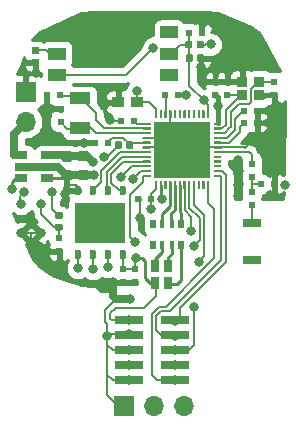
<source format=gbr>
G04 #@! TF.GenerationSoftware,KiCad,Pcbnew,(5.1.5)-3*
G04 #@! TF.CreationDate,2021-08-20T07:44:16+02:00*
G04 #@! TF.ProjectId,nRF52832_qfaa,6e524635-3238-4333-925f-716661612e6b,rev?*
G04 #@! TF.SameCoordinates,Original*
G04 #@! TF.FileFunction,Copper,L1,Top*
G04 #@! TF.FilePolarity,Positive*
%FSLAX46Y46*%
G04 Gerber Fmt 4.6, Leading zero omitted, Abs format (unit mm)*
G04 Created by KiCad (PCBNEW (5.1.5)-3) date 2021-08-20 07:44:16*
%MOMM*%
%LPD*%
G04 APERTURE LIST*
%ADD10C,0.100000*%
%ADD11R,0.600000X0.600000*%
%ADD12R,2.400000X0.740000*%
%ADD13C,0.800000*%
%ADD14O,1.700000X1.700000*%
%ADD15R,1.700000X1.700000*%
%ADD16R,0.500000X0.800000*%
%ADD17R,0.400000X0.800000*%
%ADD18R,0.800000X1.000000*%
%ADD19R,1.600000X0.700000*%
%ADD20R,4.300000X3.400000*%
%ADD21R,1.060000X0.650000*%
%ADD22R,1.500000X1.100000*%
%ADD23C,0.908000*%
%ADD24R,4.700000X4.700000*%
%ADD25R,0.950000X0.850000*%
%ADD26R,1.050000X0.900000*%
%ADD27R,1.800000X1.000000*%
%ADD28C,0.200000*%
%ADD29C,0.700000*%
%ADD30C,0.250000*%
%ADD31C,0.400000*%
%ADD32C,0.150000*%
%ADD33C,0.254000*%
G04 APERTURE END LIST*
G04 #@! TA.AperFunction,SMDPad,CuDef*
D10*
G36*
X151245958Y-97927910D02*
G01*
X151260276Y-97930034D01*
X151274317Y-97933551D01*
X151287946Y-97938428D01*
X151301031Y-97944617D01*
X151313447Y-97952058D01*
X151325073Y-97960681D01*
X151335798Y-97970402D01*
X151345519Y-97981127D01*
X151354142Y-97992753D01*
X151361583Y-98005169D01*
X151367772Y-98018254D01*
X151372649Y-98031883D01*
X151376166Y-98045924D01*
X151378290Y-98060242D01*
X151379000Y-98074700D01*
X151379000Y-98419700D01*
X151378290Y-98434158D01*
X151376166Y-98448476D01*
X151372649Y-98462517D01*
X151367772Y-98476146D01*
X151361583Y-98489231D01*
X151354142Y-98501647D01*
X151345519Y-98513273D01*
X151335798Y-98523998D01*
X151325073Y-98533719D01*
X151313447Y-98542342D01*
X151301031Y-98549783D01*
X151287946Y-98555972D01*
X151274317Y-98560849D01*
X151260276Y-98564366D01*
X151245958Y-98566490D01*
X151231500Y-98567200D01*
X150936500Y-98567200D01*
X150922042Y-98566490D01*
X150907724Y-98564366D01*
X150893683Y-98560849D01*
X150880054Y-98555972D01*
X150866969Y-98549783D01*
X150854553Y-98542342D01*
X150842927Y-98533719D01*
X150832202Y-98523998D01*
X150822481Y-98513273D01*
X150813858Y-98501647D01*
X150806417Y-98489231D01*
X150800228Y-98476146D01*
X150795351Y-98462517D01*
X150791834Y-98448476D01*
X150789710Y-98434158D01*
X150789000Y-98419700D01*
X150789000Y-98074700D01*
X150789710Y-98060242D01*
X150791834Y-98045924D01*
X150795351Y-98031883D01*
X150800228Y-98018254D01*
X150806417Y-98005169D01*
X150813858Y-97992753D01*
X150822481Y-97981127D01*
X150832202Y-97970402D01*
X150842927Y-97960681D01*
X150854553Y-97952058D01*
X150866969Y-97944617D01*
X150880054Y-97938428D01*
X150893683Y-97933551D01*
X150907724Y-97930034D01*
X150922042Y-97927910D01*
X150936500Y-97927200D01*
X151231500Y-97927200D01*
X151245958Y-97927910D01*
G37*
G04 #@! TD.AperFunction*
G04 #@! TA.AperFunction,SMDPad,CuDef*
G36*
X150275958Y-97927910D02*
G01*
X150290276Y-97930034D01*
X150304317Y-97933551D01*
X150317946Y-97938428D01*
X150331031Y-97944617D01*
X150343447Y-97952058D01*
X150355073Y-97960681D01*
X150365798Y-97970402D01*
X150375519Y-97981127D01*
X150384142Y-97992753D01*
X150391583Y-98005169D01*
X150397772Y-98018254D01*
X150402649Y-98031883D01*
X150406166Y-98045924D01*
X150408290Y-98060242D01*
X150409000Y-98074700D01*
X150409000Y-98419700D01*
X150408290Y-98434158D01*
X150406166Y-98448476D01*
X150402649Y-98462517D01*
X150397772Y-98476146D01*
X150391583Y-98489231D01*
X150384142Y-98501647D01*
X150375519Y-98513273D01*
X150365798Y-98523998D01*
X150355073Y-98533719D01*
X150343447Y-98542342D01*
X150331031Y-98549783D01*
X150317946Y-98555972D01*
X150304317Y-98560849D01*
X150290276Y-98564366D01*
X150275958Y-98566490D01*
X150261500Y-98567200D01*
X149966500Y-98567200D01*
X149952042Y-98566490D01*
X149937724Y-98564366D01*
X149923683Y-98560849D01*
X149910054Y-98555972D01*
X149896969Y-98549783D01*
X149884553Y-98542342D01*
X149872927Y-98533719D01*
X149862202Y-98523998D01*
X149852481Y-98513273D01*
X149843858Y-98501647D01*
X149836417Y-98489231D01*
X149830228Y-98476146D01*
X149825351Y-98462517D01*
X149821834Y-98448476D01*
X149819710Y-98434158D01*
X149819000Y-98419700D01*
X149819000Y-98074700D01*
X149819710Y-98060242D01*
X149821834Y-98045924D01*
X149825351Y-98031883D01*
X149830228Y-98018254D01*
X149836417Y-98005169D01*
X149843858Y-97992753D01*
X149852481Y-97981127D01*
X149862202Y-97970402D01*
X149872927Y-97960681D01*
X149884553Y-97952058D01*
X149896969Y-97944617D01*
X149910054Y-97938428D01*
X149923683Y-97933551D01*
X149937724Y-97930034D01*
X149952042Y-97927910D01*
X149966500Y-97927200D01*
X150261500Y-97927200D01*
X150275958Y-97927910D01*
G37*
G04 #@! TD.AperFunction*
G04 #@! TA.AperFunction,SMDPad,CuDef*
G36*
X151192758Y-96784910D02*
G01*
X151207076Y-96787034D01*
X151221117Y-96790551D01*
X151234746Y-96795428D01*
X151247831Y-96801617D01*
X151260247Y-96809058D01*
X151271873Y-96817681D01*
X151282598Y-96827402D01*
X151292319Y-96838127D01*
X151300942Y-96849753D01*
X151308383Y-96862169D01*
X151314572Y-96875254D01*
X151319449Y-96888883D01*
X151322966Y-96902924D01*
X151325090Y-96917242D01*
X151325800Y-96931700D01*
X151325800Y-97276700D01*
X151325090Y-97291158D01*
X151322966Y-97305476D01*
X151319449Y-97319517D01*
X151314572Y-97333146D01*
X151308383Y-97346231D01*
X151300942Y-97358647D01*
X151292319Y-97370273D01*
X151282598Y-97380998D01*
X151271873Y-97390719D01*
X151260247Y-97399342D01*
X151247831Y-97406783D01*
X151234746Y-97412972D01*
X151221117Y-97417849D01*
X151207076Y-97421366D01*
X151192758Y-97423490D01*
X151178300Y-97424200D01*
X150883300Y-97424200D01*
X150868842Y-97423490D01*
X150854524Y-97421366D01*
X150840483Y-97417849D01*
X150826854Y-97412972D01*
X150813769Y-97406783D01*
X150801353Y-97399342D01*
X150789727Y-97390719D01*
X150779002Y-97380998D01*
X150769281Y-97370273D01*
X150760658Y-97358647D01*
X150753217Y-97346231D01*
X150747028Y-97333146D01*
X150742151Y-97319517D01*
X150738634Y-97305476D01*
X150736510Y-97291158D01*
X150735800Y-97276700D01*
X150735800Y-96931700D01*
X150736510Y-96917242D01*
X150738634Y-96902924D01*
X150742151Y-96888883D01*
X150747028Y-96875254D01*
X150753217Y-96862169D01*
X150760658Y-96849753D01*
X150769281Y-96838127D01*
X150779002Y-96827402D01*
X150789727Y-96817681D01*
X150801353Y-96809058D01*
X150813769Y-96801617D01*
X150826854Y-96795428D01*
X150840483Y-96790551D01*
X150854524Y-96787034D01*
X150868842Y-96784910D01*
X150883300Y-96784200D01*
X151178300Y-96784200D01*
X151192758Y-96784910D01*
G37*
G04 #@! TD.AperFunction*
G04 #@! TA.AperFunction,SMDPad,CuDef*
G36*
X150222758Y-96784910D02*
G01*
X150237076Y-96787034D01*
X150251117Y-96790551D01*
X150264746Y-96795428D01*
X150277831Y-96801617D01*
X150290247Y-96809058D01*
X150301873Y-96817681D01*
X150312598Y-96827402D01*
X150322319Y-96838127D01*
X150330942Y-96849753D01*
X150338383Y-96862169D01*
X150344572Y-96875254D01*
X150349449Y-96888883D01*
X150352966Y-96902924D01*
X150355090Y-96917242D01*
X150355800Y-96931700D01*
X150355800Y-97276700D01*
X150355090Y-97291158D01*
X150352966Y-97305476D01*
X150349449Y-97319517D01*
X150344572Y-97333146D01*
X150338383Y-97346231D01*
X150330942Y-97358647D01*
X150322319Y-97370273D01*
X150312598Y-97380998D01*
X150301873Y-97390719D01*
X150290247Y-97399342D01*
X150277831Y-97406783D01*
X150264746Y-97412972D01*
X150251117Y-97417849D01*
X150237076Y-97421366D01*
X150222758Y-97423490D01*
X150208300Y-97424200D01*
X149913300Y-97424200D01*
X149898842Y-97423490D01*
X149884524Y-97421366D01*
X149870483Y-97417849D01*
X149856854Y-97412972D01*
X149843769Y-97406783D01*
X149831353Y-97399342D01*
X149819727Y-97390719D01*
X149809002Y-97380998D01*
X149799281Y-97370273D01*
X149790658Y-97358647D01*
X149783217Y-97346231D01*
X149777028Y-97333146D01*
X149772151Y-97319517D01*
X149768634Y-97305476D01*
X149766510Y-97291158D01*
X149765800Y-97276700D01*
X149765800Y-96931700D01*
X149766510Y-96917242D01*
X149768634Y-96902924D01*
X149772151Y-96888883D01*
X149777028Y-96875254D01*
X149783217Y-96862169D01*
X149790658Y-96849753D01*
X149799281Y-96838127D01*
X149809002Y-96827402D01*
X149819727Y-96817681D01*
X149831353Y-96809058D01*
X149843769Y-96801617D01*
X149856854Y-96795428D01*
X149870483Y-96790551D01*
X149884524Y-96787034D01*
X149898842Y-96784910D01*
X149913300Y-96784200D01*
X150208300Y-96784200D01*
X150222758Y-96784910D01*
G37*
G04 #@! TD.AperFunction*
G04 #@! TA.AperFunction,SMDPad,CuDef*
G36*
X137270758Y-98285510D02*
G01*
X137285076Y-98287634D01*
X137299117Y-98291151D01*
X137312746Y-98296028D01*
X137325831Y-98302217D01*
X137338247Y-98309658D01*
X137349873Y-98318281D01*
X137360598Y-98328002D01*
X137370319Y-98338727D01*
X137378942Y-98350353D01*
X137386383Y-98362769D01*
X137392572Y-98375854D01*
X137397449Y-98389483D01*
X137400966Y-98403524D01*
X137403090Y-98417842D01*
X137403800Y-98432300D01*
X137403800Y-98727300D01*
X137403090Y-98741758D01*
X137400966Y-98756076D01*
X137397449Y-98770117D01*
X137392572Y-98783746D01*
X137386383Y-98796831D01*
X137378942Y-98809247D01*
X137370319Y-98820873D01*
X137360598Y-98831598D01*
X137349873Y-98841319D01*
X137338247Y-98849942D01*
X137325831Y-98857383D01*
X137312746Y-98863572D01*
X137299117Y-98868449D01*
X137285076Y-98871966D01*
X137270758Y-98874090D01*
X137256300Y-98874800D01*
X136911300Y-98874800D01*
X136896842Y-98874090D01*
X136882524Y-98871966D01*
X136868483Y-98868449D01*
X136854854Y-98863572D01*
X136841769Y-98857383D01*
X136829353Y-98849942D01*
X136817727Y-98841319D01*
X136807002Y-98831598D01*
X136797281Y-98820873D01*
X136788658Y-98809247D01*
X136781217Y-98796831D01*
X136775028Y-98783746D01*
X136770151Y-98770117D01*
X136766634Y-98756076D01*
X136764510Y-98741758D01*
X136763800Y-98727300D01*
X136763800Y-98432300D01*
X136764510Y-98417842D01*
X136766634Y-98403524D01*
X136770151Y-98389483D01*
X136775028Y-98375854D01*
X136781217Y-98362769D01*
X136788658Y-98350353D01*
X136797281Y-98338727D01*
X136807002Y-98328002D01*
X136817727Y-98318281D01*
X136829353Y-98309658D01*
X136841769Y-98302217D01*
X136854854Y-98296028D01*
X136868483Y-98291151D01*
X136882524Y-98287634D01*
X136896842Y-98285510D01*
X136911300Y-98284800D01*
X137256300Y-98284800D01*
X137270758Y-98285510D01*
G37*
G04 #@! TD.AperFunction*
G04 #@! TA.AperFunction,SMDPad,CuDef*
G36*
X137270758Y-97315510D02*
G01*
X137285076Y-97317634D01*
X137299117Y-97321151D01*
X137312746Y-97326028D01*
X137325831Y-97332217D01*
X137338247Y-97339658D01*
X137349873Y-97348281D01*
X137360598Y-97358002D01*
X137370319Y-97368727D01*
X137378942Y-97380353D01*
X137386383Y-97392769D01*
X137392572Y-97405854D01*
X137397449Y-97419483D01*
X137400966Y-97433524D01*
X137403090Y-97447842D01*
X137403800Y-97462300D01*
X137403800Y-97757300D01*
X137403090Y-97771758D01*
X137400966Y-97786076D01*
X137397449Y-97800117D01*
X137392572Y-97813746D01*
X137386383Y-97826831D01*
X137378942Y-97839247D01*
X137370319Y-97850873D01*
X137360598Y-97861598D01*
X137349873Y-97871319D01*
X137338247Y-97879942D01*
X137325831Y-97887383D01*
X137312746Y-97893572D01*
X137299117Y-97898449D01*
X137285076Y-97901966D01*
X137270758Y-97904090D01*
X137256300Y-97904800D01*
X136911300Y-97904800D01*
X136896842Y-97904090D01*
X136882524Y-97901966D01*
X136868483Y-97898449D01*
X136854854Y-97893572D01*
X136841769Y-97887383D01*
X136829353Y-97879942D01*
X136817727Y-97871319D01*
X136807002Y-97861598D01*
X136797281Y-97850873D01*
X136788658Y-97839247D01*
X136781217Y-97826831D01*
X136775028Y-97813746D01*
X136770151Y-97800117D01*
X136766634Y-97786076D01*
X136764510Y-97771758D01*
X136763800Y-97757300D01*
X136763800Y-97462300D01*
X136764510Y-97447842D01*
X136766634Y-97433524D01*
X136770151Y-97419483D01*
X136775028Y-97405854D01*
X136781217Y-97392769D01*
X136788658Y-97380353D01*
X136797281Y-97368727D01*
X136807002Y-97358002D01*
X136817727Y-97348281D01*
X136829353Y-97339658D01*
X136841769Y-97332217D01*
X136854854Y-97326028D01*
X136868483Y-97321151D01*
X136882524Y-97317634D01*
X136896842Y-97315510D01*
X136911300Y-97314800D01*
X137256300Y-97314800D01*
X137270758Y-97315510D01*
G37*
G04 #@! TD.AperFunction*
G04 #@! TA.AperFunction,SMDPad,CuDef*
G36*
X139251958Y-111287910D02*
G01*
X139266276Y-111290034D01*
X139280317Y-111293551D01*
X139293946Y-111298428D01*
X139307031Y-111304617D01*
X139319447Y-111312058D01*
X139331073Y-111320681D01*
X139341798Y-111330402D01*
X139351519Y-111341127D01*
X139360142Y-111352753D01*
X139367583Y-111365169D01*
X139373772Y-111378254D01*
X139378649Y-111391883D01*
X139382166Y-111405924D01*
X139384290Y-111420242D01*
X139385000Y-111434700D01*
X139385000Y-111729700D01*
X139384290Y-111744158D01*
X139382166Y-111758476D01*
X139378649Y-111772517D01*
X139373772Y-111786146D01*
X139367583Y-111799231D01*
X139360142Y-111811647D01*
X139351519Y-111823273D01*
X139341798Y-111833998D01*
X139331073Y-111843719D01*
X139319447Y-111852342D01*
X139307031Y-111859783D01*
X139293946Y-111865972D01*
X139280317Y-111870849D01*
X139266276Y-111874366D01*
X139251958Y-111876490D01*
X139237500Y-111877200D01*
X138892500Y-111877200D01*
X138878042Y-111876490D01*
X138863724Y-111874366D01*
X138849683Y-111870849D01*
X138836054Y-111865972D01*
X138822969Y-111859783D01*
X138810553Y-111852342D01*
X138798927Y-111843719D01*
X138788202Y-111833998D01*
X138778481Y-111823273D01*
X138769858Y-111811647D01*
X138762417Y-111799231D01*
X138756228Y-111786146D01*
X138751351Y-111772517D01*
X138747834Y-111758476D01*
X138745710Y-111744158D01*
X138745000Y-111729700D01*
X138745000Y-111434700D01*
X138745710Y-111420242D01*
X138747834Y-111405924D01*
X138751351Y-111391883D01*
X138756228Y-111378254D01*
X138762417Y-111365169D01*
X138769858Y-111352753D01*
X138778481Y-111341127D01*
X138788202Y-111330402D01*
X138798927Y-111320681D01*
X138810553Y-111312058D01*
X138822969Y-111304617D01*
X138836054Y-111298428D01*
X138849683Y-111293551D01*
X138863724Y-111290034D01*
X138878042Y-111287910D01*
X138892500Y-111287200D01*
X139237500Y-111287200D01*
X139251958Y-111287910D01*
G37*
G04 #@! TD.AperFunction*
G04 #@! TA.AperFunction,SMDPad,CuDef*
G36*
X139251958Y-112257910D02*
G01*
X139266276Y-112260034D01*
X139280317Y-112263551D01*
X139293946Y-112268428D01*
X139307031Y-112274617D01*
X139319447Y-112282058D01*
X139331073Y-112290681D01*
X139341798Y-112300402D01*
X139351519Y-112311127D01*
X139360142Y-112322753D01*
X139367583Y-112335169D01*
X139373772Y-112348254D01*
X139378649Y-112361883D01*
X139382166Y-112375924D01*
X139384290Y-112390242D01*
X139385000Y-112404700D01*
X139385000Y-112699700D01*
X139384290Y-112714158D01*
X139382166Y-112728476D01*
X139378649Y-112742517D01*
X139373772Y-112756146D01*
X139367583Y-112769231D01*
X139360142Y-112781647D01*
X139351519Y-112793273D01*
X139341798Y-112803998D01*
X139331073Y-112813719D01*
X139319447Y-112822342D01*
X139307031Y-112829783D01*
X139293946Y-112835972D01*
X139280317Y-112840849D01*
X139266276Y-112844366D01*
X139251958Y-112846490D01*
X139237500Y-112847200D01*
X138892500Y-112847200D01*
X138878042Y-112846490D01*
X138863724Y-112844366D01*
X138849683Y-112840849D01*
X138836054Y-112835972D01*
X138822969Y-112829783D01*
X138810553Y-112822342D01*
X138798927Y-112813719D01*
X138788202Y-112803998D01*
X138778481Y-112793273D01*
X138769858Y-112781647D01*
X138762417Y-112769231D01*
X138756228Y-112756146D01*
X138751351Y-112742517D01*
X138747834Y-112728476D01*
X138745710Y-112714158D01*
X138745000Y-112699700D01*
X138745000Y-112404700D01*
X138745710Y-112390242D01*
X138747834Y-112375924D01*
X138751351Y-112361883D01*
X138756228Y-112348254D01*
X138762417Y-112335169D01*
X138769858Y-112322753D01*
X138778481Y-112311127D01*
X138788202Y-112300402D01*
X138798927Y-112290681D01*
X138810553Y-112282058D01*
X138822969Y-112274617D01*
X138836054Y-112268428D01*
X138849683Y-112263551D01*
X138863724Y-112260034D01*
X138878042Y-112257910D01*
X138892500Y-112257200D01*
X139237500Y-112257200D01*
X139251958Y-112257910D01*
G37*
G04 #@! TD.AperFunction*
D11*
X151146600Y-96139000D03*
X150046600Y-96139000D03*
G04 #@! TA.AperFunction,SMDPad,CuDef*
D10*
G36*
X145223758Y-105293910D02*
G01*
X145238076Y-105296034D01*
X145252117Y-105299551D01*
X145265746Y-105304428D01*
X145278831Y-105310617D01*
X145291247Y-105318058D01*
X145302873Y-105326681D01*
X145313598Y-105336402D01*
X145323319Y-105347127D01*
X145331942Y-105358753D01*
X145339383Y-105371169D01*
X145345572Y-105384254D01*
X145350449Y-105397883D01*
X145353966Y-105411924D01*
X145356090Y-105426242D01*
X145356800Y-105440700D01*
X145356800Y-105785700D01*
X145356090Y-105800158D01*
X145353966Y-105814476D01*
X145350449Y-105828517D01*
X145345572Y-105842146D01*
X145339383Y-105855231D01*
X145331942Y-105867647D01*
X145323319Y-105879273D01*
X145313598Y-105889998D01*
X145302873Y-105899719D01*
X145291247Y-105908342D01*
X145278831Y-105915783D01*
X145265746Y-105921972D01*
X145252117Y-105926849D01*
X145238076Y-105930366D01*
X145223758Y-105932490D01*
X145209300Y-105933200D01*
X144914300Y-105933200D01*
X144899842Y-105932490D01*
X144885524Y-105930366D01*
X144871483Y-105926849D01*
X144857854Y-105921972D01*
X144844769Y-105915783D01*
X144832353Y-105908342D01*
X144820727Y-105899719D01*
X144810002Y-105889998D01*
X144800281Y-105879273D01*
X144791658Y-105867647D01*
X144784217Y-105855231D01*
X144778028Y-105842146D01*
X144773151Y-105828517D01*
X144769634Y-105814476D01*
X144767510Y-105800158D01*
X144766800Y-105785700D01*
X144766800Y-105440700D01*
X144767510Y-105426242D01*
X144769634Y-105411924D01*
X144773151Y-105397883D01*
X144778028Y-105384254D01*
X144784217Y-105371169D01*
X144791658Y-105358753D01*
X144800281Y-105347127D01*
X144810002Y-105336402D01*
X144820727Y-105326681D01*
X144832353Y-105318058D01*
X144844769Y-105310617D01*
X144857854Y-105304428D01*
X144871483Y-105299551D01*
X144885524Y-105296034D01*
X144899842Y-105293910D01*
X144914300Y-105293200D01*
X145209300Y-105293200D01*
X145223758Y-105293910D01*
G37*
G04 #@! TD.AperFunction*
G04 #@! TA.AperFunction,SMDPad,CuDef*
G36*
X144253758Y-105293910D02*
G01*
X144268076Y-105296034D01*
X144282117Y-105299551D01*
X144295746Y-105304428D01*
X144308831Y-105310617D01*
X144321247Y-105318058D01*
X144332873Y-105326681D01*
X144343598Y-105336402D01*
X144353319Y-105347127D01*
X144361942Y-105358753D01*
X144369383Y-105371169D01*
X144375572Y-105384254D01*
X144380449Y-105397883D01*
X144383966Y-105411924D01*
X144386090Y-105426242D01*
X144386800Y-105440700D01*
X144386800Y-105785700D01*
X144386090Y-105800158D01*
X144383966Y-105814476D01*
X144380449Y-105828517D01*
X144375572Y-105842146D01*
X144369383Y-105855231D01*
X144361942Y-105867647D01*
X144353319Y-105879273D01*
X144343598Y-105889998D01*
X144332873Y-105899719D01*
X144321247Y-105908342D01*
X144308831Y-105915783D01*
X144295746Y-105921972D01*
X144282117Y-105926849D01*
X144268076Y-105930366D01*
X144253758Y-105932490D01*
X144239300Y-105933200D01*
X143944300Y-105933200D01*
X143929842Y-105932490D01*
X143915524Y-105930366D01*
X143901483Y-105926849D01*
X143887854Y-105921972D01*
X143874769Y-105915783D01*
X143862353Y-105908342D01*
X143850727Y-105899719D01*
X143840002Y-105889998D01*
X143830281Y-105879273D01*
X143821658Y-105867647D01*
X143814217Y-105855231D01*
X143808028Y-105842146D01*
X143803151Y-105828517D01*
X143799634Y-105814476D01*
X143797510Y-105800158D01*
X143796800Y-105785700D01*
X143796800Y-105440700D01*
X143797510Y-105426242D01*
X143799634Y-105411924D01*
X143803151Y-105397883D01*
X143808028Y-105384254D01*
X143814217Y-105371169D01*
X143821658Y-105358753D01*
X143830281Y-105347127D01*
X143840002Y-105336402D01*
X143850727Y-105326681D01*
X143862353Y-105318058D01*
X143874769Y-105310617D01*
X143887854Y-105304428D01*
X143901483Y-105299551D01*
X143915524Y-105296034D01*
X143929842Y-105293910D01*
X143944300Y-105293200D01*
X144239300Y-105293200D01*
X144253758Y-105293910D01*
G37*
G04 #@! TD.AperFunction*
D12*
X148889000Y-125501400D03*
X144989000Y-125501400D03*
X148889000Y-124231400D03*
X144989000Y-124231400D03*
X148889000Y-122961400D03*
X144989000Y-122961400D03*
X148889000Y-121691400D03*
X144989000Y-121691400D03*
X148889000Y-120421400D03*
X144989000Y-120421400D03*
D11*
X139090400Y-114587200D03*
X139090400Y-113487200D03*
G04 #@! TA.AperFunction,SMDPad,CuDef*
D10*
G36*
X141425491Y-107691453D02*
G01*
X141446726Y-107694603D01*
X141467550Y-107699819D01*
X141487762Y-107707051D01*
X141507168Y-107716230D01*
X141525581Y-107727266D01*
X141542824Y-107740054D01*
X141558730Y-107754470D01*
X141573146Y-107770376D01*
X141585934Y-107787619D01*
X141596970Y-107806032D01*
X141606149Y-107825438D01*
X141613381Y-107845650D01*
X141618597Y-107866474D01*
X141621747Y-107887709D01*
X141622800Y-107909150D01*
X141622800Y-108346650D01*
X141621747Y-108368091D01*
X141618597Y-108389326D01*
X141613381Y-108410150D01*
X141606149Y-108430362D01*
X141596970Y-108449768D01*
X141585934Y-108468181D01*
X141573146Y-108485424D01*
X141558730Y-108501330D01*
X141542824Y-108515746D01*
X141525581Y-108528534D01*
X141507168Y-108539570D01*
X141487762Y-108548749D01*
X141467550Y-108555981D01*
X141446726Y-108561197D01*
X141425491Y-108564347D01*
X141404050Y-108565400D01*
X140891550Y-108565400D01*
X140870109Y-108564347D01*
X140848874Y-108561197D01*
X140828050Y-108555981D01*
X140807838Y-108548749D01*
X140788432Y-108539570D01*
X140770019Y-108528534D01*
X140752776Y-108515746D01*
X140736870Y-108501330D01*
X140722454Y-108485424D01*
X140709666Y-108468181D01*
X140698630Y-108449768D01*
X140689451Y-108430362D01*
X140682219Y-108410150D01*
X140677003Y-108389326D01*
X140673853Y-108368091D01*
X140672800Y-108346650D01*
X140672800Y-107909150D01*
X140673853Y-107887709D01*
X140677003Y-107866474D01*
X140682219Y-107845650D01*
X140689451Y-107825438D01*
X140698630Y-107806032D01*
X140709666Y-107787619D01*
X140722454Y-107770376D01*
X140736870Y-107754470D01*
X140752776Y-107740054D01*
X140770019Y-107727266D01*
X140788432Y-107716230D01*
X140807838Y-107707051D01*
X140828050Y-107699819D01*
X140848874Y-107694603D01*
X140870109Y-107691453D01*
X140891550Y-107690400D01*
X141404050Y-107690400D01*
X141425491Y-107691453D01*
G37*
G04 #@! TD.AperFunction*
G04 #@! TA.AperFunction,SMDPad,CuDef*
G36*
X141425491Y-106116453D02*
G01*
X141446726Y-106119603D01*
X141467550Y-106124819D01*
X141487762Y-106132051D01*
X141507168Y-106141230D01*
X141525581Y-106152266D01*
X141542824Y-106165054D01*
X141558730Y-106179470D01*
X141573146Y-106195376D01*
X141585934Y-106212619D01*
X141596970Y-106231032D01*
X141606149Y-106250438D01*
X141613381Y-106270650D01*
X141618597Y-106291474D01*
X141621747Y-106312709D01*
X141622800Y-106334150D01*
X141622800Y-106771650D01*
X141621747Y-106793091D01*
X141618597Y-106814326D01*
X141613381Y-106835150D01*
X141606149Y-106855362D01*
X141596970Y-106874768D01*
X141585934Y-106893181D01*
X141573146Y-106910424D01*
X141558730Y-106926330D01*
X141542824Y-106940746D01*
X141525581Y-106953534D01*
X141507168Y-106964570D01*
X141487762Y-106973749D01*
X141467550Y-106980981D01*
X141446726Y-106986197D01*
X141425491Y-106989347D01*
X141404050Y-106990400D01*
X140891550Y-106990400D01*
X140870109Y-106989347D01*
X140848874Y-106986197D01*
X140828050Y-106980981D01*
X140807838Y-106973749D01*
X140788432Y-106964570D01*
X140770019Y-106953534D01*
X140752776Y-106940746D01*
X140736870Y-106926330D01*
X140722454Y-106910424D01*
X140709666Y-106893181D01*
X140698630Y-106874768D01*
X140689451Y-106855362D01*
X140682219Y-106835150D01*
X140677003Y-106814326D01*
X140673853Y-106793091D01*
X140672800Y-106771650D01*
X140672800Y-106334150D01*
X140673853Y-106312709D01*
X140677003Y-106291474D01*
X140682219Y-106270650D01*
X140689451Y-106250438D01*
X140698630Y-106231032D01*
X140709666Y-106212619D01*
X140722454Y-106195376D01*
X140736870Y-106179470D01*
X140752776Y-106165054D01*
X140770019Y-106152266D01*
X140788432Y-106141230D01*
X140807838Y-106132051D01*
X140828050Y-106124819D01*
X140848874Y-106119603D01*
X140870109Y-106116453D01*
X140891550Y-106115400D01*
X141404050Y-106115400D01*
X141425491Y-106116453D01*
G37*
G04 #@! TD.AperFunction*
G04 #@! TA.AperFunction,SMDPad,CuDef*
G36*
X140028491Y-107716853D02*
G01*
X140049726Y-107720003D01*
X140070550Y-107725219D01*
X140090762Y-107732451D01*
X140110168Y-107741630D01*
X140128581Y-107752666D01*
X140145824Y-107765454D01*
X140161730Y-107779870D01*
X140176146Y-107795776D01*
X140188934Y-107813019D01*
X140199970Y-107831432D01*
X140209149Y-107850838D01*
X140216381Y-107871050D01*
X140221597Y-107891874D01*
X140224747Y-107913109D01*
X140225800Y-107934550D01*
X140225800Y-108372050D01*
X140224747Y-108393491D01*
X140221597Y-108414726D01*
X140216381Y-108435550D01*
X140209149Y-108455762D01*
X140199970Y-108475168D01*
X140188934Y-108493581D01*
X140176146Y-108510824D01*
X140161730Y-108526730D01*
X140145824Y-108541146D01*
X140128581Y-108553934D01*
X140110168Y-108564970D01*
X140090762Y-108574149D01*
X140070550Y-108581381D01*
X140049726Y-108586597D01*
X140028491Y-108589747D01*
X140007050Y-108590800D01*
X139494550Y-108590800D01*
X139473109Y-108589747D01*
X139451874Y-108586597D01*
X139431050Y-108581381D01*
X139410838Y-108574149D01*
X139391432Y-108564970D01*
X139373019Y-108553934D01*
X139355776Y-108541146D01*
X139339870Y-108526730D01*
X139325454Y-108510824D01*
X139312666Y-108493581D01*
X139301630Y-108475168D01*
X139292451Y-108455762D01*
X139285219Y-108435550D01*
X139280003Y-108414726D01*
X139276853Y-108393491D01*
X139275800Y-108372050D01*
X139275800Y-107934550D01*
X139276853Y-107913109D01*
X139280003Y-107891874D01*
X139285219Y-107871050D01*
X139292451Y-107850838D01*
X139301630Y-107831432D01*
X139312666Y-107813019D01*
X139325454Y-107795776D01*
X139339870Y-107779870D01*
X139355776Y-107765454D01*
X139373019Y-107752666D01*
X139391432Y-107741630D01*
X139410838Y-107732451D01*
X139431050Y-107725219D01*
X139451874Y-107720003D01*
X139473109Y-107716853D01*
X139494550Y-107715800D01*
X140007050Y-107715800D01*
X140028491Y-107716853D01*
G37*
G04 #@! TD.AperFunction*
G04 #@! TA.AperFunction,SMDPad,CuDef*
G36*
X140028491Y-106141853D02*
G01*
X140049726Y-106145003D01*
X140070550Y-106150219D01*
X140090762Y-106157451D01*
X140110168Y-106166630D01*
X140128581Y-106177666D01*
X140145824Y-106190454D01*
X140161730Y-106204870D01*
X140176146Y-106220776D01*
X140188934Y-106238019D01*
X140199970Y-106256432D01*
X140209149Y-106275838D01*
X140216381Y-106296050D01*
X140221597Y-106316874D01*
X140224747Y-106338109D01*
X140225800Y-106359550D01*
X140225800Y-106797050D01*
X140224747Y-106818491D01*
X140221597Y-106839726D01*
X140216381Y-106860550D01*
X140209149Y-106880762D01*
X140199970Y-106900168D01*
X140188934Y-106918581D01*
X140176146Y-106935824D01*
X140161730Y-106951730D01*
X140145824Y-106966146D01*
X140128581Y-106978934D01*
X140110168Y-106989970D01*
X140090762Y-106999149D01*
X140070550Y-107006381D01*
X140049726Y-107011597D01*
X140028491Y-107014747D01*
X140007050Y-107015800D01*
X139494550Y-107015800D01*
X139473109Y-107014747D01*
X139451874Y-107011597D01*
X139431050Y-107006381D01*
X139410838Y-106999149D01*
X139391432Y-106989970D01*
X139373019Y-106978934D01*
X139355776Y-106966146D01*
X139339870Y-106951730D01*
X139325454Y-106935824D01*
X139312666Y-106918581D01*
X139301630Y-106900168D01*
X139292451Y-106880762D01*
X139285219Y-106860550D01*
X139280003Y-106839726D01*
X139276853Y-106818491D01*
X139275800Y-106797050D01*
X139275800Y-106359550D01*
X139276853Y-106338109D01*
X139280003Y-106316874D01*
X139285219Y-106296050D01*
X139292451Y-106275838D01*
X139301630Y-106256432D01*
X139312666Y-106238019D01*
X139325454Y-106220776D01*
X139339870Y-106204870D01*
X139355776Y-106190454D01*
X139373019Y-106177666D01*
X139391432Y-106166630D01*
X139410838Y-106157451D01*
X139431050Y-106150219D01*
X139451874Y-106145003D01*
X139473109Y-106141853D01*
X139494550Y-106140800D01*
X140007050Y-106140800D01*
X140028491Y-106141853D01*
G37*
G04 #@! TD.AperFunction*
D11*
X142096400Y-105410000D03*
X143196400Y-105410000D03*
X145516600Y-117237600D03*
X145516600Y-116137600D03*
X144526000Y-117212200D03*
X144526000Y-116112200D03*
X149190800Y-101346000D03*
X148090800Y-101346000D03*
D13*
X135866400Y-113051600D03*
X135866400Y-110591600D03*
X137566400Y-113051600D03*
X137566400Y-110591600D03*
D14*
X136271000Y-103632000D03*
D15*
X136271000Y-101092000D03*
D16*
X147034400Y-114082400D03*
D17*
X147834400Y-114082400D03*
D16*
X149434400Y-114082400D03*
D17*
X148634400Y-114082400D03*
D16*
X147034400Y-112282400D03*
D17*
X148634400Y-112282400D03*
X147834400Y-112282400D03*
D16*
X149434400Y-112282400D03*
D18*
X148327200Y-117310600D03*
X148327200Y-115810600D03*
X147227200Y-115810600D03*
X147227200Y-117310600D03*
D14*
X149631400Y-127685800D03*
X147091400Y-127685800D03*
D15*
X144551400Y-127685800D03*
D11*
X155422600Y-107196800D03*
X155422600Y-108296800D03*
D19*
X155397200Y-112166400D03*
X155397200Y-115366400D03*
D20*
X142570200Y-112166400D03*
G04 #@! TA.AperFunction,SMDPad,CuDef*
D10*
G36*
X144612452Y-114492002D02*
G01*
X144624586Y-114493802D01*
X144636486Y-114496782D01*
X144648035Y-114500915D01*
X144659125Y-114506160D01*
X144669646Y-114512466D01*
X144679499Y-114519774D01*
X144688588Y-114528012D01*
X144696826Y-114537101D01*
X144704134Y-114546954D01*
X144710440Y-114557475D01*
X144715685Y-114568565D01*
X144719818Y-114580114D01*
X144722798Y-114592014D01*
X144724598Y-114604148D01*
X144725200Y-114616400D01*
X144725200Y-115116400D01*
X144724598Y-115128652D01*
X144722798Y-115140786D01*
X144719818Y-115152686D01*
X144715685Y-115164235D01*
X144710440Y-115175325D01*
X144704134Y-115185846D01*
X144696826Y-115195699D01*
X144688588Y-115204788D01*
X144679499Y-115213026D01*
X144669646Y-115220334D01*
X144659125Y-115226640D01*
X144648035Y-115231885D01*
X144636486Y-115236018D01*
X144624586Y-115238998D01*
X144612452Y-115240798D01*
X144600200Y-115241400D01*
X144350200Y-115241400D01*
X144337948Y-115240798D01*
X144325814Y-115238998D01*
X144313914Y-115236018D01*
X144302365Y-115231885D01*
X144291275Y-115226640D01*
X144280754Y-115220334D01*
X144270901Y-115213026D01*
X144261812Y-115204788D01*
X144253574Y-115195699D01*
X144246266Y-115185846D01*
X144239960Y-115175325D01*
X144234715Y-115164235D01*
X144230582Y-115152686D01*
X144227602Y-115140786D01*
X144225802Y-115128652D01*
X144225200Y-115116400D01*
X144225200Y-114616400D01*
X144225802Y-114604148D01*
X144227602Y-114592014D01*
X144230582Y-114580114D01*
X144234715Y-114568565D01*
X144239960Y-114557475D01*
X144246266Y-114546954D01*
X144253574Y-114537101D01*
X144261812Y-114528012D01*
X144270901Y-114519774D01*
X144280754Y-114512466D01*
X144291275Y-114506160D01*
X144302365Y-114500915D01*
X144313914Y-114496782D01*
X144325814Y-114493802D01*
X144337948Y-114492002D01*
X144350200Y-114491400D01*
X144600200Y-114491400D01*
X144612452Y-114492002D01*
G37*
G04 #@! TD.AperFunction*
G04 #@! TA.AperFunction,SMDPad,CuDef*
G36*
X143342452Y-114492002D02*
G01*
X143354586Y-114493802D01*
X143366486Y-114496782D01*
X143378035Y-114500915D01*
X143389125Y-114506160D01*
X143399646Y-114512466D01*
X143409499Y-114519774D01*
X143418588Y-114528012D01*
X143426826Y-114537101D01*
X143434134Y-114546954D01*
X143440440Y-114557475D01*
X143445685Y-114568565D01*
X143449818Y-114580114D01*
X143452798Y-114592014D01*
X143454598Y-114604148D01*
X143455200Y-114616400D01*
X143455200Y-115116400D01*
X143454598Y-115128652D01*
X143452798Y-115140786D01*
X143449818Y-115152686D01*
X143445685Y-115164235D01*
X143440440Y-115175325D01*
X143434134Y-115185846D01*
X143426826Y-115195699D01*
X143418588Y-115204788D01*
X143409499Y-115213026D01*
X143399646Y-115220334D01*
X143389125Y-115226640D01*
X143378035Y-115231885D01*
X143366486Y-115236018D01*
X143354586Y-115238998D01*
X143342452Y-115240798D01*
X143330200Y-115241400D01*
X143080200Y-115241400D01*
X143067948Y-115240798D01*
X143055814Y-115238998D01*
X143043914Y-115236018D01*
X143032365Y-115231885D01*
X143021275Y-115226640D01*
X143010754Y-115220334D01*
X143000901Y-115213026D01*
X142991812Y-115204788D01*
X142983574Y-115195699D01*
X142976266Y-115185846D01*
X142969960Y-115175325D01*
X142964715Y-115164235D01*
X142960582Y-115152686D01*
X142957602Y-115140786D01*
X142955802Y-115128652D01*
X142955200Y-115116400D01*
X142955200Y-114616400D01*
X142955802Y-114604148D01*
X142957602Y-114592014D01*
X142960582Y-114580114D01*
X142964715Y-114568565D01*
X142969960Y-114557475D01*
X142976266Y-114546954D01*
X142983574Y-114537101D01*
X142991812Y-114528012D01*
X143000901Y-114519774D01*
X143010754Y-114512466D01*
X143021275Y-114506160D01*
X143032365Y-114500915D01*
X143043914Y-114496782D01*
X143055814Y-114493802D01*
X143067948Y-114492002D01*
X143080200Y-114491400D01*
X143330200Y-114491400D01*
X143342452Y-114492002D01*
G37*
G04 #@! TD.AperFunction*
G04 #@! TA.AperFunction,SMDPad,CuDef*
G36*
X142072452Y-114492002D02*
G01*
X142084586Y-114493802D01*
X142096486Y-114496782D01*
X142108035Y-114500915D01*
X142119125Y-114506160D01*
X142129646Y-114512466D01*
X142139499Y-114519774D01*
X142148588Y-114528012D01*
X142156826Y-114537101D01*
X142164134Y-114546954D01*
X142170440Y-114557475D01*
X142175685Y-114568565D01*
X142179818Y-114580114D01*
X142182798Y-114592014D01*
X142184598Y-114604148D01*
X142185200Y-114616400D01*
X142185200Y-115116400D01*
X142184598Y-115128652D01*
X142182798Y-115140786D01*
X142179818Y-115152686D01*
X142175685Y-115164235D01*
X142170440Y-115175325D01*
X142164134Y-115185846D01*
X142156826Y-115195699D01*
X142148588Y-115204788D01*
X142139499Y-115213026D01*
X142129646Y-115220334D01*
X142119125Y-115226640D01*
X142108035Y-115231885D01*
X142096486Y-115236018D01*
X142084586Y-115238998D01*
X142072452Y-115240798D01*
X142060200Y-115241400D01*
X141810200Y-115241400D01*
X141797948Y-115240798D01*
X141785814Y-115238998D01*
X141773914Y-115236018D01*
X141762365Y-115231885D01*
X141751275Y-115226640D01*
X141740754Y-115220334D01*
X141730901Y-115213026D01*
X141721812Y-115204788D01*
X141713574Y-115195699D01*
X141706266Y-115185846D01*
X141699960Y-115175325D01*
X141694715Y-115164235D01*
X141690582Y-115152686D01*
X141687602Y-115140786D01*
X141685802Y-115128652D01*
X141685200Y-115116400D01*
X141685200Y-114616400D01*
X141685802Y-114604148D01*
X141687602Y-114592014D01*
X141690582Y-114580114D01*
X141694715Y-114568565D01*
X141699960Y-114557475D01*
X141706266Y-114546954D01*
X141713574Y-114537101D01*
X141721812Y-114528012D01*
X141730901Y-114519774D01*
X141740754Y-114512466D01*
X141751275Y-114506160D01*
X141762365Y-114500915D01*
X141773914Y-114496782D01*
X141785814Y-114493802D01*
X141797948Y-114492002D01*
X141810200Y-114491400D01*
X142060200Y-114491400D01*
X142072452Y-114492002D01*
G37*
G04 #@! TD.AperFunction*
G04 #@! TA.AperFunction,SMDPad,CuDef*
G36*
X140802452Y-114492002D02*
G01*
X140814586Y-114493802D01*
X140826486Y-114496782D01*
X140838035Y-114500915D01*
X140849125Y-114506160D01*
X140859646Y-114512466D01*
X140869499Y-114519774D01*
X140878588Y-114528012D01*
X140886826Y-114537101D01*
X140894134Y-114546954D01*
X140900440Y-114557475D01*
X140905685Y-114568565D01*
X140909818Y-114580114D01*
X140912798Y-114592014D01*
X140914598Y-114604148D01*
X140915200Y-114616400D01*
X140915200Y-115116400D01*
X140914598Y-115128652D01*
X140912798Y-115140786D01*
X140909818Y-115152686D01*
X140905685Y-115164235D01*
X140900440Y-115175325D01*
X140894134Y-115185846D01*
X140886826Y-115195699D01*
X140878588Y-115204788D01*
X140869499Y-115213026D01*
X140859646Y-115220334D01*
X140849125Y-115226640D01*
X140838035Y-115231885D01*
X140826486Y-115236018D01*
X140814586Y-115238998D01*
X140802452Y-115240798D01*
X140790200Y-115241400D01*
X140540200Y-115241400D01*
X140527948Y-115240798D01*
X140515814Y-115238998D01*
X140503914Y-115236018D01*
X140492365Y-115231885D01*
X140481275Y-115226640D01*
X140470754Y-115220334D01*
X140460901Y-115213026D01*
X140451812Y-115204788D01*
X140443574Y-115195699D01*
X140436266Y-115185846D01*
X140429960Y-115175325D01*
X140424715Y-115164235D01*
X140420582Y-115152686D01*
X140417602Y-115140786D01*
X140415802Y-115128652D01*
X140415200Y-115116400D01*
X140415200Y-114616400D01*
X140415802Y-114604148D01*
X140417602Y-114592014D01*
X140420582Y-114580114D01*
X140424715Y-114568565D01*
X140429960Y-114557475D01*
X140436266Y-114546954D01*
X140443574Y-114537101D01*
X140451812Y-114528012D01*
X140460901Y-114519774D01*
X140470754Y-114512466D01*
X140481275Y-114506160D01*
X140492365Y-114500915D01*
X140503914Y-114496782D01*
X140515814Y-114493802D01*
X140527948Y-114492002D01*
X140540200Y-114491400D01*
X140790200Y-114491400D01*
X140802452Y-114492002D01*
G37*
G04 #@! TD.AperFunction*
G04 #@! TA.AperFunction,SMDPad,CuDef*
G36*
X140802452Y-109092002D02*
G01*
X140814586Y-109093802D01*
X140826486Y-109096782D01*
X140838035Y-109100915D01*
X140849125Y-109106160D01*
X140859646Y-109112466D01*
X140869499Y-109119774D01*
X140878588Y-109128012D01*
X140886826Y-109137101D01*
X140894134Y-109146954D01*
X140900440Y-109157475D01*
X140905685Y-109168565D01*
X140909818Y-109180114D01*
X140912798Y-109192014D01*
X140914598Y-109204148D01*
X140915200Y-109216400D01*
X140915200Y-109716400D01*
X140914598Y-109728652D01*
X140912798Y-109740786D01*
X140909818Y-109752686D01*
X140905685Y-109764235D01*
X140900440Y-109775325D01*
X140894134Y-109785846D01*
X140886826Y-109795699D01*
X140878588Y-109804788D01*
X140869499Y-109813026D01*
X140859646Y-109820334D01*
X140849125Y-109826640D01*
X140838035Y-109831885D01*
X140826486Y-109836018D01*
X140814586Y-109838998D01*
X140802452Y-109840798D01*
X140790200Y-109841400D01*
X140540200Y-109841400D01*
X140527948Y-109840798D01*
X140515814Y-109838998D01*
X140503914Y-109836018D01*
X140492365Y-109831885D01*
X140481275Y-109826640D01*
X140470754Y-109820334D01*
X140460901Y-109813026D01*
X140451812Y-109804788D01*
X140443574Y-109795699D01*
X140436266Y-109785846D01*
X140429960Y-109775325D01*
X140424715Y-109764235D01*
X140420582Y-109752686D01*
X140417602Y-109740786D01*
X140415802Y-109728652D01*
X140415200Y-109716400D01*
X140415200Y-109216400D01*
X140415802Y-109204148D01*
X140417602Y-109192014D01*
X140420582Y-109180114D01*
X140424715Y-109168565D01*
X140429960Y-109157475D01*
X140436266Y-109146954D01*
X140443574Y-109137101D01*
X140451812Y-109128012D01*
X140460901Y-109119774D01*
X140470754Y-109112466D01*
X140481275Y-109106160D01*
X140492365Y-109100915D01*
X140503914Y-109096782D01*
X140515814Y-109093802D01*
X140527948Y-109092002D01*
X140540200Y-109091400D01*
X140790200Y-109091400D01*
X140802452Y-109092002D01*
G37*
G04 #@! TD.AperFunction*
G04 #@! TA.AperFunction,SMDPad,CuDef*
G36*
X142072452Y-109092002D02*
G01*
X142084586Y-109093802D01*
X142096486Y-109096782D01*
X142108035Y-109100915D01*
X142119125Y-109106160D01*
X142129646Y-109112466D01*
X142139499Y-109119774D01*
X142148588Y-109128012D01*
X142156826Y-109137101D01*
X142164134Y-109146954D01*
X142170440Y-109157475D01*
X142175685Y-109168565D01*
X142179818Y-109180114D01*
X142182798Y-109192014D01*
X142184598Y-109204148D01*
X142185200Y-109216400D01*
X142185200Y-109716400D01*
X142184598Y-109728652D01*
X142182798Y-109740786D01*
X142179818Y-109752686D01*
X142175685Y-109764235D01*
X142170440Y-109775325D01*
X142164134Y-109785846D01*
X142156826Y-109795699D01*
X142148588Y-109804788D01*
X142139499Y-109813026D01*
X142129646Y-109820334D01*
X142119125Y-109826640D01*
X142108035Y-109831885D01*
X142096486Y-109836018D01*
X142084586Y-109838998D01*
X142072452Y-109840798D01*
X142060200Y-109841400D01*
X141810200Y-109841400D01*
X141797948Y-109840798D01*
X141785814Y-109838998D01*
X141773914Y-109836018D01*
X141762365Y-109831885D01*
X141751275Y-109826640D01*
X141740754Y-109820334D01*
X141730901Y-109813026D01*
X141721812Y-109804788D01*
X141713574Y-109795699D01*
X141706266Y-109785846D01*
X141699960Y-109775325D01*
X141694715Y-109764235D01*
X141690582Y-109752686D01*
X141687602Y-109740786D01*
X141685802Y-109728652D01*
X141685200Y-109716400D01*
X141685200Y-109216400D01*
X141685802Y-109204148D01*
X141687602Y-109192014D01*
X141690582Y-109180114D01*
X141694715Y-109168565D01*
X141699960Y-109157475D01*
X141706266Y-109146954D01*
X141713574Y-109137101D01*
X141721812Y-109128012D01*
X141730901Y-109119774D01*
X141740754Y-109112466D01*
X141751275Y-109106160D01*
X141762365Y-109100915D01*
X141773914Y-109096782D01*
X141785814Y-109093802D01*
X141797948Y-109092002D01*
X141810200Y-109091400D01*
X142060200Y-109091400D01*
X142072452Y-109092002D01*
G37*
G04 #@! TD.AperFunction*
G04 #@! TA.AperFunction,SMDPad,CuDef*
G36*
X143342452Y-109092002D02*
G01*
X143354586Y-109093802D01*
X143366486Y-109096782D01*
X143378035Y-109100915D01*
X143389125Y-109106160D01*
X143399646Y-109112466D01*
X143409499Y-109119774D01*
X143418588Y-109128012D01*
X143426826Y-109137101D01*
X143434134Y-109146954D01*
X143440440Y-109157475D01*
X143445685Y-109168565D01*
X143449818Y-109180114D01*
X143452798Y-109192014D01*
X143454598Y-109204148D01*
X143455200Y-109216400D01*
X143455200Y-109716400D01*
X143454598Y-109728652D01*
X143452798Y-109740786D01*
X143449818Y-109752686D01*
X143445685Y-109764235D01*
X143440440Y-109775325D01*
X143434134Y-109785846D01*
X143426826Y-109795699D01*
X143418588Y-109804788D01*
X143409499Y-109813026D01*
X143399646Y-109820334D01*
X143389125Y-109826640D01*
X143378035Y-109831885D01*
X143366486Y-109836018D01*
X143354586Y-109838998D01*
X143342452Y-109840798D01*
X143330200Y-109841400D01*
X143080200Y-109841400D01*
X143067948Y-109840798D01*
X143055814Y-109838998D01*
X143043914Y-109836018D01*
X143032365Y-109831885D01*
X143021275Y-109826640D01*
X143010754Y-109820334D01*
X143000901Y-109813026D01*
X142991812Y-109804788D01*
X142983574Y-109795699D01*
X142976266Y-109785846D01*
X142969960Y-109775325D01*
X142964715Y-109764235D01*
X142960582Y-109752686D01*
X142957602Y-109740786D01*
X142955802Y-109728652D01*
X142955200Y-109716400D01*
X142955200Y-109216400D01*
X142955802Y-109204148D01*
X142957602Y-109192014D01*
X142960582Y-109180114D01*
X142964715Y-109168565D01*
X142969960Y-109157475D01*
X142976266Y-109146954D01*
X142983574Y-109137101D01*
X142991812Y-109128012D01*
X143000901Y-109119774D01*
X143010754Y-109112466D01*
X143021275Y-109106160D01*
X143032365Y-109100915D01*
X143043914Y-109096782D01*
X143055814Y-109093802D01*
X143067948Y-109092002D01*
X143080200Y-109091400D01*
X143330200Y-109091400D01*
X143342452Y-109092002D01*
G37*
G04 #@! TD.AperFunction*
G04 #@! TA.AperFunction,SMDPad,CuDef*
G36*
X144612452Y-109092002D02*
G01*
X144624586Y-109093802D01*
X144636486Y-109096782D01*
X144648035Y-109100915D01*
X144659125Y-109106160D01*
X144669646Y-109112466D01*
X144679499Y-109119774D01*
X144688588Y-109128012D01*
X144696826Y-109137101D01*
X144704134Y-109146954D01*
X144710440Y-109157475D01*
X144715685Y-109168565D01*
X144719818Y-109180114D01*
X144722798Y-109192014D01*
X144724598Y-109204148D01*
X144725200Y-109216400D01*
X144725200Y-109716400D01*
X144724598Y-109728652D01*
X144722798Y-109740786D01*
X144719818Y-109752686D01*
X144715685Y-109764235D01*
X144710440Y-109775325D01*
X144704134Y-109785846D01*
X144696826Y-109795699D01*
X144688588Y-109804788D01*
X144679499Y-109813026D01*
X144669646Y-109820334D01*
X144659125Y-109826640D01*
X144648035Y-109831885D01*
X144636486Y-109836018D01*
X144624586Y-109838998D01*
X144612452Y-109840798D01*
X144600200Y-109841400D01*
X144350200Y-109841400D01*
X144337948Y-109840798D01*
X144325814Y-109838998D01*
X144313914Y-109836018D01*
X144302365Y-109831885D01*
X144291275Y-109826640D01*
X144280754Y-109820334D01*
X144270901Y-109813026D01*
X144261812Y-109804788D01*
X144253574Y-109795699D01*
X144246266Y-109785846D01*
X144239960Y-109775325D01*
X144234715Y-109764235D01*
X144230582Y-109752686D01*
X144227602Y-109740786D01*
X144225802Y-109728652D01*
X144225200Y-109716400D01*
X144225200Y-109216400D01*
X144225802Y-109204148D01*
X144227602Y-109192014D01*
X144230582Y-109180114D01*
X144234715Y-109168565D01*
X144239960Y-109157475D01*
X144246266Y-109146954D01*
X144253574Y-109137101D01*
X144261812Y-109128012D01*
X144270901Y-109119774D01*
X144280754Y-109112466D01*
X144291275Y-109106160D01*
X144302365Y-109100915D01*
X144313914Y-109096782D01*
X144325814Y-109093802D01*
X144337948Y-109092002D01*
X144350200Y-109091400D01*
X144600200Y-109091400D01*
X144612452Y-109092002D01*
G37*
G04 #@! TD.AperFunction*
D21*
X138090000Y-106492000D03*
X138090000Y-108392000D03*
X135890000Y-108392000D03*
X135890000Y-107442000D03*
X135890000Y-106492000D03*
D22*
X138912600Y-97869600D03*
X138912600Y-99669600D03*
X148412600Y-99669600D03*
X148412600Y-97869600D03*
X148412600Y-96069600D03*
D23*
X151301100Y-107803600D03*
X151301100Y-106603600D03*
X151301100Y-105403600D03*
X151301100Y-104203600D03*
X150101100Y-107803600D03*
X150101100Y-106603600D03*
X150101100Y-105403600D03*
X150101100Y-104203600D03*
X148901100Y-107803600D03*
X148901100Y-106603600D03*
X148901100Y-105403600D03*
X148901100Y-104203600D03*
X147701100Y-107803600D03*
X147701100Y-106603600D03*
X147701100Y-105403600D03*
X147701100Y-104203600D03*
D24*
X149501100Y-106003600D03*
G04 #@! TA.AperFunction,SMDPad,CuDef*
D10*
G36*
X147374041Y-102678744D02*
G01*
X147376953Y-102679176D01*
X147379809Y-102679892D01*
X147382581Y-102680884D01*
X147385242Y-102682142D01*
X147387767Y-102683656D01*
X147390132Y-102685410D01*
X147392313Y-102687387D01*
X147394290Y-102689568D01*
X147396044Y-102691933D01*
X147397558Y-102694458D01*
X147398816Y-102697119D01*
X147399808Y-102699891D01*
X147400524Y-102702747D01*
X147400956Y-102705659D01*
X147401100Y-102708600D01*
X147401100Y-103298600D01*
X147400956Y-103301541D01*
X147400524Y-103304453D01*
X147399808Y-103307309D01*
X147398816Y-103310081D01*
X147397558Y-103312742D01*
X147396044Y-103315267D01*
X147394290Y-103317632D01*
X147392313Y-103319813D01*
X147390132Y-103321790D01*
X147387767Y-103323544D01*
X147385242Y-103325058D01*
X147382581Y-103326316D01*
X147379809Y-103327308D01*
X147376953Y-103328024D01*
X147374041Y-103328456D01*
X147371100Y-103328600D01*
X147231100Y-103328600D01*
X147228159Y-103328456D01*
X147225247Y-103328024D01*
X147222391Y-103327308D01*
X147219619Y-103326316D01*
X147216958Y-103325058D01*
X147214433Y-103323544D01*
X147212068Y-103321790D01*
X147209887Y-103319813D01*
X147207910Y-103317632D01*
X147206156Y-103315267D01*
X147204642Y-103312742D01*
X147203384Y-103310081D01*
X147202392Y-103307309D01*
X147201676Y-103304453D01*
X147201244Y-103301541D01*
X147201100Y-103298600D01*
X147201100Y-102708600D01*
X147201244Y-102705659D01*
X147201676Y-102702747D01*
X147202392Y-102699891D01*
X147203384Y-102697119D01*
X147204642Y-102694458D01*
X147206156Y-102691933D01*
X147207910Y-102689568D01*
X147209887Y-102687387D01*
X147212068Y-102685410D01*
X147214433Y-102683656D01*
X147216958Y-102682142D01*
X147219619Y-102680884D01*
X147222391Y-102679892D01*
X147225247Y-102679176D01*
X147228159Y-102678744D01*
X147231100Y-102678600D01*
X147371100Y-102678600D01*
X147374041Y-102678744D01*
G37*
G04 #@! TD.AperFunction*
G04 #@! TA.AperFunction,SMDPad,CuDef*
G36*
X147774041Y-102678744D02*
G01*
X147776953Y-102679176D01*
X147779809Y-102679892D01*
X147782581Y-102680884D01*
X147785242Y-102682142D01*
X147787767Y-102683656D01*
X147790132Y-102685410D01*
X147792313Y-102687387D01*
X147794290Y-102689568D01*
X147796044Y-102691933D01*
X147797558Y-102694458D01*
X147798816Y-102697119D01*
X147799808Y-102699891D01*
X147800524Y-102702747D01*
X147800956Y-102705659D01*
X147801100Y-102708600D01*
X147801100Y-103298600D01*
X147800956Y-103301541D01*
X147800524Y-103304453D01*
X147799808Y-103307309D01*
X147798816Y-103310081D01*
X147797558Y-103312742D01*
X147796044Y-103315267D01*
X147794290Y-103317632D01*
X147792313Y-103319813D01*
X147790132Y-103321790D01*
X147787767Y-103323544D01*
X147785242Y-103325058D01*
X147782581Y-103326316D01*
X147779809Y-103327308D01*
X147776953Y-103328024D01*
X147774041Y-103328456D01*
X147771100Y-103328600D01*
X147631100Y-103328600D01*
X147628159Y-103328456D01*
X147625247Y-103328024D01*
X147622391Y-103327308D01*
X147619619Y-103326316D01*
X147616958Y-103325058D01*
X147614433Y-103323544D01*
X147612068Y-103321790D01*
X147609887Y-103319813D01*
X147607910Y-103317632D01*
X147606156Y-103315267D01*
X147604642Y-103312742D01*
X147603384Y-103310081D01*
X147602392Y-103307309D01*
X147601676Y-103304453D01*
X147601244Y-103301541D01*
X147601100Y-103298600D01*
X147601100Y-102708600D01*
X147601244Y-102705659D01*
X147601676Y-102702747D01*
X147602392Y-102699891D01*
X147603384Y-102697119D01*
X147604642Y-102694458D01*
X147606156Y-102691933D01*
X147607910Y-102689568D01*
X147609887Y-102687387D01*
X147612068Y-102685410D01*
X147614433Y-102683656D01*
X147616958Y-102682142D01*
X147619619Y-102680884D01*
X147622391Y-102679892D01*
X147625247Y-102679176D01*
X147628159Y-102678744D01*
X147631100Y-102678600D01*
X147771100Y-102678600D01*
X147774041Y-102678744D01*
G37*
G04 #@! TD.AperFunction*
G04 #@! TA.AperFunction,SMDPad,CuDef*
G36*
X148174041Y-102678744D02*
G01*
X148176953Y-102679176D01*
X148179809Y-102679892D01*
X148182581Y-102680884D01*
X148185242Y-102682142D01*
X148187767Y-102683656D01*
X148190132Y-102685410D01*
X148192313Y-102687387D01*
X148194290Y-102689568D01*
X148196044Y-102691933D01*
X148197558Y-102694458D01*
X148198816Y-102697119D01*
X148199808Y-102699891D01*
X148200524Y-102702747D01*
X148200956Y-102705659D01*
X148201100Y-102708600D01*
X148201100Y-103298600D01*
X148200956Y-103301541D01*
X148200524Y-103304453D01*
X148199808Y-103307309D01*
X148198816Y-103310081D01*
X148197558Y-103312742D01*
X148196044Y-103315267D01*
X148194290Y-103317632D01*
X148192313Y-103319813D01*
X148190132Y-103321790D01*
X148187767Y-103323544D01*
X148185242Y-103325058D01*
X148182581Y-103326316D01*
X148179809Y-103327308D01*
X148176953Y-103328024D01*
X148174041Y-103328456D01*
X148171100Y-103328600D01*
X148031100Y-103328600D01*
X148028159Y-103328456D01*
X148025247Y-103328024D01*
X148022391Y-103327308D01*
X148019619Y-103326316D01*
X148016958Y-103325058D01*
X148014433Y-103323544D01*
X148012068Y-103321790D01*
X148009887Y-103319813D01*
X148007910Y-103317632D01*
X148006156Y-103315267D01*
X148004642Y-103312742D01*
X148003384Y-103310081D01*
X148002392Y-103307309D01*
X148001676Y-103304453D01*
X148001244Y-103301541D01*
X148001100Y-103298600D01*
X148001100Y-102708600D01*
X148001244Y-102705659D01*
X148001676Y-102702747D01*
X148002392Y-102699891D01*
X148003384Y-102697119D01*
X148004642Y-102694458D01*
X148006156Y-102691933D01*
X148007910Y-102689568D01*
X148009887Y-102687387D01*
X148012068Y-102685410D01*
X148014433Y-102683656D01*
X148016958Y-102682142D01*
X148019619Y-102680884D01*
X148022391Y-102679892D01*
X148025247Y-102679176D01*
X148028159Y-102678744D01*
X148031100Y-102678600D01*
X148171100Y-102678600D01*
X148174041Y-102678744D01*
G37*
G04 #@! TD.AperFunction*
G04 #@! TA.AperFunction,SMDPad,CuDef*
G36*
X148574041Y-102678744D02*
G01*
X148576953Y-102679176D01*
X148579809Y-102679892D01*
X148582581Y-102680884D01*
X148585242Y-102682142D01*
X148587767Y-102683656D01*
X148590132Y-102685410D01*
X148592313Y-102687387D01*
X148594290Y-102689568D01*
X148596044Y-102691933D01*
X148597558Y-102694458D01*
X148598816Y-102697119D01*
X148599808Y-102699891D01*
X148600524Y-102702747D01*
X148600956Y-102705659D01*
X148601100Y-102708600D01*
X148601100Y-103298600D01*
X148600956Y-103301541D01*
X148600524Y-103304453D01*
X148599808Y-103307309D01*
X148598816Y-103310081D01*
X148597558Y-103312742D01*
X148596044Y-103315267D01*
X148594290Y-103317632D01*
X148592313Y-103319813D01*
X148590132Y-103321790D01*
X148587767Y-103323544D01*
X148585242Y-103325058D01*
X148582581Y-103326316D01*
X148579809Y-103327308D01*
X148576953Y-103328024D01*
X148574041Y-103328456D01*
X148571100Y-103328600D01*
X148431100Y-103328600D01*
X148428159Y-103328456D01*
X148425247Y-103328024D01*
X148422391Y-103327308D01*
X148419619Y-103326316D01*
X148416958Y-103325058D01*
X148414433Y-103323544D01*
X148412068Y-103321790D01*
X148409887Y-103319813D01*
X148407910Y-103317632D01*
X148406156Y-103315267D01*
X148404642Y-103312742D01*
X148403384Y-103310081D01*
X148402392Y-103307309D01*
X148401676Y-103304453D01*
X148401244Y-103301541D01*
X148401100Y-103298600D01*
X148401100Y-102708600D01*
X148401244Y-102705659D01*
X148401676Y-102702747D01*
X148402392Y-102699891D01*
X148403384Y-102697119D01*
X148404642Y-102694458D01*
X148406156Y-102691933D01*
X148407910Y-102689568D01*
X148409887Y-102687387D01*
X148412068Y-102685410D01*
X148414433Y-102683656D01*
X148416958Y-102682142D01*
X148419619Y-102680884D01*
X148422391Y-102679892D01*
X148425247Y-102679176D01*
X148428159Y-102678744D01*
X148431100Y-102678600D01*
X148571100Y-102678600D01*
X148574041Y-102678744D01*
G37*
G04 #@! TD.AperFunction*
G04 #@! TA.AperFunction,SMDPad,CuDef*
G36*
X148974041Y-102678744D02*
G01*
X148976953Y-102679176D01*
X148979809Y-102679892D01*
X148982581Y-102680884D01*
X148985242Y-102682142D01*
X148987767Y-102683656D01*
X148990132Y-102685410D01*
X148992313Y-102687387D01*
X148994290Y-102689568D01*
X148996044Y-102691933D01*
X148997558Y-102694458D01*
X148998816Y-102697119D01*
X148999808Y-102699891D01*
X149000524Y-102702747D01*
X149000956Y-102705659D01*
X149001100Y-102708600D01*
X149001100Y-103298600D01*
X149000956Y-103301541D01*
X149000524Y-103304453D01*
X148999808Y-103307309D01*
X148998816Y-103310081D01*
X148997558Y-103312742D01*
X148996044Y-103315267D01*
X148994290Y-103317632D01*
X148992313Y-103319813D01*
X148990132Y-103321790D01*
X148987767Y-103323544D01*
X148985242Y-103325058D01*
X148982581Y-103326316D01*
X148979809Y-103327308D01*
X148976953Y-103328024D01*
X148974041Y-103328456D01*
X148971100Y-103328600D01*
X148831100Y-103328600D01*
X148828159Y-103328456D01*
X148825247Y-103328024D01*
X148822391Y-103327308D01*
X148819619Y-103326316D01*
X148816958Y-103325058D01*
X148814433Y-103323544D01*
X148812068Y-103321790D01*
X148809887Y-103319813D01*
X148807910Y-103317632D01*
X148806156Y-103315267D01*
X148804642Y-103312742D01*
X148803384Y-103310081D01*
X148802392Y-103307309D01*
X148801676Y-103304453D01*
X148801244Y-103301541D01*
X148801100Y-103298600D01*
X148801100Y-102708600D01*
X148801244Y-102705659D01*
X148801676Y-102702747D01*
X148802392Y-102699891D01*
X148803384Y-102697119D01*
X148804642Y-102694458D01*
X148806156Y-102691933D01*
X148807910Y-102689568D01*
X148809887Y-102687387D01*
X148812068Y-102685410D01*
X148814433Y-102683656D01*
X148816958Y-102682142D01*
X148819619Y-102680884D01*
X148822391Y-102679892D01*
X148825247Y-102679176D01*
X148828159Y-102678744D01*
X148831100Y-102678600D01*
X148971100Y-102678600D01*
X148974041Y-102678744D01*
G37*
G04 #@! TD.AperFunction*
G04 #@! TA.AperFunction,SMDPad,CuDef*
G36*
X149374041Y-102678744D02*
G01*
X149376953Y-102679176D01*
X149379809Y-102679892D01*
X149382581Y-102680884D01*
X149385242Y-102682142D01*
X149387767Y-102683656D01*
X149390132Y-102685410D01*
X149392313Y-102687387D01*
X149394290Y-102689568D01*
X149396044Y-102691933D01*
X149397558Y-102694458D01*
X149398816Y-102697119D01*
X149399808Y-102699891D01*
X149400524Y-102702747D01*
X149400956Y-102705659D01*
X149401100Y-102708600D01*
X149401100Y-103298600D01*
X149400956Y-103301541D01*
X149400524Y-103304453D01*
X149399808Y-103307309D01*
X149398816Y-103310081D01*
X149397558Y-103312742D01*
X149396044Y-103315267D01*
X149394290Y-103317632D01*
X149392313Y-103319813D01*
X149390132Y-103321790D01*
X149387767Y-103323544D01*
X149385242Y-103325058D01*
X149382581Y-103326316D01*
X149379809Y-103327308D01*
X149376953Y-103328024D01*
X149374041Y-103328456D01*
X149371100Y-103328600D01*
X149231100Y-103328600D01*
X149228159Y-103328456D01*
X149225247Y-103328024D01*
X149222391Y-103327308D01*
X149219619Y-103326316D01*
X149216958Y-103325058D01*
X149214433Y-103323544D01*
X149212068Y-103321790D01*
X149209887Y-103319813D01*
X149207910Y-103317632D01*
X149206156Y-103315267D01*
X149204642Y-103312742D01*
X149203384Y-103310081D01*
X149202392Y-103307309D01*
X149201676Y-103304453D01*
X149201244Y-103301541D01*
X149201100Y-103298600D01*
X149201100Y-102708600D01*
X149201244Y-102705659D01*
X149201676Y-102702747D01*
X149202392Y-102699891D01*
X149203384Y-102697119D01*
X149204642Y-102694458D01*
X149206156Y-102691933D01*
X149207910Y-102689568D01*
X149209887Y-102687387D01*
X149212068Y-102685410D01*
X149214433Y-102683656D01*
X149216958Y-102682142D01*
X149219619Y-102680884D01*
X149222391Y-102679892D01*
X149225247Y-102679176D01*
X149228159Y-102678744D01*
X149231100Y-102678600D01*
X149371100Y-102678600D01*
X149374041Y-102678744D01*
G37*
G04 #@! TD.AperFunction*
G04 #@! TA.AperFunction,SMDPad,CuDef*
G36*
X149774041Y-102678744D02*
G01*
X149776953Y-102679176D01*
X149779809Y-102679892D01*
X149782581Y-102680884D01*
X149785242Y-102682142D01*
X149787767Y-102683656D01*
X149790132Y-102685410D01*
X149792313Y-102687387D01*
X149794290Y-102689568D01*
X149796044Y-102691933D01*
X149797558Y-102694458D01*
X149798816Y-102697119D01*
X149799808Y-102699891D01*
X149800524Y-102702747D01*
X149800956Y-102705659D01*
X149801100Y-102708600D01*
X149801100Y-103298600D01*
X149800956Y-103301541D01*
X149800524Y-103304453D01*
X149799808Y-103307309D01*
X149798816Y-103310081D01*
X149797558Y-103312742D01*
X149796044Y-103315267D01*
X149794290Y-103317632D01*
X149792313Y-103319813D01*
X149790132Y-103321790D01*
X149787767Y-103323544D01*
X149785242Y-103325058D01*
X149782581Y-103326316D01*
X149779809Y-103327308D01*
X149776953Y-103328024D01*
X149774041Y-103328456D01*
X149771100Y-103328600D01*
X149631100Y-103328600D01*
X149628159Y-103328456D01*
X149625247Y-103328024D01*
X149622391Y-103327308D01*
X149619619Y-103326316D01*
X149616958Y-103325058D01*
X149614433Y-103323544D01*
X149612068Y-103321790D01*
X149609887Y-103319813D01*
X149607910Y-103317632D01*
X149606156Y-103315267D01*
X149604642Y-103312742D01*
X149603384Y-103310081D01*
X149602392Y-103307309D01*
X149601676Y-103304453D01*
X149601244Y-103301541D01*
X149601100Y-103298600D01*
X149601100Y-102708600D01*
X149601244Y-102705659D01*
X149601676Y-102702747D01*
X149602392Y-102699891D01*
X149603384Y-102697119D01*
X149604642Y-102694458D01*
X149606156Y-102691933D01*
X149607910Y-102689568D01*
X149609887Y-102687387D01*
X149612068Y-102685410D01*
X149614433Y-102683656D01*
X149616958Y-102682142D01*
X149619619Y-102680884D01*
X149622391Y-102679892D01*
X149625247Y-102679176D01*
X149628159Y-102678744D01*
X149631100Y-102678600D01*
X149771100Y-102678600D01*
X149774041Y-102678744D01*
G37*
G04 #@! TD.AperFunction*
G04 #@! TA.AperFunction,SMDPad,CuDef*
G36*
X150174041Y-102678744D02*
G01*
X150176953Y-102679176D01*
X150179809Y-102679892D01*
X150182581Y-102680884D01*
X150185242Y-102682142D01*
X150187767Y-102683656D01*
X150190132Y-102685410D01*
X150192313Y-102687387D01*
X150194290Y-102689568D01*
X150196044Y-102691933D01*
X150197558Y-102694458D01*
X150198816Y-102697119D01*
X150199808Y-102699891D01*
X150200524Y-102702747D01*
X150200956Y-102705659D01*
X150201100Y-102708600D01*
X150201100Y-103298600D01*
X150200956Y-103301541D01*
X150200524Y-103304453D01*
X150199808Y-103307309D01*
X150198816Y-103310081D01*
X150197558Y-103312742D01*
X150196044Y-103315267D01*
X150194290Y-103317632D01*
X150192313Y-103319813D01*
X150190132Y-103321790D01*
X150187767Y-103323544D01*
X150185242Y-103325058D01*
X150182581Y-103326316D01*
X150179809Y-103327308D01*
X150176953Y-103328024D01*
X150174041Y-103328456D01*
X150171100Y-103328600D01*
X150031100Y-103328600D01*
X150028159Y-103328456D01*
X150025247Y-103328024D01*
X150022391Y-103327308D01*
X150019619Y-103326316D01*
X150016958Y-103325058D01*
X150014433Y-103323544D01*
X150012068Y-103321790D01*
X150009887Y-103319813D01*
X150007910Y-103317632D01*
X150006156Y-103315267D01*
X150004642Y-103312742D01*
X150003384Y-103310081D01*
X150002392Y-103307309D01*
X150001676Y-103304453D01*
X150001244Y-103301541D01*
X150001100Y-103298600D01*
X150001100Y-102708600D01*
X150001244Y-102705659D01*
X150001676Y-102702747D01*
X150002392Y-102699891D01*
X150003384Y-102697119D01*
X150004642Y-102694458D01*
X150006156Y-102691933D01*
X150007910Y-102689568D01*
X150009887Y-102687387D01*
X150012068Y-102685410D01*
X150014433Y-102683656D01*
X150016958Y-102682142D01*
X150019619Y-102680884D01*
X150022391Y-102679892D01*
X150025247Y-102679176D01*
X150028159Y-102678744D01*
X150031100Y-102678600D01*
X150171100Y-102678600D01*
X150174041Y-102678744D01*
G37*
G04 #@! TD.AperFunction*
G04 #@! TA.AperFunction,SMDPad,CuDef*
G36*
X150574041Y-102678744D02*
G01*
X150576953Y-102679176D01*
X150579809Y-102679892D01*
X150582581Y-102680884D01*
X150585242Y-102682142D01*
X150587767Y-102683656D01*
X150590132Y-102685410D01*
X150592313Y-102687387D01*
X150594290Y-102689568D01*
X150596044Y-102691933D01*
X150597558Y-102694458D01*
X150598816Y-102697119D01*
X150599808Y-102699891D01*
X150600524Y-102702747D01*
X150600956Y-102705659D01*
X150601100Y-102708600D01*
X150601100Y-103298600D01*
X150600956Y-103301541D01*
X150600524Y-103304453D01*
X150599808Y-103307309D01*
X150598816Y-103310081D01*
X150597558Y-103312742D01*
X150596044Y-103315267D01*
X150594290Y-103317632D01*
X150592313Y-103319813D01*
X150590132Y-103321790D01*
X150587767Y-103323544D01*
X150585242Y-103325058D01*
X150582581Y-103326316D01*
X150579809Y-103327308D01*
X150576953Y-103328024D01*
X150574041Y-103328456D01*
X150571100Y-103328600D01*
X150431100Y-103328600D01*
X150428159Y-103328456D01*
X150425247Y-103328024D01*
X150422391Y-103327308D01*
X150419619Y-103326316D01*
X150416958Y-103325058D01*
X150414433Y-103323544D01*
X150412068Y-103321790D01*
X150409887Y-103319813D01*
X150407910Y-103317632D01*
X150406156Y-103315267D01*
X150404642Y-103312742D01*
X150403384Y-103310081D01*
X150402392Y-103307309D01*
X150401676Y-103304453D01*
X150401244Y-103301541D01*
X150401100Y-103298600D01*
X150401100Y-102708600D01*
X150401244Y-102705659D01*
X150401676Y-102702747D01*
X150402392Y-102699891D01*
X150403384Y-102697119D01*
X150404642Y-102694458D01*
X150406156Y-102691933D01*
X150407910Y-102689568D01*
X150409887Y-102687387D01*
X150412068Y-102685410D01*
X150414433Y-102683656D01*
X150416958Y-102682142D01*
X150419619Y-102680884D01*
X150422391Y-102679892D01*
X150425247Y-102679176D01*
X150428159Y-102678744D01*
X150431100Y-102678600D01*
X150571100Y-102678600D01*
X150574041Y-102678744D01*
G37*
G04 #@! TD.AperFunction*
G04 #@! TA.AperFunction,SMDPad,CuDef*
G36*
X150974041Y-102678744D02*
G01*
X150976953Y-102679176D01*
X150979809Y-102679892D01*
X150982581Y-102680884D01*
X150985242Y-102682142D01*
X150987767Y-102683656D01*
X150990132Y-102685410D01*
X150992313Y-102687387D01*
X150994290Y-102689568D01*
X150996044Y-102691933D01*
X150997558Y-102694458D01*
X150998816Y-102697119D01*
X150999808Y-102699891D01*
X151000524Y-102702747D01*
X151000956Y-102705659D01*
X151001100Y-102708600D01*
X151001100Y-103298600D01*
X151000956Y-103301541D01*
X151000524Y-103304453D01*
X150999808Y-103307309D01*
X150998816Y-103310081D01*
X150997558Y-103312742D01*
X150996044Y-103315267D01*
X150994290Y-103317632D01*
X150992313Y-103319813D01*
X150990132Y-103321790D01*
X150987767Y-103323544D01*
X150985242Y-103325058D01*
X150982581Y-103326316D01*
X150979809Y-103327308D01*
X150976953Y-103328024D01*
X150974041Y-103328456D01*
X150971100Y-103328600D01*
X150831100Y-103328600D01*
X150828159Y-103328456D01*
X150825247Y-103328024D01*
X150822391Y-103327308D01*
X150819619Y-103326316D01*
X150816958Y-103325058D01*
X150814433Y-103323544D01*
X150812068Y-103321790D01*
X150809887Y-103319813D01*
X150807910Y-103317632D01*
X150806156Y-103315267D01*
X150804642Y-103312742D01*
X150803384Y-103310081D01*
X150802392Y-103307309D01*
X150801676Y-103304453D01*
X150801244Y-103301541D01*
X150801100Y-103298600D01*
X150801100Y-102708600D01*
X150801244Y-102705659D01*
X150801676Y-102702747D01*
X150802392Y-102699891D01*
X150803384Y-102697119D01*
X150804642Y-102694458D01*
X150806156Y-102691933D01*
X150807910Y-102689568D01*
X150809887Y-102687387D01*
X150812068Y-102685410D01*
X150814433Y-102683656D01*
X150816958Y-102682142D01*
X150819619Y-102680884D01*
X150822391Y-102679892D01*
X150825247Y-102679176D01*
X150828159Y-102678744D01*
X150831100Y-102678600D01*
X150971100Y-102678600D01*
X150974041Y-102678744D01*
G37*
G04 #@! TD.AperFunction*
G04 #@! TA.AperFunction,SMDPad,CuDef*
G36*
X151374041Y-102678744D02*
G01*
X151376953Y-102679176D01*
X151379809Y-102679892D01*
X151382581Y-102680884D01*
X151385242Y-102682142D01*
X151387767Y-102683656D01*
X151390132Y-102685410D01*
X151392313Y-102687387D01*
X151394290Y-102689568D01*
X151396044Y-102691933D01*
X151397558Y-102694458D01*
X151398816Y-102697119D01*
X151399808Y-102699891D01*
X151400524Y-102702747D01*
X151400956Y-102705659D01*
X151401100Y-102708600D01*
X151401100Y-103298600D01*
X151400956Y-103301541D01*
X151400524Y-103304453D01*
X151399808Y-103307309D01*
X151398816Y-103310081D01*
X151397558Y-103312742D01*
X151396044Y-103315267D01*
X151394290Y-103317632D01*
X151392313Y-103319813D01*
X151390132Y-103321790D01*
X151387767Y-103323544D01*
X151385242Y-103325058D01*
X151382581Y-103326316D01*
X151379809Y-103327308D01*
X151376953Y-103328024D01*
X151374041Y-103328456D01*
X151371100Y-103328600D01*
X151231100Y-103328600D01*
X151228159Y-103328456D01*
X151225247Y-103328024D01*
X151222391Y-103327308D01*
X151219619Y-103326316D01*
X151216958Y-103325058D01*
X151214433Y-103323544D01*
X151212068Y-103321790D01*
X151209887Y-103319813D01*
X151207910Y-103317632D01*
X151206156Y-103315267D01*
X151204642Y-103312742D01*
X151203384Y-103310081D01*
X151202392Y-103307309D01*
X151201676Y-103304453D01*
X151201244Y-103301541D01*
X151201100Y-103298600D01*
X151201100Y-102708600D01*
X151201244Y-102705659D01*
X151201676Y-102702747D01*
X151202392Y-102699891D01*
X151203384Y-102697119D01*
X151204642Y-102694458D01*
X151206156Y-102691933D01*
X151207910Y-102689568D01*
X151209887Y-102687387D01*
X151212068Y-102685410D01*
X151214433Y-102683656D01*
X151216958Y-102682142D01*
X151219619Y-102680884D01*
X151222391Y-102679892D01*
X151225247Y-102679176D01*
X151228159Y-102678744D01*
X151231100Y-102678600D01*
X151371100Y-102678600D01*
X151374041Y-102678744D01*
G37*
G04 #@! TD.AperFunction*
G04 #@! TA.AperFunction,SMDPad,CuDef*
G36*
X151774041Y-102678744D02*
G01*
X151776953Y-102679176D01*
X151779809Y-102679892D01*
X151782581Y-102680884D01*
X151785242Y-102682142D01*
X151787767Y-102683656D01*
X151790132Y-102685410D01*
X151792313Y-102687387D01*
X151794290Y-102689568D01*
X151796044Y-102691933D01*
X151797558Y-102694458D01*
X151798816Y-102697119D01*
X151799808Y-102699891D01*
X151800524Y-102702747D01*
X151800956Y-102705659D01*
X151801100Y-102708600D01*
X151801100Y-103298600D01*
X151800956Y-103301541D01*
X151800524Y-103304453D01*
X151799808Y-103307309D01*
X151798816Y-103310081D01*
X151797558Y-103312742D01*
X151796044Y-103315267D01*
X151794290Y-103317632D01*
X151792313Y-103319813D01*
X151790132Y-103321790D01*
X151787767Y-103323544D01*
X151785242Y-103325058D01*
X151782581Y-103326316D01*
X151779809Y-103327308D01*
X151776953Y-103328024D01*
X151774041Y-103328456D01*
X151771100Y-103328600D01*
X151631100Y-103328600D01*
X151628159Y-103328456D01*
X151625247Y-103328024D01*
X151622391Y-103327308D01*
X151619619Y-103326316D01*
X151616958Y-103325058D01*
X151614433Y-103323544D01*
X151612068Y-103321790D01*
X151609887Y-103319813D01*
X151607910Y-103317632D01*
X151606156Y-103315267D01*
X151604642Y-103312742D01*
X151603384Y-103310081D01*
X151602392Y-103307309D01*
X151601676Y-103304453D01*
X151601244Y-103301541D01*
X151601100Y-103298600D01*
X151601100Y-102708600D01*
X151601244Y-102705659D01*
X151601676Y-102702747D01*
X151602392Y-102699891D01*
X151603384Y-102697119D01*
X151604642Y-102694458D01*
X151606156Y-102691933D01*
X151607910Y-102689568D01*
X151609887Y-102687387D01*
X151612068Y-102685410D01*
X151614433Y-102683656D01*
X151616958Y-102682142D01*
X151619619Y-102680884D01*
X151622391Y-102679892D01*
X151625247Y-102679176D01*
X151628159Y-102678744D01*
X151631100Y-102678600D01*
X151771100Y-102678600D01*
X151774041Y-102678744D01*
G37*
G04 #@! TD.AperFunction*
G04 #@! TA.AperFunction,SMDPad,CuDef*
G36*
X152799041Y-103703744D02*
G01*
X152801953Y-103704176D01*
X152804809Y-103704892D01*
X152807581Y-103705884D01*
X152810242Y-103707142D01*
X152812767Y-103708656D01*
X152815132Y-103710410D01*
X152817313Y-103712387D01*
X152819290Y-103714568D01*
X152821044Y-103716933D01*
X152822558Y-103719458D01*
X152823816Y-103722119D01*
X152824808Y-103724891D01*
X152825524Y-103727747D01*
X152825956Y-103730659D01*
X152826100Y-103733600D01*
X152826100Y-103873600D01*
X152825956Y-103876541D01*
X152825524Y-103879453D01*
X152824808Y-103882309D01*
X152823816Y-103885081D01*
X152822558Y-103887742D01*
X152821044Y-103890267D01*
X152819290Y-103892632D01*
X152817313Y-103894813D01*
X152815132Y-103896790D01*
X152812767Y-103898544D01*
X152810242Y-103900058D01*
X152807581Y-103901316D01*
X152804809Y-103902308D01*
X152801953Y-103903024D01*
X152799041Y-103903456D01*
X152796100Y-103903600D01*
X152206100Y-103903600D01*
X152203159Y-103903456D01*
X152200247Y-103903024D01*
X152197391Y-103902308D01*
X152194619Y-103901316D01*
X152191958Y-103900058D01*
X152189433Y-103898544D01*
X152187068Y-103896790D01*
X152184887Y-103894813D01*
X152182910Y-103892632D01*
X152181156Y-103890267D01*
X152179642Y-103887742D01*
X152178384Y-103885081D01*
X152177392Y-103882309D01*
X152176676Y-103879453D01*
X152176244Y-103876541D01*
X152176100Y-103873600D01*
X152176100Y-103733600D01*
X152176244Y-103730659D01*
X152176676Y-103727747D01*
X152177392Y-103724891D01*
X152178384Y-103722119D01*
X152179642Y-103719458D01*
X152181156Y-103716933D01*
X152182910Y-103714568D01*
X152184887Y-103712387D01*
X152187068Y-103710410D01*
X152189433Y-103708656D01*
X152191958Y-103707142D01*
X152194619Y-103705884D01*
X152197391Y-103704892D01*
X152200247Y-103704176D01*
X152203159Y-103703744D01*
X152206100Y-103703600D01*
X152796100Y-103703600D01*
X152799041Y-103703744D01*
G37*
G04 #@! TD.AperFunction*
G04 #@! TA.AperFunction,SMDPad,CuDef*
G36*
X152799041Y-104103744D02*
G01*
X152801953Y-104104176D01*
X152804809Y-104104892D01*
X152807581Y-104105884D01*
X152810242Y-104107142D01*
X152812767Y-104108656D01*
X152815132Y-104110410D01*
X152817313Y-104112387D01*
X152819290Y-104114568D01*
X152821044Y-104116933D01*
X152822558Y-104119458D01*
X152823816Y-104122119D01*
X152824808Y-104124891D01*
X152825524Y-104127747D01*
X152825956Y-104130659D01*
X152826100Y-104133600D01*
X152826100Y-104273600D01*
X152825956Y-104276541D01*
X152825524Y-104279453D01*
X152824808Y-104282309D01*
X152823816Y-104285081D01*
X152822558Y-104287742D01*
X152821044Y-104290267D01*
X152819290Y-104292632D01*
X152817313Y-104294813D01*
X152815132Y-104296790D01*
X152812767Y-104298544D01*
X152810242Y-104300058D01*
X152807581Y-104301316D01*
X152804809Y-104302308D01*
X152801953Y-104303024D01*
X152799041Y-104303456D01*
X152796100Y-104303600D01*
X152206100Y-104303600D01*
X152203159Y-104303456D01*
X152200247Y-104303024D01*
X152197391Y-104302308D01*
X152194619Y-104301316D01*
X152191958Y-104300058D01*
X152189433Y-104298544D01*
X152187068Y-104296790D01*
X152184887Y-104294813D01*
X152182910Y-104292632D01*
X152181156Y-104290267D01*
X152179642Y-104287742D01*
X152178384Y-104285081D01*
X152177392Y-104282309D01*
X152176676Y-104279453D01*
X152176244Y-104276541D01*
X152176100Y-104273600D01*
X152176100Y-104133600D01*
X152176244Y-104130659D01*
X152176676Y-104127747D01*
X152177392Y-104124891D01*
X152178384Y-104122119D01*
X152179642Y-104119458D01*
X152181156Y-104116933D01*
X152182910Y-104114568D01*
X152184887Y-104112387D01*
X152187068Y-104110410D01*
X152189433Y-104108656D01*
X152191958Y-104107142D01*
X152194619Y-104105884D01*
X152197391Y-104104892D01*
X152200247Y-104104176D01*
X152203159Y-104103744D01*
X152206100Y-104103600D01*
X152796100Y-104103600D01*
X152799041Y-104103744D01*
G37*
G04 #@! TD.AperFunction*
G04 #@! TA.AperFunction,SMDPad,CuDef*
G36*
X152799041Y-104503744D02*
G01*
X152801953Y-104504176D01*
X152804809Y-104504892D01*
X152807581Y-104505884D01*
X152810242Y-104507142D01*
X152812767Y-104508656D01*
X152815132Y-104510410D01*
X152817313Y-104512387D01*
X152819290Y-104514568D01*
X152821044Y-104516933D01*
X152822558Y-104519458D01*
X152823816Y-104522119D01*
X152824808Y-104524891D01*
X152825524Y-104527747D01*
X152825956Y-104530659D01*
X152826100Y-104533600D01*
X152826100Y-104673600D01*
X152825956Y-104676541D01*
X152825524Y-104679453D01*
X152824808Y-104682309D01*
X152823816Y-104685081D01*
X152822558Y-104687742D01*
X152821044Y-104690267D01*
X152819290Y-104692632D01*
X152817313Y-104694813D01*
X152815132Y-104696790D01*
X152812767Y-104698544D01*
X152810242Y-104700058D01*
X152807581Y-104701316D01*
X152804809Y-104702308D01*
X152801953Y-104703024D01*
X152799041Y-104703456D01*
X152796100Y-104703600D01*
X152206100Y-104703600D01*
X152203159Y-104703456D01*
X152200247Y-104703024D01*
X152197391Y-104702308D01*
X152194619Y-104701316D01*
X152191958Y-104700058D01*
X152189433Y-104698544D01*
X152187068Y-104696790D01*
X152184887Y-104694813D01*
X152182910Y-104692632D01*
X152181156Y-104690267D01*
X152179642Y-104687742D01*
X152178384Y-104685081D01*
X152177392Y-104682309D01*
X152176676Y-104679453D01*
X152176244Y-104676541D01*
X152176100Y-104673600D01*
X152176100Y-104533600D01*
X152176244Y-104530659D01*
X152176676Y-104527747D01*
X152177392Y-104524891D01*
X152178384Y-104522119D01*
X152179642Y-104519458D01*
X152181156Y-104516933D01*
X152182910Y-104514568D01*
X152184887Y-104512387D01*
X152187068Y-104510410D01*
X152189433Y-104508656D01*
X152191958Y-104507142D01*
X152194619Y-104505884D01*
X152197391Y-104504892D01*
X152200247Y-104504176D01*
X152203159Y-104503744D01*
X152206100Y-104503600D01*
X152796100Y-104503600D01*
X152799041Y-104503744D01*
G37*
G04 #@! TD.AperFunction*
G04 #@! TA.AperFunction,SMDPad,CuDef*
G36*
X152799041Y-104903744D02*
G01*
X152801953Y-104904176D01*
X152804809Y-104904892D01*
X152807581Y-104905884D01*
X152810242Y-104907142D01*
X152812767Y-104908656D01*
X152815132Y-104910410D01*
X152817313Y-104912387D01*
X152819290Y-104914568D01*
X152821044Y-104916933D01*
X152822558Y-104919458D01*
X152823816Y-104922119D01*
X152824808Y-104924891D01*
X152825524Y-104927747D01*
X152825956Y-104930659D01*
X152826100Y-104933600D01*
X152826100Y-105073600D01*
X152825956Y-105076541D01*
X152825524Y-105079453D01*
X152824808Y-105082309D01*
X152823816Y-105085081D01*
X152822558Y-105087742D01*
X152821044Y-105090267D01*
X152819290Y-105092632D01*
X152817313Y-105094813D01*
X152815132Y-105096790D01*
X152812767Y-105098544D01*
X152810242Y-105100058D01*
X152807581Y-105101316D01*
X152804809Y-105102308D01*
X152801953Y-105103024D01*
X152799041Y-105103456D01*
X152796100Y-105103600D01*
X152206100Y-105103600D01*
X152203159Y-105103456D01*
X152200247Y-105103024D01*
X152197391Y-105102308D01*
X152194619Y-105101316D01*
X152191958Y-105100058D01*
X152189433Y-105098544D01*
X152187068Y-105096790D01*
X152184887Y-105094813D01*
X152182910Y-105092632D01*
X152181156Y-105090267D01*
X152179642Y-105087742D01*
X152178384Y-105085081D01*
X152177392Y-105082309D01*
X152176676Y-105079453D01*
X152176244Y-105076541D01*
X152176100Y-105073600D01*
X152176100Y-104933600D01*
X152176244Y-104930659D01*
X152176676Y-104927747D01*
X152177392Y-104924891D01*
X152178384Y-104922119D01*
X152179642Y-104919458D01*
X152181156Y-104916933D01*
X152182910Y-104914568D01*
X152184887Y-104912387D01*
X152187068Y-104910410D01*
X152189433Y-104908656D01*
X152191958Y-104907142D01*
X152194619Y-104905884D01*
X152197391Y-104904892D01*
X152200247Y-104904176D01*
X152203159Y-104903744D01*
X152206100Y-104903600D01*
X152796100Y-104903600D01*
X152799041Y-104903744D01*
G37*
G04 #@! TD.AperFunction*
G04 #@! TA.AperFunction,SMDPad,CuDef*
G36*
X152799041Y-105303744D02*
G01*
X152801953Y-105304176D01*
X152804809Y-105304892D01*
X152807581Y-105305884D01*
X152810242Y-105307142D01*
X152812767Y-105308656D01*
X152815132Y-105310410D01*
X152817313Y-105312387D01*
X152819290Y-105314568D01*
X152821044Y-105316933D01*
X152822558Y-105319458D01*
X152823816Y-105322119D01*
X152824808Y-105324891D01*
X152825524Y-105327747D01*
X152825956Y-105330659D01*
X152826100Y-105333600D01*
X152826100Y-105473600D01*
X152825956Y-105476541D01*
X152825524Y-105479453D01*
X152824808Y-105482309D01*
X152823816Y-105485081D01*
X152822558Y-105487742D01*
X152821044Y-105490267D01*
X152819290Y-105492632D01*
X152817313Y-105494813D01*
X152815132Y-105496790D01*
X152812767Y-105498544D01*
X152810242Y-105500058D01*
X152807581Y-105501316D01*
X152804809Y-105502308D01*
X152801953Y-105503024D01*
X152799041Y-105503456D01*
X152796100Y-105503600D01*
X152206100Y-105503600D01*
X152203159Y-105503456D01*
X152200247Y-105503024D01*
X152197391Y-105502308D01*
X152194619Y-105501316D01*
X152191958Y-105500058D01*
X152189433Y-105498544D01*
X152187068Y-105496790D01*
X152184887Y-105494813D01*
X152182910Y-105492632D01*
X152181156Y-105490267D01*
X152179642Y-105487742D01*
X152178384Y-105485081D01*
X152177392Y-105482309D01*
X152176676Y-105479453D01*
X152176244Y-105476541D01*
X152176100Y-105473600D01*
X152176100Y-105333600D01*
X152176244Y-105330659D01*
X152176676Y-105327747D01*
X152177392Y-105324891D01*
X152178384Y-105322119D01*
X152179642Y-105319458D01*
X152181156Y-105316933D01*
X152182910Y-105314568D01*
X152184887Y-105312387D01*
X152187068Y-105310410D01*
X152189433Y-105308656D01*
X152191958Y-105307142D01*
X152194619Y-105305884D01*
X152197391Y-105304892D01*
X152200247Y-105304176D01*
X152203159Y-105303744D01*
X152206100Y-105303600D01*
X152796100Y-105303600D01*
X152799041Y-105303744D01*
G37*
G04 #@! TD.AperFunction*
G04 #@! TA.AperFunction,SMDPad,CuDef*
G36*
X152799041Y-105703744D02*
G01*
X152801953Y-105704176D01*
X152804809Y-105704892D01*
X152807581Y-105705884D01*
X152810242Y-105707142D01*
X152812767Y-105708656D01*
X152815132Y-105710410D01*
X152817313Y-105712387D01*
X152819290Y-105714568D01*
X152821044Y-105716933D01*
X152822558Y-105719458D01*
X152823816Y-105722119D01*
X152824808Y-105724891D01*
X152825524Y-105727747D01*
X152825956Y-105730659D01*
X152826100Y-105733600D01*
X152826100Y-105873600D01*
X152825956Y-105876541D01*
X152825524Y-105879453D01*
X152824808Y-105882309D01*
X152823816Y-105885081D01*
X152822558Y-105887742D01*
X152821044Y-105890267D01*
X152819290Y-105892632D01*
X152817313Y-105894813D01*
X152815132Y-105896790D01*
X152812767Y-105898544D01*
X152810242Y-105900058D01*
X152807581Y-105901316D01*
X152804809Y-105902308D01*
X152801953Y-105903024D01*
X152799041Y-105903456D01*
X152796100Y-105903600D01*
X152206100Y-105903600D01*
X152203159Y-105903456D01*
X152200247Y-105903024D01*
X152197391Y-105902308D01*
X152194619Y-105901316D01*
X152191958Y-105900058D01*
X152189433Y-105898544D01*
X152187068Y-105896790D01*
X152184887Y-105894813D01*
X152182910Y-105892632D01*
X152181156Y-105890267D01*
X152179642Y-105887742D01*
X152178384Y-105885081D01*
X152177392Y-105882309D01*
X152176676Y-105879453D01*
X152176244Y-105876541D01*
X152176100Y-105873600D01*
X152176100Y-105733600D01*
X152176244Y-105730659D01*
X152176676Y-105727747D01*
X152177392Y-105724891D01*
X152178384Y-105722119D01*
X152179642Y-105719458D01*
X152181156Y-105716933D01*
X152182910Y-105714568D01*
X152184887Y-105712387D01*
X152187068Y-105710410D01*
X152189433Y-105708656D01*
X152191958Y-105707142D01*
X152194619Y-105705884D01*
X152197391Y-105704892D01*
X152200247Y-105704176D01*
X152203159Y-105703744D01*
X152206100Y-105703600D01*
X152796100Y-105703600D01*
X152799041Y-105703744D01*
G37*
G04 #@! TD.AperFunction*
G04 #@! TA.AperFunction,SMDPad,CuDef*
G36*
X152799041Y-106103744D02*
G01*
X152801953Y-106104176D01*
X152804809Y-106104892D01*
X152807581Y-106105884D01*
X152810242Y-106107142D01*
X152812767Y-106108656D01*
X152815132Y-106110410D01*
X152817313Y-106112387D01*
X152819290Y-106114568D01*
X152821044Y-106116933D01*
X152822558Y-106119458D01*
X152823816Y-106122119D01*
X152824808Y-106124891D01*
X152825524Y-106127747D01*
X152825956Y-106130659D01*
X152826100Y-106133600D01*
X152826100Y-106273600D01*
X152825956Y-106276541D01*
X152825524Y-106279453D01*
X152824808Y-106282309D01*
X152823816Y-106285081D01*
X152822558Y-106287742D01*
X152821044Y-106290267D01*
X152819290Y-106292632D01*
X152817313Y-106294813D01*
X152815132Y-106296790D01*
X152812767Y-106298544D01*
X152810242Y-106300058D01*
X152807581Y-106301316D01*
X152804809Y-106302308D01*
X152801953Y-106303024D01*
X152799041Y-106303456D01*
X152796100Y-106303600D01*
X152206100Y-106303600D01*
X152203159Y-106303456D01*
X152200247Y-106303024D01*
X152197391Y-106302308D01*
X152194619Y-106301316D01*
X152191958Y-106300058D01*
X152189433Y-106298544D01*
X152187068Y-106296790D01*
X152184887Y-106294813D01*
X152182910Y-106292632D01*
X152181156Y-106290267D01*
X152179642Y-106287742D01*
X152178384Y-106285081D01*
X152177392Y-106282309D01*
X152176676Y-106279453D01*
X152176244Y-106276541D01*
X152176100Y-106273600D01*
X152176100Y-106133600D01*
X152176244Y-106130659D01*
X152176676Y-106127747D01*
X152177392Y-106124891D01*
X152178384Y-106122119D01*
X152179642Y-106119458D01*
X152181156Y-106116933D01*
X152182910Y-106114568D01*
X152184887Y-106112387D01*
X152187068Y-106110410D01*
X152189433Y-106108656D01*
X152191958Y-106107142D01*
X152194619Y-106105884D01*
X152197391Y-106104892D01*
X152200247Y-106104176D01*
X152203159Y-106103744D01*
X152206100Y-106103600D01*
X152796100Y-106103600D01*
X152799041Y-106103744D01*
G37*
G04 #@! TD.AperFunction*
G04 #@! TA.AperFunction,SMDPad,CuDef*
G36*
X152799041Y-106503744D02*
G01*
X152801953Y-106504176D01*
X152804809Y-106504892D01*
X152807581Y-106505884D01*
X152810242Y-106507142D01*
X152812767Y-106508656D01*
X152815132Y-106510410D01*
X152817313Y-106512387D01*
X152819290Y-106514568D01*
X152821044Y-106516933D01*
X152822558Y-106519458D01*
X152823816Y-106522119D01*
X152824808Y-106524891D01*
X152825524Y-106527747D01*
X152825956Y-106530659D01*
X152826100Y-106533600D01*
X152826100Y-106673600D01*
X152825956Y-106676541D01*
X152825524Y-106679453D01*
X152824808Y-106682309D01*
X152823816Y-106685081D01*
X152822558Y-106687742D01*
X152821044Y-106690267D01*
X152819290Y-106692632D01*
X152817313Y-106694813D01*
X152815132Y-106696790D01*
X152812767Y-106698544D01*
X152810242Y-106700058D01*
X152807581Y-106701316D01*
X152804809Y-106702308D01*
X152801953Y-106703024D01*
X152799041Y-106703456D01*
X152796100Y-106703600D01*
X152206100Y-106703600D01*
X152203159Y-106703456D01*
X152200247Y-106703024D01*
X152197391Y-106702308D01*
X152194619Y-106701316D01*
X152191958Y-106700058D01*
X152189433Y-106698544D01*
X152187068Y-106696790D01*
X152184887Y-106694813D01*
X152182910Y-106692632D01*
X152181156Y-106690267D01*
X152179642Y-106687742D01*
X152178384Y-106685081D01*
X152177392Y-106682309D01*
X152176676Y-106679453D01*
X152176244Y-106676541D01*
X152176100Y-106673600D01*
X152176100Y-106533600D01*
X152176244Y-106530659D01*
X152176676Y-106527747D01*
X152177392Y-106524891D01*
X152178384Y-106522119D01*
X152179642Y-106519458D01*
X152181156Y-106516933D01*
X152182910Y-106514568D01*
X152184887Y-106512387D01*
X152187068Y-106510410D01*
X152189433Y-106508656D01*
X152191958Y-106507142D01*
X152194619Y-106505884D01*
X152197391Y-106504892D01*
X152200247Y-106504176D01*
X152203159Y-106503744D01*
X152206100Y-106503600D01*
X152796100Y-106503600D01*
X152799041Y-106503744D01*
G37*
G04 #@! TD.AperFunction*
G04 #@! TA.AperFunction,SMDPad,CuDef*
G36*
X152799041Y-106903744D02*
G01*
X152801953Y-106904176D01*
X152804809Y-106904892D01*
X152807581Y-106905884D01*
X152810242Y-106907142D01*
X152812767Y-106908656D01*
X152815132Y-106910410D01*
X152817313Y-106912387D01*
X152819290Y-106914568D01*
X152821044Y-106916933D01*
X152822558Y-106919458D01*
X152823816Y-106922119D01*
X152824808Y-106924891D01*
X152825524Y-106927747D01*
X152825956Y-106930659D01*
X152826100Y-106933600D01*
X152826100Y-107073600D01*
X152825956Y-107076541D01*
X152825524Y-107079453D01*
X152824808Y-107082309D01*
X152823816Y-107085081D01*
X152822558Y-107087742D01*
X152821044Y-107090267D01*
X152819290Y-107092632D01*
X152817313Y-107094813D01*
X152815132Y-107096790D01*
X152812767Y-107098544D01*
X152810242Y-107100058D01*
X152807581Y-107101316D01*
X152804809Y-107102308D01*
X152801953Y-107103024D01*
X152799041Y-107103456D01*
X152796100Y-107103600D01*
X152206100Y-107103600D01*
X152203159Y-107103456D01*
X152200247Y-107103024D01*
X152197391Y-107102308D01*
X152194619Y-107101316D01*
X152191958Y-107100058D01*
X152189433Y-107098544D01*
X152187068Y-107096790D01*
X152184887Y-107094813D01*
X152182910Y-107092632D01*
X152181156Y-107090267D01*
X152179642Y-107087742D01*
X152178384Y-107085081D01*
X152177392Y-107082309D01*
X152176676Y-107079453D01*
X152176244Y-107076541D01*
X152176100Y-107073600D01*
X152176100Y-106933600D01*
X152176244Y-106930659D01*
X152176676Y-106927747D01*
X152177392Y-106924891D01*
X152178384Y-106922119D01*
X152179642Y-106919458D01*
X152181156Y-106916933D01*
X152182910Y-106914568D01*
X152184887Y-106912387D01*
X152187068Y-106910410D01*
X152189433Y-106908656D01*
X152191958Y-106907142D01*
X152194619Y-106905884D01*
X152197391Y-106904892D01*
X152200247Y-106904176D01*
X152203159Y-106903744D01*
X152206100Y-106903600D01*
X152796100Y-106903600D01*
X152799041Y-106903744D01*
G37*
G04 #@! TD.AperFunction*
G04 #@! TA.AperFunction,SMDPad,CuDef*
G36*
X152799041Y-107303744D02*
G01*
X152801953Y-107304176D01*
X152804809Y-107304892D01*
X152807581Y-107305884D01*
X152810242Y-107307142D01*
X152812767Y-107308656D01*
X152815132Y-107310410D01*
X152817313Y-107312387D01*
X152819290Y-107314568D01*
X152821044Y-107316933D01*
X152822558Y-107319458D01*
X152823816Y-107322119D01*
X152824808Y-107324891D01*
X152825524Y-107327747D01*
X152825956Y-107330659D01*
X152826100Y-107333600D01*
X152826100Y-107473600D01*
X152825956Y-107476541D01*
X152825524Y-107479453D01*
X152824808Y-107482309D01*
X152823816Y-107485081D01*
X152822558Y-107487742D01*
X152821044Y-107490267D01*
X152819290Y-107492632D01*
X152817313Y-107494813D01*
X152815132Y-107496790D01*
X152812767Y-107498544D01*
X152810242Y-107500058D01*
X152807581Y-107501316D01*
X152804809Y-107502308D01*
X152801953Y-107503024D01*
X152799041Y-107503456D01*
X152796100Y-107503600D01*
X152206100Y-107503600D01*
X152203159Y-107503456D01*
X152200247Y-107503024D01*
X152197391Y-107502308D01*
X152194619Y-107501316D01*
X152191958Y-107500058D01*
X152189433Y-107498544D01*
X152187068Y-107496790D01*
X152184887Y-107494813D01*
X152182910Y-107492632D01*
X152181156Y-107490267D01*
X152179642Y-107487742D01*
X152178384Y-107485081D01*
X152177392Y-107482309D01*
X152176676Y-107479453D01*
X152176244Y-107476541D01*
X152176100Y-107473600D01*
X152176100Y-107333600D01*
X152176244Y-107330659D01*
X152176676Y-107327747D01*
X152177392Y-107324891D01*
X152178384Y-107322119D01*
X152179642Y-107319458D01*
X152181156Y-107316933D01*
X152182910Y-107314568D01*
X152184887Y-107312387D01*
X152187068Y-107310410D01*
X152189433Y-107308656D01*
X152191958Y-107307142D01*
X152194619Y-107305884D01*
X152197391Y-107304892D01*
X152200247Y-107304176D01*
X152203159Y-107303744D01*
X152206100Y-107303600D01*
X152796100Y-107303600D01*
X152799041Y-107303744D01*
G37*
G04 #@! TD.AperFunction*
G04 #@! TA.AperFunction,SMDPad,CuDef*
G36*
X152799041Y-107703744D02*
G01*
X152801953Y-107704176D01*
X152804809Y-107704892D01*
X152807581Y-107705884D01*
X152810242Y-107707142D01*
X152812767Y-107708656D01*
X152815132Y-107710410D01*
X152817313Y-107712387D01*
X152819290Y-107714568D01*
X152821044Y-107716933D01*
X152822558Y-107719458D01*
X152823816Y-107722119D01*
X152824808Y-107724891D01*
X152825524Y-107727747D01*
X152825956Y-107730659D01*
X152826100Y-107733600D01*
X152826100Y-107873600D01*
X152825956Y-107876541D01*
X152825524Y-107879453D01*
X152824808Y-107882309D01*
X152823816Y-107885081D01*
X152822558Y-107887742D01*
X152821044Y-107890267D01*
X152819290Y-107892632D01*
X152817313Y-107894813D01*
X152815132Y-107896790D01*
X152812767Y-107898544D01*
X152810242Y-107900058D01*
X152807581Y-107901316D01*
X152804809Y-107902308D01*
X152801953Y-107903024D01*
X152799041Y-107903456D01*
X152796100Y-107903600D01*
X152206100Y-107903600D01*
X152203159Y-107903456D01*
X152200247Y-107903024D01*
X152197391Y-107902308D01*
X152194619Y-107901316D01*
X152191958Y-107900058D01*
X152189433Y-107898544D01*
X152187068Y-107896790D01*
X152184887Y-107894813D01*
X152182910Y-107892632D01*
X152181156Y-107890267D01*
X152179642Y-107887742D01*
X152178384Y-107885081D01*
X152177392Y-107882309D01*
X152176676Y-107879453D01*
X152176244Y-107876541D01*
X152176100Y-107873600D01*
X152176100Y-107733600D01*
X152176244Y-107730659D01*
X152176676Y-107727747D01*
X152177392Y-107724891D01*
X152178384Y-107722119D01*
X152179642Y-107719458D01*
X152181156Y-107716933D01*
X152182910Y-107714568D01*
X152184887Y-107712387D01*
X152187068Y-107710410D01*
X152189433Y-107708656D01*
X152191958Y-107707142D01*
X152194619Y-107705884D01*
X152197391Y-107704892D01*
X152200247Y-107704176D01*
X152203159Y-107703744D01*
X152206100Y-107703600D01*
X152796100Y-107703600D01*
X152799041Y-107703744D01*
G37*
G04 #@! TD.AperFunction*
G04 #@! TA.AperFunction,SMDPad,CuDef*
G36*
X152799041Y-108103744D02*
G01*
X152801953Y-108104176D01*
X152804809Y-108104892D01*
X152807581Y-108105884D01*
X152810242Y-108107142D01*
X152812767Y-108108656D01*
X152815132Y-108110410D01*
X152817313Y-108112387D01*
X152819290Y-108114568D01*
X152821044Y-108116933D01*
X152822558Y-108119458D01*
X152823816Y-108122119D01*
X152824808Y-108124891D01*
X152825524Y-108127747D01*
X152825956Y-108130659D01*
X152826100Y-108133600D01*
X152826100Y-108273600D01*
X152825956Y-108276541D01*
X152825524Y-108279453D01*
X152824808Y-108282309D01*
X152823816Y-108285081D01*
X152822558Y-108287742D01*
X152821044Y-108290267D01*
X152819290Y-108292632D01*
X152817313Y-108294813D01*
X152815132Y-108296790D01*
X152812767Y-108298544D01*
X152810242Y-108300058D01*
X152807581Y-108301316D01*
X152804809Y-108302308D01*
X152801953Y-108303024D01*
X152799041Y-108303456D01*
X152796100Y-108303600D01*
X152206100Y-108303600D01*
X152203159Y-108303456D01*
X152200247Y-108303024D01*
X152197391Y-108302308D01*
X152194619Y-108301316D01*
X152191958Y-108300058D01*
X152189433Y-108298544D01*
X152187068Y-108296790D01*
X152184887Y-108294813D01*
X152182910Y-108292632D01*
X152181156Y-108290267D01*
X152179642Y-108287742D01*
X152178384Y-108285081D01*
X152177392Y-108282309D01*
X152176676Y-108279453D01*
X152176244Y-108276541D01*
X152176100Y-108273600D01*
X152176100Y-108133600D01*
X152176244Y-108130659D01*
X152176676Y-108127747D01*
X152177392Y-108124891D01*
X152178384Y-108122119D01*
X152179642Y-108119458D01*
X152181156Y-108116933D01*
X152182910Y-108114568D01*
X152184887Y-108112387D01*
X152187068Y-108110410D01*
X152189433Y-108108656D01*
X152191958Y-108107142D01*
X152194619Y-108105884D01*
X152197391Y-108104892D01*
X152200247Y-108104176D01*
X152203159Y-108103744D01*
X152206100Y-108103600D01*
X152796100Y-108103600D01*
X152799041Y-108103744D01*
G37*
G04 #@! TD.AperFunction*
G04 #@! TA.AperFunction,SMDPad,CuDef*
G36*
X151774041Y-108678744D02*
G01*
X151776953Y-108679176D01*
X151779809Y-108679892D01*
X151782581Y-108680884D01*
X151785242Y-108682142D01*
X151787767Y-108683656D01*
X151790132Y-108685410D01*
X151792313Y-108687387D01*
X151794290Y-108689568D01*
X151796044Y-108691933D01*
X151797558Y-108694458D01*
X151798816Y-108697119D01*
X151799808Y-108699891D01*
X151800524Y-108702747D01*
X151800956Y-108705659D01*
X151801100Y-108708600D01*
X151801100Y-109298600D01*
X151800956Y-109301541D01*
X151800524Y-109304453D01*
X151799808Y-109307309D01*
X151798816Y-109310081D01*
X151797558Y-109312742D01*
X151796044Y-109315267D01*
X151794290Y-109317632D01*
X151792313Y-109319813D01*
X151790132Y-109321790D01*
X151787767Y-109323544D01*
X151785242Y-109325058D01*
X151782581Y-109326316D01*
X151779809Y-109327308D01*
X151776953Y-109328024D01*
X151774041Y-109328456D01*
X151771100Y-109328600D01*
X151631100Y-109328600D01*
X151628159Y-109328456D01*
X151625247Y-109328024D01*
X151622391Y-109327308D01*
X151619619Y-109326316D01*
X151616958Y-109325058D01*
X151614433Y-109323544D01*
X151612068Y-109321790D01*
X151609887Y-109319813D01*
X151607910Y-109317632D01*
X151606156Y-109315267D01*
X151604642Y-109312742D01*
X151603384Y-109310081D01*
X151602392Y-109307309D01*
X151601676Y-109304453D01*
X151601244Y-109301541D01*
X151601100Y-109298600D01*
X151601100Y-108708600D01*
X151601244Y-108705659D01*
X151601676Y-108702747D01*
X151602392Y-108699891D01*
X151603384Y-108697119D01*
X151604642Y-108694458D01*
X151606156Y-108691933D01*
X151607910Y-108689568D01*
X151609887Y-108687387D01*
X151612068Y-108685410D01*
X151614433Y-108683656D01*
X151616958Y-108682142D01*
X151619619Y-108680884D01*
X151622391Y-108679892D01*
X151625247Y-108679176D01*
X151628159Y-108678744D01*
X151631100Y-108678600D01*
X151771100Y-108678600D01*
X151774041Y-108678744D01*
G37*
G04 #@! TD.AperFunction*
G04 #@! TA.AperFunction,SMDPad,CuDef*
G36*
X151374041Y-108678744D02*
G01*
X151376953Y-108679176D01*
X151379809Y-108679892D01*
X151382581Y-108680884D01*
X151385242Y-108682142D01*
X151387767Y-108683656D01*
X151390132Y-108685410D01*
X151392313Y-108687387D01*
X151394290Y-108689568D01*
X151396044Y-108691933D01*
X151397558Y-108694458D01*
X151398816Y-108697119D01*
X151399808Y-108699891D01*
X151400524Y-108702747D01*
X151400956Y-108705659D01*
X151401100Y-108708600D01*
X151401100Y-109298600D01*
X151400956Y-109301541D01*
X151400524Y-109304453D01*
X151399808Y-109307309D01*
X151398816Y-109310081D01*
X151397558Y-109312742D01*
X151396044Y-109315267D01*
X151394290Y-109317632D01*
X151392313Y-109319813D01*
X151390132Y-109321790D01*
X151387767Y-109323544D01*
X151385242Y-109325058D01*
X151382581Y-109326316D01*
X151379809Y-109327308D01*
X151376953Y-109328024D01*
X151374041Y-109328456D01*
X151371100Y-109328600D01*
X151231100Y-109328600D01*
X151228159Y-109328456D01*
X151225247Y-109328024D01*
X151222391Y-109327308D01*
X151219619Y-109326316D01*
X151216958Y-109325058D01*
X151214433Y-109323544D01*
X151212068Y-109321790D01*
X151209887Y-109319813D01*
X151207910Y-109317632D01*
X151206156Y-109315267D01*
X151204642Y-109312742D01*
X151203384Y-109310081D01*
X151202392Y-109307309D01*
X151201676Y-109304453D01*
X151201244Y-109301541D01*
X151201100Y-109298600D01*
X151201100Y-108708600D01*
X151201244Y-108705659D01*
X151201676Y-108702747D01*
X151202392Y-108699891D01*
X151203384Y-108697119D01*
X151204642Y-108694458D01*
X151206156Y-108691933D01*
X151207910Y-108689568D01*
X151209887Y-108687387D01*
X151212068Y-108685410D01*
X151214433Y-108683656D01*
X151216958Y-108682142D01*
X151219619Y-108680884D01*
X151222391Y-108679892D01*
X151225247Y-108679176D01*
X151228159Y-108678744D01*
X151231100Y-108678600D01*
X151371100Y-108678600D01*
X151374041Y-108678744D01*
G37*
G04 #@! TD.AperFunction*
G04 #@! TA.AperFunction,SMDPad,CuDef*
G36*
X150974041Y-108678744D02*
G01*
X150976953Y-108679176D01*
X150979809Y-108679892D01*
X150982581Y-108680884D01*
X150985242Y-108682142D01*
X150987767Y-108683656D01*
X150990132Y-108685410D01*
X150992313Y-108687387D01*
X150994290Y-108689568D01*
X150996044Y-108691933D01*
X150997558Y-108694458D01*
X150998816Y-108697119D01*
X150999808Y-108699891D01*
X151000524Y-108702747D01*
X151000956Y-108705659D01*
X151001100Y-108708600D01*
X151001100Y-109298600D01*
X151000956Y-109301541D01*
X151000524Y-109304453D01*
X150999808Y-109307309D01*
X150998816Y-109310081D01*
X150997558Y-109312742D01*
X150996044Y-109315267D01*
X150994290Y-109317632D01*
X150992313Y-109319813D01*
X150990132Y-109321790D01*
X150987767Y-109323544D01*
X150985242Y-109325058D01*
X150982581Y-109326316D01*
X150979809Y-109327308D01*
X150976953Y-109328024D01*
X150974041Y-109328456D01*
X150971100Y-109328600D01*
X150831100Y-109328600D01*
X150828159Y-109328456D01*
X150825247Y-109328024D01*
X150822391Y-109327308D01*
X150819619Y-109326316D01*
X150816958Y-109325058D01*
X150814433Y-109323544D01*
X150812068Y-109321790D01*
X150809887Y-109319813D01*
X150807910Y-109317632D01*
X150806156Y-109315267D01*
X150804642Y-109312742D01*
X150803384Y-109310081D01*
X150802392Y-109307309D01*
X150801676Y-109304453D01*
X150801244Y-109301541D01*
X150801100Y-109298600D01*
X150801100Y-108708600D01*
X150801244Y-108705659D01*
X150801676Y-108702747D01*
X150802392Y-108699891D01*
X150803384Y-108697119D01*
X150804642Y-108694458D01*
X150806156Y-108691933D01*
X150807910Y-108689568D01*
X150809887Y-108687387D01*
X150812068Y-108685410D01*
X150814433Y-108683656D01*
X150816958Y-108682142D01*
X150819619Y-108680884D01*
X150822391Y-108679892D01*
X150825247Y-108679176D01*
X150828159Y-108678744D01*
X150831100Y-108678600D01*
X150971100Y-108678600D01*
X150974041Y-108678744D01*
G37*
G04 #@! TD.AperFunction*
G04 #@! TA.AperFunction,SMDPad,CuDef*
G36*
X150574041Y-108678744D02*
G01*
X150576953Y-108679176D01*
X150579809Y-108679892D01*
X150582581Y-108680884D01*
X150585242Y-108682142D01*
X150587767Y-108683656D01*
X150590132Y-108685410D01*
X150592313Y-108687387D01*
X150594290Y-108689568D01*
X150596044Y-108691933D01*
X150597558Y-108694458D01*
X150598816Y-108697119D01*
X150599808Y-108699891D01*
X150600524Y-108702747D01*
X150600956Y-108705659D01*
X150601100Y-108708600D01*
X150601100Y-109298600D01*
X150600956Y-109301541D01*
X150600524Y-109304453D01*
X150599808Y-109307309D01*
X150598816Y-109310081D01*
X150597558Y-109312742D01*
X150596044Y-109315267D01*
X150594290Y-109317632D01*
X150592313Y-109319813D01*
X150590132Y-109321790D01*
X150587767Y-109323544D01*
X150585242Y-109325058D01*
X150582581Y-109326316D01*
X150579809Y-109327308D01*
X150576953Y-109328024D01*
X150574041Y-109328456D01*
X150571100Y-109328600D01*
X150431100Y-109328600D01*
X150428159Y-109328456D01*
X150425247Y-109328024D01*
X150422391Y-109327308D01*
X150419619Y-109326316D01*
X150416958Y-109325058D01*
X150414433Y-109323544D01*
X150412068Y-109321790D01*
X150409887Y-109319813D01*
X150407910Y-109317632D01*
X150406156Y-109315267D01*
X150404642Y-109312742D01*
X150403384Y-109310081D01*
X150402392Y-109307309D01*
X150401676Y-109304453D01*
X150401244Y-109301541D01*
X150401100Y-109298600D01*
X150401100Y-108708600D01*
X150401244Y-108705659D01*
X150401676Y-108702747D01*
X150402392Y-108699891D01*
X150403384Y-108697119D01*
X150404642Y-108694458D01*
X150406156Y-108691933D01*
X150407910Y-108689568D01*
X150409887Y-108687387D01*
X150412068Y-108685410D01*
X150414433Y-108683656D01*
X150416958Y-108682142D01*
X150419619Y-108680884D01*
X150422391Y-108679892D01*
X150425247Y-108679176D01*
X150428159Y-108678744D01*
X150431100Y-108678600D01*
X150571100Y-108678600D01*
X150574041Y-108678744D01*
G37*
G04 #@! TD.AperFunction*
G04 #@! TA.AperFunction,SMDPad,CuDef*
G36*
X150174041Y-108678744D02*
G01*
X150176953Y-108679176D01*
X150179809Y-108679892D01*
X150182581Y-108680884D01*
X150185242Y-108682142D01*
X150187767Y-108683656D01*
X150190132Y-108685410D01*
X150192313Y-108687387D01*
X150194290Y-108689568D01*
X150196044Y-108691933D01*
X150197558Y-108694458D01*
X150198816Y-108697119D01*
X150199808Y-108699891D01*
X150200524Y-108702747D01*
X150200956Y-108705659D01*
X150201100Y-108708600D01*
X150201100Y-109298600D01*
X150200956Y-109301541D01*
X150200524Y-109304453D01*
X150199808Y-109307309D01*
X150198816Y-109310081D01*
X150197558Y-109312742D01*
X150196044Y-109315267D01*
X150194290Y-109317632D01*
X150192313Y-109319813D01*
X150190132Y-109321790D01*
X150187767Y-109323544D01*
X150185242Y-109325058D01*
X150182581Y-109326316D01*
X150179809Y-109327308D01*
X150176953Y-109328024D01*
X150174041Y-109328456D01*
X150171100Y-109328600D01*
X150031100Y-109328600D01*
X150028159Y-109328456D01*
X150025247Y-109328024D01*
X150022391Y-109327308D01*
X150019619Y-109326316D01*
X150016958Y-109325058D01*
X150014433Y-109323544D01*
X150012068Y-109321790D01*
X150009887Y-109319813D01*
X150007910Y-109317632D01*
X150006156Y-109315267D01*
X150004642Y-109312742D01*
X150003384Y-109310081D01*
X150002392Y-109307309D01*
X150001676Y-109304453D01*
X150001244Y-109301541D01*
X150001100Y-109298600D01*
X150001100Y-108708600D01*
X150001244Y-108705659D01*
X150001676Y-108702747D01*
X150002392Y-108699891D01*
X150003384Y-108697119D01*
X150004642Y-108694458D01*
X150006156Y-108691933D01*
X150007910Y-108689568D01*
X150009887Y-108687387D01*
X150012068Y-108685410D01*
X150014433Y-108683656D01*
X150016958Y-108682142D01*
X150019619Y-108680884D01*
X150022391Y-108679892D01*
X150025247Y-108679176D01*
X150028159Y-108678744D01*
X150031100Y-108678600D01*
X150171100Y-108678600D01*
X150174041Y-108678744D01*
G37*
G04 #@! TD.AperFunction*
G04 #@! TA.AperFunction,SMDPad,CuDef*
G36*
X149774041Y-108678744D02*
G01*
X149776953Y-108679176D01*
X149779809Y-108679892D01*
X149782581Y-108680884D01*
X149785242Y-108682142D01*
X149787767Y-108683656D01*
X149790132Y-108685410D01*
X149792313Y-108687387D01*
X149794290Y-108689568D01*
X149796044Y-108691933D01*
X149797558Y-108694458D01*
X149798816Y-108697119D01*
X149799808Y-108699891D01*
X149800524Y-108702747D01*
X149800956Y-108705659D01*
X149801100Y-108708600D01*
X149801100Y-109298600D01*
X149800956Y-109301541D01*
X149800524Y-109304453D01*
X149799808Y-109307309D01*
X149798816Y-109310081D01*
X149797558Y-109312742D01*
X149796044Y-109315267D01*
X149794290Y-109317632D01*
X149792313Y-109319813D01*
X149790132Y-109321790D01*
X149787767Y-109323544D01*
X149785242Y-109325058D01*
X149782581Y-109326316D01*
X149779809Y-109327308D01*
X149776953Y-109328024D01*
X149774041Y-109328456D01*
X149771100Y-109328600D01*
X149631100Y-109328600D01*
X149628159Y-109328456D01*
X149625247Y-109328024D01*
X149622391Y-109327308D01*
X149619619Y-109326316D01*
X149616958Y-109325058D01*
X149614433Y-109323544D01*
X149612068Y-109321790D01*
X149609887Y-109319813D01*
X149607910Y-109317632D01*
X149606156Y-109315267D01*
X149604642Y-109312742D01*
X149603384Y-109310081D01*
X149602392Y-109307309D01*
X149601676Y-109304453D01*
X149601244Y-109301541D01*
X149601100Y-109298600D01*
X149601100Y-108708600D01*
X149601244Y-108705659D01*
X149601676Y-108702747D01*
X149602392Y-108699891D01*
X149603384Y-108697119D01*
X149604642Y-108694458D01*
X149606156Y-108691933D01*
X149607910Y-108689568D01*
X149609887Y-108687387D01*
X149612068Y-108685410D01*
X149614433Y-108683656D01*
X149616958Y-108682142D01*
X149619619Y-108680884D01*
X149622391Y-108679892D01*
X149625247Y-108679176D01*
X149628159Y-108678744D01*
X149631100Y-108678600D01*
X149771100Y-108678600D01*
X149774041Y-108678744D01*
G37*
G04 #@! TD.AperFunction*
G04 #@! TA.AperFunction,SMDPad,CuDef*
G36*
X149374041Y-108678744D02*
G01*
X149376953Y-108679176D01*
X149379809Y-108679892D01*
X149382581Y-108680884D01*
X149385242Y-108682142D01*
X149387767Y-108683656D01*
X149390132Y-108685410D01*
X149392313Y-108687387D01*
X149394290Y-108689568D01*
X149396044Y-108691933D01*
X149397558Y-108694458D01*
X149398816Y-108697119D01*
X149399808Y-108699891D01*
X149400524Y-108702747D01*
X149400956Y-108705659D01*
X149401100Y-108708600D01*
X149401100Y-109298600D01*
X149400956Y-109301541D01*
X149400524Y-109304453D01*
X149399808Y-109307309D01*
X149398816Y-109310081D01*
X149397558Y-109312742D01*
X149396044Y-109315267D01*
X149394290Y-109317632D01*
X149392313Y-109319813D01*
X149390132Y-109321790D01*
X149387767Y-109323544D01*
X149385242Y-109325058D01*
X149382581Y-109326316D01*
X149379809Y-109327308D01*
X149376953Y-109328024D01*
X149374041Y-109328456D01*
X149371100Y-109328600D01*
X149231100Y-109328600D01*
X149228159Y-109328456D01*
X149225247Y-109328024D01*
X149222391Y-109327308D01*
X149219619Y-109326316D01*
X149216958Y-109325058D01*
X149214433Y-109323544D01*
X149212068Y-109321790D01*
X149209887Y-109319813D01*
X149207910Y-109317632D01*
X149206156Y-109315267D01*
X149204642Y-109312742D01*
X149203384Y-109310081D01*
X149202392Y-109307309D01*
X149201676Y-109304453D01*
X149201244Y-109301541D01*
X149201100Y-109298600D01*
X149201100Y-108708600D01*
X149201244Y-108705659D01*
X149201676Y-108702747D01*
X149202392Y-108699891D01*
X149203384Y-108697119D01*
X149204642Y-108694458D01*
X149206156Y-108691933D01*
X149207910Y-108689568D01*
X149209887Y-108687387D01*
X149212068Y-108685410D01*
X149214433Y-108683656D01*
X149216958Y-108682142D01*
X149219619Y-108680884D01*
X149222391Y-108679892D01*
X149225247Y-108679176D01*
X149228159Y-108678744D01*
X149231100Y-108678600D01*
X149371100Y-108678600D01*
X149374041Y-108678744D01*
G37*
G04 #@! TD.AperFunction*
G04 #@! TA.AperFunction,SMDPad,CuDef*
G36*
X148974041Y-108678744D02*
G01*
X148976953Y-108679176D01*
X148979809Y-108679892D01*
X148982581Y-108680884D01*
X148985242Y-108682142D01*
X148987767Y-108683656D01*
X148990132Y-108685410D01*
X148992313Y-108687387D01*
X148994290Y-108689568D01*
X148996044Y-108691933D01*
X148997558Y-108694458D01*
X148998816Y-108697119D01*
X148999808Y-108699891D01*
X149000524Y-108702747D01*
X149000956Y-108705659D01*
X149001100Y-108708600D01*
X149001100Y-109298600D01*
X149000956Y-109301541D01*
X149000524Y-109304453D01*
X148999808Y-109307309D01*
X148998816Y-109310081D01*
X148997558Y-109312742D01*
X148996044Y-109315267D01*
X148994290Y-109317632D01*
X148992313Y-109319813D01*
X148990132Y-109321790D01*
X148987767Y-109323544D01*
X148985242Y-109325058D01*
X148982581Y-109326316D01*
X148979809Y-109327308D01*
X148976953Y-109328024D01*
X148974041Y-109328456D01*
X148971100Y-109328600D01*
X148831100Y-109328600D01*
X148828159Y-109328456D01*
X148825247Y-109328024D01*
X148822391Y-109327308D01*
X148819619Y-109326316D01*
X148816958Y-109325058D01*
X148814433Y-109323544D01*
X148812068Y-109321790D01*
X148809887Y-109319813D01*
X148807910Y-109317632D01*
X148806156Y-109315267D01*
X148804642Y-109312742D01*
X148803384Y-109310081D01*
X148802392Y-109307309D01*
X148801676Y-109304453D01*
X148801244Y-109301541D01*
X148801100Y-109298600D01*
X148801100Y-108708600D01*
X148801244Y-108705659D01*
X148801676Y-108702747D01*
X148802392Y-108699891D01*
X148803384Y-108697119D01*
X148804642Y-108694458D01*
X148806156Y-108691933D01*
X148807910Y-108689568D01*
X148809887Y-108687387D01*
X148812068Y-108685410D01*
X148814433Y-108683656D01*
X148816958Y-108682142D01*
X148819619Y-108680884D01*
X148822391Y-108679892D01*
X148825247Y-108679176D01*
X148828159Y-108678744D01*
X148831100Y-108678600D01*
X148971100Y-108678600D01*
X148974041Y-108678744D01*
G37*
G04 #@! TD.AperFunction*
G04 #@! TA.AperFunction,SMDPad,CuDef*
G36*
X148574041Y-108678744D02*
G01*
X148576953Y-108679176D01*
X148579809Y-108679892D01*
X148582581Y-108680884D01*
X148585242Y-108682142D01*
X148587767Y-108683656D01*
X148590132Y-108685410D01*
X148592313Y-108687387D01*
X148594290Y-108689568D01*
X148596044Y-108691933D01*
X148597558Y-108694458D01*
X148598816Y-108697119D01*
X148599808Y-108699891D01*
X148600524Y-108702747D01*
X148600956Y-108705659D01*
X148601100Y-108708600D01*
X148601100Y-109298600D01*
X148600956Y-109301541D01*
X148600524Y-109304453D01*
X148599808Y-109307309D01*
X148598816Y-109310081D01*
X148597558Y-109312742D01*
X148596044Y-109315267D01*
X148594290Y-109317632D01*
X148592313Y-109319813D01*
X148590132Y-109321790D01*
X148587767Y-109323544D01*
X148585242Y-109325058D01*
X148582581Y-109326316D01*
X148579809Y-109327308D01*
X148576953Y-109328024D01*
X148574041Y-109328456D01*
X148571100Y-109328600D01*
X148431100Y-109328600D01*
X148428159Y-109328456D01*
X148425247Y-109328024D01*
X148422391Y-109327308D01*
X148419619Y-109326316D01*
X148416958Y-109325058D01*
X148414433Y-109323544D01*
X148412068Y-109321790D01*
X148409887Y-109319813D01*
X148407910Y-109317632D01*
X148406156Y-109315267D01*
X148404642Y-109312742D01*
X148403384Y-109310081D01*
X148402392Y-109307309D01*
X148401676Y-109304453D01*
X148401244Y-109301541D01*
X148401100Y-109298600D01*
X148401100Y-108708600D01*
X148401244Y-108705659D01*
X148401676Y-108702747D01*
X148402392Y-108699891D01*
X148403384Y-108697119D01*
X148404642Y-108694458D01*
X148406156Y-108691933D01*
X148407910Y-108689568D01*
X148409887Y-108687387D01*
X148412068Y-108685410D01*
X148414433Y-108683656D01*
X148416958Y-108682142D01*
X148419619Y-108680884D01*
X148422391Y-108679892D01*
X148425247Y-108679176D01*
X148428159Y-108678744D01*
X148431100Y-108678600D01*
X148571100Y-108678600D01*
X148574041Y-108678744D01*
G37*
G04 #@! TD.AperFunction*
G04 #@! TA.AperFunction,SMDPad,CuDef*
G36*
X148174041Y-108678744D02*
G01*
X148176953Y-108679176D01*
X148179809Y-108679892D01*
X148182581Y-108680884D01*
X148185242Y-108682142D01*
X148187767Y-108683656D01*
X148190132Y-108685410D01*
X148192313Y-108687387D01*
X148194290Y-108689568D01*
X148196044Y-108691933D01*
X148197558Y-108694458D01*
X148198816Y-108697119D01*
X148199808Y-108699891D01*
X148200524Y-108702747D01*
X148200956Y-108705659D01*
X148201100Y-108708600D01*
X148201100Y-109298600D01*
X148200956Y-109301541D01*
X148200524Y-109304453D01*
X148199808Y-109307309D01*
X148198816Y-109310081D01*
X148197558Y-109312742D01*
X148196044Y-109315267D01*
X148194290Y-109317632D01*
X148192313Y-109319813D01*
X148190132Y-109321790D01*
X148187767Y-109323544D01*
X148185242Y-109325058D01*
X148182581Y-109326316D01*
X148179809Y-109327308D01*
X148176953Y-109328024D01*
X148174041Y-109328456D01*
X148171100Y-109328600D01*
X148031100Y-109328600D01*
X148028159Y-109328456D01*
X148025247Y-109328024D01*
X148022391Y-109327308D01*
X148019619Y-109326316D01*
X148016958Y-109325058D01*
X148014433Y-109323544D01*
X148012068Y-109321790D01*
X148009887Y-109319813D01*
X148007910Y-109317632D01*
X148006156Y-109315267D01*
X148004642Y-109312742D01*
X148003384Y-109310081D01*
X148002392Y-109307309D01*
X148001676Y-109304453D01*
X148001244Y-109301541D01*
X148001100Y-109298600D01*
X148001100Y-108708600D01*
X148001244Y-108705659D01*
X148001676Y-108702747D01*
X148002392Y-108699891D01*
X148003384Y-108697119D01*
X148004642Y-108694458D01*
X148006156Y-108691933D01*
X148007910Y-108689568D01*
X148009887Y-108687387D01*
X148012068Y-108685410D01*
X148014433Y-108683656D01*
X148016958Y-108682142D01*
X148019619Y-108680884D01*
X148022391Y-108679892D01*
X148025247Y-108679176D01*
X148028159Y-108678744D01*
X148031100Y-108678600D01*
X148171100Y-108678600D01*
X148174041Y-108678744D01*
G37*
G04 #@! TD.AperFunction*
G04 #@! TA.AperFunction,SMDPad,CuDef*
G36*
X147774041Y-108678744D02*
G01*
X147776953Y-108679176D01*
X147779809Y-108679892D01*
X147782581Y-108680884D01*
X147785242Y-108682142D01*
X147787767Y-108683656D01*
X147790132Y-108685410D01*
X147792313Y-108687387D01*
X147794290Y-108689568D01*
X147796044Y-108691933D01*
X147797558Y-108694458D01*
X147798816Y-108697119D01*
X147799808Y-108699891D01*
X147800524Y-108702747D01*
X147800956Y-108705659D01*
X147801100Y-108708600D01*
X147801100Y-109298600D01*
X147800956Y-109301541D01*
X147800524Y-109304453D01*
X147799808Y-109307309D01*
X147798816Y-109310081D01*
X147797558Y-109312742D01*
X147796044Y-109315267D01*
X147794290Y-109317632D01*
X147792313Y-109319813D01*
X147790132Y-109321790D01*
X147787767Y-109323544D01*
X147785242Y-109325058D01*
X147782581Y-109326316D01*
X147779809Y-109327308D01*
X147776953Y-109328024D01*
X147774041Y-109328456D01*
X147771100Y-109328600D01*
X147631100Y-109328600D01*
X147628159Y-109328456D01*
X147625247Y-109328024D01*
X147622391Y-109327308D01*
X147619619Y-109326316D01*
X147616958Y-109325058D01*
X147614433Y-109323544D01*
X147612068Y-109321790D01*
X147609887Y-109319813D01*
X147607910Y-109317632D01*
X147606156Y-109315267D01*
X147604642Y-109312742D01*
X147603384Y-109310081D01*
X147602392Y-109307309D01*
X147601676Y-109304453D01*
X147601244Y-109301541D01*
X147601100Y-109298600D01*
X147601100Y-108708600D01*
X147601244Y-108705659D01*
X147601676Y-108702747D01*
X147602392Y-108699891D01*
X147603384Y-108697119D01*
X147604642Y-108694458D01*
X147606156Y-108691933D01*
X147607910Y-108689568D01*
X147609887Y-108687387D01*
X147612068Y-108685410D01*
X147614433Y-108683656D01*
X147616958Y-108682142D01*
X147619619Y-108680884D01*
X147622391Y-108679892D01*
X147625247Y-108679176D01*
X147628159Y-108678744D01*
X147631100Y-108678600D01*
X147771100Y-108678600D01*
X147774041Y-108678744D01*
G37*
G04 #@! TD.AperFunction*
G04 #@! TA.AperFunction,SMDPad,CuDef*
G36*
X147374041Y-108678744D02*
G01*
X147376953Y-108679176D01*
X147379809Y-108679892D01*
X147382581Y-108680884D01*
X147385242Y-108682142D01*
X147387767Y-108683656D01*
X147390132Y-108685410D01*
X147392313Y-108687387D01*
X147394290Y-108689568D01*
X147396044Y-108691933D01*
X147397558Y-108694458D01*
X147398816Y-108697119D01*
X147399808Y-108699891D01*
X147400524Y-108702747D01*
X147400956Y-108705659D01*
X147401100Y-108708600D01*
X147401100Y-109298600D01*
X147400956Y-109301541D01*
X147400524Y-109304453D01*
X147399808Y-109307309D01*
X147398816Y-109310081D01*
X147397558Y-109312742D01*
X147396044Y-109315267D01*
X147394290Y-109317632D01*
X147392313Y-109319813D01*
X147390132Y-109321790D01*
X147387767Y-109323544D01*
X147385242Y-109325058D01*
X147382581Y-109326316D01*
X147379809Y-109327308D01*
X147376953Y-109328024D01*
X147374041Y-109328456D01*
X147371100Y-109328600D01*
X147231100Y-109328600D01*
X147228159Y-109328456D01*
X147225247Y-109328024D01*
X147222391Y-109327308D01*
X147219619Y-109326316D01*
X147216958Y-109325058D01*
X147214433Y-109323544D01*
X147212068Y-109321790D01*
X147209887Y-109319813D01*
X147207910Y-109317632D01*
X147206156Y-109315267D01*
X147204642Y-109312742D01*
X147203384Y-109310081D01*
X147202392Y-109307309D01*
X147201676Y-109304453D01*
X147201244Y-109301541D01*
X147201100Y-109298600D01*
X147201100Y-108708600D01*
X147201244Y-108705659D01*
X147201676Y-108702747D01*
X147202392Y-108699891D01*
X147203384Y-108697119D01*
X147204642Y-108694458D01*
X147206156Y-108691933D01*
X147207910Y-108689568D01*
X147209887Y-108687387D01*
X147212068Y-108685410D01*
X147214433Y-108683656D01*
X147216958Y-108682142D01*
X147219619Y-108680884D01*
X147222391Y-108679892D01*
X147225247Y-108679176D01*
X147228159Y-108678744D01*
X147231100Y-108678600D01*
X147371100Y-108678600D01*
X147374041Y-108678744D01*
G37*
G04 #@! TD.AperFunction*
G04 #@! TA.AperFunction,SMDPad,CuDef*
G36*
X146799041Y-108103744D02*
G01*
X146801953Y-108104176D01*
X146804809Y-108104892D01*
X146807581Y-108105884D01*
X146810242Y-108107142D01*
X146812767Y-108108656D01*
X146815132Y-108110410D01*
X146817313Y-108112387D01*
X146819290Y-108114568D01*
X146821044Y-108116933D01*
X146822558Y-108119458D01*
X146823816Y-108122119D01*
X146824808Y-108124891D01*
X146825524Y-108127747D01*
X146825956Y-108130659D01*
X146826100Y-108133600D01*
X146826100Y-108273600D01*
X146825956Y-108276541D01*
X146825524Y-108279453D01*
X146824808Y-108282309D01*
X146823816Y-108285081D01*
X146822558Y-108287742D01*
X146821044Y-108290267D01*
X146819290Y-108292632D01*
X146817313Y-108294813D01*
X146815132Y-108296790D01*
X146812767Y-108298544D01*
X146810242Y-108300058D01*
X146807581Y-108301316D01*
X146804809Y-108302308D01*
X146801953Y-108303024D01*
X146799041Y-108303456D01*
X146796100Y-108303600D01*
X146206100Y-108303600D01*
X146203159Y-108303456D01*
X146200247Y-108303024D01*
X146197391Y-108302308D01*
X146194619Y-108301316D01*
X146191958Y-108300058D01*
X146189433Y-108298544D01*
X146187068Y-108296790D01*
X146184887Y-108294813D01*
X146182910Y-108292632D01*
X146181156Y-108290267D01*
X146179642Y-108287742D01*
X146178384Y-108285081D01*
X146177392Y-108282309D01*
X146176676Y-108279453D01*
X146176244Y-108276541D01*
X146176100Y-108273600D01*
X146176100Y-108133600D01*
X146176244Y-108130659D01*
X146176676Y-108127747D01*
X146177392Y-108124891D01*
X146178384Y-108122119D01*
X146179642Y-108119458D01*
X146181156Y-108116933D01*
X146182910Y-108114568D01*
X146184887Y-108112387D01*
X146187068Y-108110410D01*
X146189433Y-108108656D01*
X146191958Y-108107142D01*
X146194619Y-108105884D01*
X146197391Y-108104892D01*
X146200247Y-108104176D01*
X146203159Y-108103744D01*
X146206100Y-108103600D01*
X146796100Y-108103600D01*
X146799041Y-108103744D01*
G37*
G04 #@! TD.AperFunction*
G04 #@! TA.AperFunction,SMDPad,CuDef*
G36*
X146799041Y-107703744D02*
G01*
X146801953Y-107704176D01*
X146804809Y-107704892D01*
X146807581Y-107705884D01*
X146810242Y-107707142D01*
X146812767Y-107708656D01*
X146815132Y-107710410D01*
X146817313Y-107712387D01*
X146819290Y-107714568D01*
X146821044Y-107716933D01*
X146822558Y-107719458D01*
X146823816Y-107722119D01*
X146824808Y-107724891D01*
X146825524Y-107727747D01*
X146825956Y-107730659D01*
X146826100Y-107733600D01*
X146826100Y-107873600D01*
X146825956Y-107876541D01*
X146825524Y-107879453D01*
X146824808Y-107882309D01*
X146823816Y-107885081D01*
X146822558Y-107887742D01*
X146821044Y-107890267D01*
X146819290Y-107892632D01*
X146817313Y-107894813D01*
X146815132Y-107896790D01*
X146812767Y-107898544D01*
X146810242Y-107900058D01*
X146807581Y-107901316D01*
X146804809Y-107902308D01*
X146801953Y-107903024D01*
X146799041Y-107903456D01*
X146796100Y-107903600D01*
X146206100Y-107903600D01*
X146203159Y-107903456D01*
X146200247Y-107903024D01*
X146197391Y-107902308D01*
X146194619Y-107901316D01*
X146191958Y-107900058D01*
X146189433Y-107898544D01*
X146187068Y-107896790D01*
X146184887Y-107894813D01*
X146182910Y-107892632D01*
X146181156Y-107890267D01*
X146179642Y-107887742D01*
X146178384Y-107885081D01*
X146177392Y-107882309D01*
X146176676Y-107879453D01*
X146176244Y-107876541D01*
X146176100Y-107873600D01*
X146176100Y-107733600D01*
X146176244Y-107730659D01*
X146176676Y-107727747D01*
X146177392Y-107724891D01*
X146178384Y-107722119D01*
X146179642Y-107719458D01*
X146181156Y-107716933D01*
X146182910Y-107714568D01*
X146184887Y-107712387D01*
X146187068Y-107710410D01*
X146189433Y-107708656D01*
X146191958Y-107707142D01*
X146194619Y-107705884D01*
X146197391Y-107704892D01*
X146200247Y-107704176D01*
X146203159Y-107703744D01*
X146206100Y-107703600D01*
X146796100Y-107703600D01*
X146799041Y-107703744D01*
G37*
G04 #@! TD.AperFunction*
G04 #@! TA.AperFunction,SMDPad,CuDef*
G36*
X146799041Y-107303744D02*
G01*
X146801953Y-107304176D01*
X146804809Y-107304892D01*
X146807581Y-107305884D01*
X146810242Y-107307142D01*
X146812767Y-107308656D01*
X146815132Y-107310410D01*
X146817313Y-107312387D01*
X146819290Y-107314568D01*
X146821044Y-107316933D01*
X146822558Y-107319458D01*
X146823816Y-107322119D01*
X146824808Y-107324891D01*
X146825524Y-107327747D01*
X146825956Y-107330659D01*
X146826100Y-107333600D01*
X146826100Y-107473600D01*
X146825956Y-107476541D01*
X146825524Y-107479453D01*
X146824808Y-107482309D01*
X146823816Y-107485081D01*
X146822558Y-107487742D01*
X146821044Y-107490267D01*
X146819290Y-107492632D01*
X146817313Y-107494813D01*
X146815132Y-107496790D01*
X146812767Y-107498544D01*
X146810242Y-107500058D01*
X146807581Y-107501316D01*
X146804809Y-107502308D01*
X146801953Y-107503024D01*
X146799041Y-107503456D01*
X146796100Y-107503600D01*
X146206100Y-107503600D01*
X146203159Y-107503456D01*
X146200247Y-107503024D01*
X146197391Y-107502308D01*
X146194619Y-107501316D01*
X146191958Y-107500058D01*
X146189433Y-107498544D01*
X146187068Y-107496790D01*
X146184887Y-107494813D01*
X146182910Y-107492632D01*
X146181156Y-107490267D01*
X146179642Y-107487742D01*
X146178384Y-107485081D01*
X146177392Y-107482309D01*
X146176676Y-107479453D01*
X146176244Y-107476541D01*
X146176100Y-107473600D01*
X146176100Y-107333600D01*
X146176244Y-107330659D01*
X146176676Y-107327747D01*
X146177392Y-107324891D01*
X146178384Y-107322119D01*
X146179642Y-107319458D01*
X146181156Y-107316933D01*
X146182910Y-107314568D01*
X146184887Y-107312387D01*
X146187068Y-107310410D01*
X146189433Y-107308656D01*
X146191958Y-107307142D01*
X146194619Y-107305884D01*
X146197391Y-107304892D01*
X146200247Y-107304176D01*
X146203159Y-107303744D01*
X146206100Y-107303600D01*
X146796100Y-107303600D01*
X146799041Y-107303744D01*
G37*
G04 #@! TD.AperFunction*
G04 #@! TA.AperFunction,SMDPad,CuDef*
G36*
X146799041Y-106903744D02*
G01*
X146801953Y-106904176D01*
X146804809Y-106904892D01*
X146807581Y-106905884D01*
X146810242Y-106907142D01*
X146812767Y-106908656D01*
X146815132Y-106910410D01*
X146817313Y-106912387D01*
X146819290Y-106914568D01*
X146821044Y-106916933D01*
X146822558Y-106919458D01*
X146823816Y-106922119D01*
X146824808Y-106924891D01*
X146825524Y-106927747D01*
X146825956Y-106930659D01*
X146826100Y-106933600D01*
X146826100Y-107073600D01*
X146825956Y-107076541D01*
X146825524Y-107079453D01*
X146824808Y-107082309D01*
X146823816Y-107085081D01*
X146822558Y-107087742D01*
X146821044Y-107090267D01*
X146819290Y-107092632D01*
X146817313Y-107094813D01*
X146815132Y-107096790D01*
X146812767Y-107098544D01*
X146810242Y-107100058D01*
X146807581Y-107101316D01*
X146804809Y-107102308D01*
X146801953Y-107103024D01*
X146799041Y-107103456D01*
X146796100Y-107103600D01*
X146206100Y-107103600D01*
X146203159Y-107103456D01*
X146200247Y-107103024D01*
X146197391Y-107102308D01*
X146194619Y-107101316D01*
X146191958Y-107100058D01*
X146189433Y-107098544D01*
X146187068Y-107096790D01*
X146184887Y-107094813D01*
X146182910Y-107092632D01*
X146181156Y-107090267D01*
X146179642Y-107087742D01*
X146178384Y-107085081D01*
X146177392Y-107082309D01*
X146176676Y-107079453D01*
X146176244Y-107076541D01*
X146176100Y-107073600D01*
X146176100Y-106933600D01*
X146176244Y-106930659D01*
X146176676Y-106927747D01*
X146177392Y-106924891D01*
X146178384Y-106922119D01*
X146179642Y-106919458D01*
X146181156Y-106916933D01*
X146182910Y-106914568D01*
X146184887Y-106912387D01*
X146187068Y-106910410D01*
X146189433Y-106908656D01*
X146191958Y-106907142D01*
X146194619Y-106905884D01*
X146197391Y-106904892D01*
X146200247Y-106904176D01*
X146203159Y-106903744D01*
X146206100Y-106903600D01*
X146796100Y-106903600D01*
X146799041Y-106903744D01*
G37*
G04 #@! TD.AperFunction*
G04 #@! TA.AperFunction,SMDPad,CuDef*
G36*
X146799041Y-106503744D02*
G01*
X146801953Y-106504176D01*
X146804809Y-106504892D01*
X146807581Y-106505884D01*
X146810242Y-106507142D01*
X146812767Y-106508656D01*
X146815132Y-106510410D01*
X146817313Y-106512387D01*
X146819290Y-106514568D01*
X146821044Y-106516933D01*
X146822558Y-106519458D01*
X146823816Y-106522119D01*
X146824808Y-106524891D01*
X146825524Y-106527747D01*
X146825956Y-106530659D01*
X146826100Y-106533600D01*
X146826100Y-106673600D01*
X146825956Y-106676541D01*
X146825524Y-106679453D01*
X146824808Y-106682309D01*
X146823816Y-106685081D01*
X146822558Y-106687742D01*
X146821044Y-106690267D01*
X146819290Y-106692632D01*
X146817313Y-106694813D01*
X146815132Y-106696790D01*
X146812767Y-106698544D01*
X146810242Y-106700058D01*
X146807581Y-106701316D01*
X146804809Y-106702308D01*
X146801953Y-106703024D01*
X146799041Y-106703456D01*
X146796100Y-106703600D01*
X146206100Y-106703600D01*
X146203159Y-106703456D01*
X146200247Y-106703024D01*
X146197391Y-106702308D01*
X146194619Y-106701316D01*
X146191958Y-106700058D01*
X146189433Y-106698544D01*
X146187068Y-106696790D01*
X146184887Y-106694813D01*
X146182910Y-106692632D01*
X146181156Y-106690267D01*
X146179642Y-106687742D01*
X146178384Y-106685081D01*
X146177392Y-106682309D01*
X146176676Y-106679453D01*
X146176244Y-106676541D01*
X146176100Y-106673600D01*
X146176100Y-106533600D01*
X146176244Y-106530659D01*
X146176676Y-106527747D01*
X146177392Y-106524891D01*
X146178384Y-106522119D01*
X146179642Y-106519458D01*
X146181156Y-106516933D01*
X146182910Y-106514568D01*
X146184887Y-106512387D01*
X146187068Y-106510410D01*
X146189433Y-106508656D01*
X146191958Y-106507142D01*
X146194619Y-106505884D01*
X146197391Y-106504892D01*
X146200247Y-106504176D01*
X146203159Y-106503744D01*
X146206100Y-106503600D01*
X146796100Y-106503600D01*
X146799041Y-106503744D01*
G37*
G04 #@! TD.AperFunction*
G04 #@! TA.AperFunction,SMDPad,CuDef*
G36*
X146799041Y-106103744D02*
G01*
X146801953Y-106104176D01*
X146804809Y-106104892D01*
X146807581Y-106105884D01*
X146810242Y-106107142D01*
X146812767Y-106108656D01*
X146815132Y-106110410D01*
X146817313Y-106112387D01*
X146819290Y-106114568D01*
X146821044Y-106116933D01*
X146822558Y-106119458D01*
X146823816Y-106122119D01*
X146824808Y-106124891D01*
X146825524Y-106127747D01*
X146825956Y-106130659D01*
X146826100Y-106133600D01*
X146826100Y-106273600D01*
X146825956Y-106276541D01*
X146825524Y-106279453D01*
X146824808Y-106282309D01*
X146823816Y-106285081D01*
X146822558Y-106287742D01*
X146821044Y-106290267D01*
X146819290Y-106292632D01*
X146817313Y-106294813D01*
X146815132Y-106296790D01*
X146812767Y-106298544D01*
X146810242Y-106300058D01*
X146807581Y-106301316D01*
X146804809Y-106302308D01*
X146801953Y-106303024D01*
X146799041Y-106303456D01*
X146796100Y-106303600D01*
X146206100Y-106303600D01*
X146203159Y-106303456D01*
X146200247Y-106303024D01*
X146197391Y-106302308D01*
X146194619Y-106301316D01*
X146191958Y-106300058D01*
X146189433Y-106298544D01*
X146187068Y-106296790D01*
X146184887Y-106294813D01*
X146182910Y-106292632D01*
X146181156Y-106290267D01*
X146179642Y-106287742D01*
X146178384Y-106285081D01*
X146177392Y-106282309D01*
X146176676Y-106279453D01*
X146176244Y-106276541D01*
X146176100Y-106273600D01*
X146176100Y-106133600D01*
X146176244Y-106130659D01*
X146176676Y-106127747D01*
X146177392Y-106124891D01*
X146178384Y-106122119D01*
X146179642Y-106119458D01*
X146181156Y-106116933D01*
X146182910Y-106114568D01*
X146184887Y-106112387D01*
X146187068Y-106110410D01*
X146189433Y-106108656D01*
X146191958Y-106107142D01*
X146194619Y-106105884D01*
X146197391Y-106104892D01*
X146200247Y-106104176D01*
X146203159Y-106103744D01*
X146206100Y-106103600D01*
X146796100Y-106103600D01*
X146799041Y-106103744D01*
G37*
G04 #@! TD.AperFunction*
G04 #@! TA.AperFunction,SMDPad,CuDef*
G36*
X146799041Y-105703744D02*
G01*
X146801953Y-105704176D01*
X146804809Y-105704892D01*
X146807581Y-105705884D01*
X146810242Y-105707142D01*
X146812767Y-105708656D01*
X146815132Y-105710410D01*
X146817313Y-105712387D01*
X146819290Y-105714568D01*
X146821044Y-105716933D01*
X146822558Y-105719458D01*
X146823816Y-105722119D01*
X146824808Y-105724891D01*
X146825524Y-105727747D01*
X146825956Y-105730659D01*
X146826100Y-105733600D01*
X146826100Y-105873600D01*
X146825956Y-105876541D01*
X146825524Y-105879453D01*
X146824808Y-105882309D01*
X146823816Y-105885081D01*
X146822558Y-105887742D01*
X146821044Y-105890267D01*
X146819290Y-105892632D01*
X146817313Y-105894813D01*
X146815132Y-105896790D01*
X146812767Y-105898544D01*
X146810242Y-105900058D01*
X146807581Y-105901316D01*
X146804809Y-105902308D01*
X146801953Y-105903024D01*
X146799041Y-105903456D01*
X146796100Y-105903600D01*
X146206100Y-105903600D01*
X146203159Y-105903456D01*
X146200247Y-105903024D01*
X146197391Y-105902308D01*
X146194619Y-105901316D01*
X146191958Y-105900058D01*
X146189433Y-105898544D01*
X146187068Y-105896790D01*
X146184887Y-105894813D01*
X146182910Y-105892632D01*
X146181156Y-105890267D01*
X146179642Y-105887742D01*
X146178384Y-105885081D01*
X146177392Y-105882309D01*
X146176676Y-105879453D01*
X146176244Y-105876541D01*
X146176100Y-105873600D01*
X146176100Y-105733600D01*
X146176244Y-105730659D01*
X146176676Y-105727747D01*
X146177392Y-105724891D01*
X146178384Y-105722119D01*
X146179642Y-105719458D01*
X146181156Y-105716933D01*
X146182910Y-105714568D01*
X146184887Y-105712387D01*
X146187068Y-105710410D01*
X146189433Y-105708656D01*
X146191958Y-105707142D01*
X146194619Y-105705884D01*
X146197391Y-105704892D01*
X146200247Y-105704176D01*
X146203159Y-105703744D01*
X146206100Y-105703600D01*
X146796100Y-105703600D01*
X146799041Y-105703744D01*
G37*
G04 #@! TD.AperFunction*
G04 #@! TA.AperFunction,SMDPad,CuDef*
G36*
X146799041Y-105303744D02*
G01*
X146801953Y-105304176D01*
X146804809Y-105304892D01*
X146807581Y-105305884D01*
X146810242Y-105307142D01*
X146812767Y-105308656D01*
X146815132Y-105310410D01*
X146817313Y-105312387D01*
X146819290Y-105314568D01*
X146821044Y-105316933D01*
X146822558Y-105319458D01*
X146823816Y-105322119D01*
X146824808Y-105324891D01*
X146825524Y-105327747D01*
X146825956Y-105330659D01*
X146826100Y-105333600D01*
X146826100Y-105473600D01*
X146825956Y-105476541D01*
X146825524Y-105479453D01*
X146824808Y-105482309D01*
X146823816Y-105485081D01*
X146822558Y-105487742D01*
X146821044Y-105490267D01*
X146819290Y-105492632D01*
X146817313Y-105494813D01*
X146815132Y-105496790D01*
X146812767Y-105498544D01*
X146810242Y-105500058D01*
X146807581Y-105501316D01*
X146804809Y-105502308D01*
X146801953Y-105503024D01*
X146799041Y-105503456D01*
X146796100Y-105503600D01*
X146206100Y-105503600D01*
X146203159Y-105503456D01*
X146200247Y-105503024D01*
X146197391Y-105502308D01*
X146194619Y-105501316D01*
X146191958Y-105500058D01*
X146189433Y-105498544D01*
X146187068Y-105496790D01*
X146184887Y-105494813D01*
X146182910Y-105492632D01*
X146181156Y-105490267D01*
X146179642Y-105487742D01*
X146178384Y-105485081D01*
X146177392Y-105482309D01*
X146176676Y-105479453D01*
X146176244Y-105476541D01*
X146176100Y-105473600D01*
X146176100Y-105333600D01*
X146176244Y-105330659D01*
X146176676Y-105327747D01*
X146177392Y-105324891D01*
X146178384Y-105322119D01*
X146179642Y-105319458D01*
X146181156Y-105316933D01*
X146182910Y-105314568D01*
X146184887Y-105312387D01*
X146187068Y-105310410D01*
X146189433Y-105308656D01*
X146191958Y-105307142D01*
X146194619Y-105305884D01*
X146197391Y-105304892D01*
X146200247Y-105304176D01*
X146203159Y-105303744D01*
X146206100Y-105303600D01*
X146796100Y-105303600D01*
X146799041Y-105303744D01*
G37*
G04 #@! TD.AperFunction*
G04 #@! TA.AperFunction,SMDPad,CuDef*
G36*
X146799041Y-104903744D02*
G01*
X146801953Y-104904176D01*
X146804809Y-104904892D01*
X146807581Y-104905884D01*
X146810242Y-104907142D01*
X146812767Y-104908656D01*
X146815132Y-104910410D01*
X146817313Y-104912387D01*
X146819290Y-104914568D01*
X146821044Y-104916933D01*
X146822558Y-104919458D01*
X146823816Y-104922119D01*
X146824808Y-104924891D01*
X146825524Y-104927747D01*
X146825956Y-104930659D01*
X146826100Y-104933600D01*
X146826100Y-105073600D01*
X146825956Y-105076541D01*
X146825524Y-105079453D01*
X146824808Y-105082309D01*
X146823816Y-105085081D01*
X146822558Y-105087742D01*
X146821044Y-105090267D01*
X146819290Y-105092632D01*
X146817313Y-105094813D01*
X146815132Y-105096790D01*
X146812767Y-105098544D01*
X146810242Y-105100058D01*
X146807581Y-105101316D01*
X146804809Y-105102308D01*
X146801953Y-105103024D01*
X146799041Y-105103456D01*
X146796100Y-105103600D01*
X146206100Y-105103600D01*
X146203159Y-105103456D01*
X146200247Y-105103024D01*
X146197391Y-105102308D01*
X146194619Y-105101316D01*
X146191958Y-105100058D01*
X146189433Y-105098544D01*
X146187068Y-105096790D01*
X146184887Y-105094813D01*
X146182910Y-105092632D01*
X146181156Y-105090267D01*
X146179642Y-105087742D01*
X146178384Y-105085081D01*
X146177392Y-105082309D01*
X146176676Y-105079453D01*
X146176244Y-105076541D01*
X146176100Y-105073600D01*
X146176100Y-104933600D01*
X146176244Y-104930659D01*
X146176676Y-104927747D01*
X146177392Y-104924891D01*
X146178384Y-104922119D01*
X146179642Y-104919458D01*
X146181156Y-104916933D01*
X146182910Y-104914568D01*
X146184887Y-104912387D01*
X146187068Y-104910410D01*
X146189433Y-104908656D01*
X146191958Y-104907142D01*
X146194619Y-104905884D01*
X146197391Y-104904892D01*
X146200247Y-104904176D01*
X146203159Y-104903744D01*
X146206100Y-104903600D01*
X146796100Y-104903600D01*
X146799041Y-104903744D01*
G37*
G04 #@! TD.AperFunction*
G04 #@! TA.AperFunction,SMDPad,CuDef*
G36*
X146799041Y-104503744D02*
G01*
X146801953Y-104504176D01*
X146804809Y-104504892D01*
X146807581Y-104505884D01*
X146810242Y-104507142D01*
X146812767Y-104508656D01*
X146815132Y-104510410D01*
X146817313Y-104512387D01*
X146819290Y-104514568D01*
X146821044Y-104516933D01*
X146822558Y-104519458D01*
X146823816Y-104522119D01*
X146824808Y-104524891D01*
X146825524Y-104527747D01*
X146825956Y-104530659D01*
X146826100Y-104533600D01*
X146826100Y-104673600D01*
X146825956Y-104676541D01*
X146825524Y-104679453D01*
X146824808Y-104682309D01*
X146823816Y-104685081D01*
X146822558Y-104687742D01*
X146821044Y-104690267D01*
X146819290Y-104692632D01*
X146817313Y-104694813D01*
X146815132Y-104696790D01*
X146812767Y-104698544D01*
X146810242Y-104700058D01*
X146807581Y-104701316D01*
X146804809Y-104702308D01*
X146801953Y-104703024D01*
X146799041Y-104703456D01*
X146796100Y-104703600D01*
X146206100Y-104703600D01*
X146203159Y-104703456D01*
X146200247Y-104703024D01*
X146197391Y-104702308D01*
X146194619Y-104701316D01*
X146191958Y-104700058D01*
X146189433Y-104698544D01*
X146187068Y-104696790D01*
X146184887Y-104694813D01*
X146182910Y-104692632D01*
X146181156Y-104690267D01*
X146179642Y-104687742D01*
X146178384Y-104685081D01*
X146177392Y-104682309D01*
X146176676Y-104679453D01*
X146176244Y-104676541D01*
X146176100Y-104673600D01*
X146176100Y-104533600D01*
X146176244Y-104530659D01*
X146176676Y-104527747D01*
X146177392Y-104524891D01*
X146178384Y-104522119D01*
X146179642Y-104519458D01*
X146181156Y-104516933D01*
X146182910Y-104514568D01*
X146184887Y-104512387D01*
X146187068Y-104510410D01*
X146189433Y-104508656D01*
X146191958Y-104507142D01*
X146194619Y-104505884D01*
X146197391Y-104504892D01*
X146200247Y-104504176D01*
X146203159Y-104503744D01*
X146206100Y-104503600D01*
X146796100Y-104503600D01*
X146799041Y-104503744D01*
G37*
G04 #@! TD.AperFunction*
G04 #@! TA.AperFunction,SMDPad,CuDef*
G36*
X146799041Y-104103744D02*
G01*
X146801953Y-104104176D01*
X146804809Y-104104892D01*
X146807581Y-104105884D01*
X146810242Y-104107142D01*
X146812767Y-104108656D01*
X146815132Y-104110410D01*
X146817313Y-104112387D01*
X146819290Y-104114568D01*
X146821044Y-104116933D01*
X146822558Y-104119458D01*
X146823816Y-104122119D01*
X146824808Y-104124891D01*
X146825524Y-104127747D01*
X146825956Y-104130659D01*
X146826100Y-104133600D01*
X146826100Y-104273600D01*
X146825956Y-104276541D01*
X146825524Y-104279453D01*
X146824808Y-104282309D01*
X146823816Y-104285081D01*
X146822558Y-104287742D01*
X146821044Y-104290267D01*
X146819290Y-104292632D01*
X146817313Y-104294813D01*
X146815132Y-104296790D01*
X146812767Y-104298544D01*
X146810242Y-104300058D01*
X146807581Y-104301316D01*
X146804809Y-104302308D01*
X146801953Y-104303024D01*
X146799041Y-104303456D01*
X146796100Y-104303600D01*
X146206100Y-104303600D01*
X146203159Y-104303456D01*
X146200247Y-104303024D01*
X146197391Y-104302308D01*
X146194619Y-104301316D01*
X146191958Y-104300058D01*
X146189433Y-104298544D01*
X146187068Y-104296790D01*
X146184887Y-104294813D01*
X146182910Y-104292632D01*
X146181156Y-104290267D01*
X146179642Y-104287742D01*
X146178384Y-104285081D01*
X146177392Y-104282309D01*
X146176676Y-104279453D01*
X146176244Y-104276541D01*
X146176100Y-104273600D01*
X146176100Y-104133600D01*
X146176244Y-104130659D01*
X146176676Y-104127747D01*
X146177392Y-104124891D01*
X146178384Y-104122119D01*
X146179642Y-104119458D01*
X146181156Y-104116933D01*
X146182910Y-104114568D01*
X146184887Y-104112387D01*
X146187068Y-104110410D01*
X146189433Y-104108656D01*
X146191958Y-104107142D01*
X146194619Y-104105884D01*
X146197391Y-104104892D01*
X146200247Y-104104176D01*
X146203159Y-104103744D01*
X146206100Y-104103600D01*
X146796100Y-104103600D01*
X146799041Y-104103744D01*
G37*
G04 #@! TD.AperFunction*
G04 #@! TA.AperFunction,SMDPad,CuDef*
G36*
X146799041Y-103703744D02*
G01*
X146801953Y-103704176D01*
X146804809Y-103704892D01*
X146807581Y-103705884D01*
X146810242Y-103707142D01*
X146812767Y-103708656D01*
X146815132Y-103710410D01*
X146817313Y-103712387D01*
X146819290Y-103714568D01*
X146821044Y-103716933D01*
X146822558Y-103719458D01*
X146823816Y-103722119D01*
X146824808Y-103724891D01*
X146825524Y-103727747D01*
X146825956Y-103730659D01*
X146826100Y-103733600D01*
X146826100Y-103873600D01*
X146825956Y-103876541D01*
X146825524Y-103879453D01*
X146824808Y-103882309D01*
X146823816Y-103885081D01*
X146822558Y-103887742D01*
X146821044Y-103890267D01*
X146819290Y-103892632D01*
X146817313Y-103894813D01*
X146815132Y-103896790D01*
X146812767Y-103898544D01*
X146810242Y-103900058D01*
X146807581Y-103901316D01*
X146804809Y-103902308D01*
X146801953Y-103903024D01*
X146799041Y-103903456D01*
X146796100Y-103903600D01*
X146206100Y-103903600D01*
X146203159Y-103903456D01*
X146200247Y-103903024D01*
X146197391Y-103902308D01*
X146194619Y-103901316D01*
X146191958Y-103900058D01*
X146189433Y-103898544D01*
X146187068Y-103896790D01*
X146184887Y-103894813D01*
X146182910Y-103892632D01*
X146181156Y-103890267D01*
X146179642Y-103887742D01*
X146178384Y-103885081D01*
X146177392Y-103882309D01*
X146176676Y-103879453D01*
X146176244Y-103876541D01*
X146176100Y-103873600D01*
X146176100Y-103733600D01*
X146176244Y-103730659D01*
X146176676Y-103727747D01*
X146177392Y-103724891D01*
X146178384Y-103722119D01*
X146179642Y-103719458D01*
X146181156Y-103716933D01*
X146182910Y-103714568D01*
X146184887Y-103712387D01*
X146187068Y-103710410D01*
X146189433Y-103708656D01*
X146191958Y-103707142D01*
X146194619Y-103705884D01*
X146197391Y-103704892D01*
X146200247Y-103704176D01*
X146203159Y-103703744D01*
X146206100Y-103703600D01*
X146796100Y-103703600D01*
X146799041Y-103703744D01*
G37*
G04 #@! TD.AperFunction*
D25*
X156026100Y-101378600D03*
X154576100Y-101378600D03*
X154576100Y-100228600D03*
X156026100Y-100228600D03*
D11*
X155397200Y-110659000D03*
X155397200Y-109559000D03*
X153301100Y-100253600D03*
X153301100Y-101353600D03*
X157301100Y-101353600D03*
X157301100Y-100253600D03*
X156218800Y-108889800D03*
X157318800Y-108889800D03*
X144351100Y-103603600D03*
X145451100Y-103603600D03*
X145796000Y-110134400D03*
X146896000Y-110134400D03*
X152301100Y-100253600D03*
X152301100Y-101353600D03*
X155851100Y-103703600D03*
X154751100Y-103703600D03*
X155851100Y-102703600D03*
X154751100Y-102703600D03*
D26*
X144101100Y-101981000D03*
X145701100Y-101981000D03*
D27*
X140817600Y-104145400D03*
X140817600Y-101645400D03*
D11*
X139132400Y-101396800D03*
X138032400Y-101396800D03*
X139201100Y-103653600D03*
X139201100Y-102553600D03*
D13*
X148259800Y-97967800D03*
X148412200Y-99669600D03*
X143992600Y-112090200D03*
X142901100Y-102303600D03*
X152401100Y-99303600D03*
X156801100Y-102703600D03*
X156801100Y-103703600D03*
X143401100Y-103503600D03*
X157601100Y-102303600D03*
X153501100Y-99303600D03*
X154254200Y-107950000D03*
X154254200Y-108966000D03*
X154254200Y-109905800D03*
X156946600Y-109855000D03*
X156946600Y-107975400D03*
X158191200Y-108966000D03*
X156946600Y-106908600D03*
X156210000Y-105994200D03*
X155321000Y-105105200D03*
X154254200Y-106883200D03*
X154601100Y-99103600D03*
X139598400Y-109728000D03*
X145973800Y-111760000D03*
X141224000Y-105460800D03*
X137363200Y-114147600D03*
X143611600Y-117221000D03*
X142011400Y-108127800D03*
X143179800Y-121742200D03*
X145059400Y-118668800D03*
X144983200Y-125501400D03*
X144983200Y-122961400D03*
X144983200Y-121615200D03*
X151084000Y-99004400D03*
X151257000Y-95275400D03*
X137160000Y-99466400D03*
X138404600Y-102565200D03*
X149860000Y-101346000D03*
X152501100Y-102303600D03*
X138506200Y-109601000D03*
X146837400Y-111048800D03*
X145592800Y-115138200D03*
X141986000Y-107061000D03*
X144983200Y-120421400D03*
X145719800Y-101015800D03*
X148920200Y-120472200D03*
X148920200Y-121742200D03*
X148920200Y-125526800D03*
X150545800Y-119354600D03*
X150926800Y-115468400D03*
X148920200Y-122961400D03*
X150469600Y-114147600D03*
X150241000Y-112852200D03*
X148920200Y-124256800D03*
X144983200Y-124231400D03*
X138912600Y-97869600D03*
X147066000Y-97358200D03*
X151942800Y-97078800D03*
X138912600Y-99669600D03*
X148336000Y-96037400D03*
X147802600Y-110210600D03*
X135077200Y-109296200D03*
X151358600Y-101803200D03*
X143205200Y-115951000D03*
X145516600Y-113817400D03*
X141935200Y-116103400D03*
X145338800Y-108508800D03*
X140665200Y-116027200D03*
X144348200Y-108280200D03*
X142849600Y-106603800D03*
X136118600Y-109601000D03*
D28*
X152501100Y-105803600D02*
X151351100Y-105813600D01*
X151351100Y-105813600D02*
X151351100Y-105813600D01*
X151351100Y-105813600D02*
X151260215Y-105692786D01*
X151260215Y-105692786D02*
X151241914Y-105542715D01*
X151241914Y-105542715D02*
X151301100Y-105403600D01*
X148551100Y-104013600D02*
X148551100Y-104013600D01*
X148551100Y-104013600D02*
X148627273Y-104137882D01*
X148627273Y-104137882D02*
X148755382Y-104207427D01*
X148755382Y-104207427D02*
X148901100Y-104203600D01*
X147701100Y-104203600D02*
X148501100Y-104203600D01*
X148501100Y-104203600D02*
X148901100Y-104203600D01*
X148901100Y-104203600D02*
X150101100Y-104203600D01*
X150101100Y-104203600D02*
X151301100Y-104203600D01*
X147701100Y-105403600D02*
X148901100Y-105403600D01*
X148901100Y-105403600D02*
X150101100Y-105403600D01*
X150101100Y-105403600D02*
X151301100Y-105403600D01*
X151301100Y-104203600D02*
X151301100Y-105403600D01*
X151351100Y-105813600D02*
X151351100Y-106213600D01*
X151351100Y-106213600D02*
X151351100Y-106213600D01*
X151351100Y-106213600D02*
X151406626Y-106346376D01*
X151406626Y-106346376D02*
X151388324Y-106489126D01*
X151388324Y-106489126D02*
X151301100Y-106603600D01*
X151301100Y-106603600D02*
X151301100Y-107803600D01*
X147701100Y-106603600D02*
X148901100Y-106603600D01*
X148901100Y-106603600D02*
X150101100Y-106603600D01*
X150101100Y-106603600D02*
X151301100Y-106603600D01*
X147701100Y-107803600D02*
X148901100Y-107803600D01*
X151301100Y-107803600D02*
X150101100Y-107803600D01*
X147701100Y-107803600D02*
X147701100Y-106603600D01*
X148901100Y-105403600D02*
X148901100Y-105403600D01*
X148901100Y-105403600D02*
X148930466Y-105589010D01*
X148930466Y-105589010D02*
X149015690Y-105756271D01*
X149015690Y-105756271D02*
X149148429Y-105889010D01*
X149148429Y-105889010D02*
X149501100Y-106003600D01*
X148501100Y-103003600D02*
X148501100Y-104203600D01*
X157301100Y-101353600D02*
X156051100Y-101353600D01*
X156051100Y-101353600D02*
X156026100Y-101378600D01*
X153301100Y-100253600D02*
X154551100Y-100253600D01*
X154551100Y-100253600D02*
X154576100Y-100228600D01*
X152826100Y-105803600D02*
X152838900Y-105816400D01*
X152501100Y-105803600D02*
X152826100Y-105803600D01*
X154813000Y-105816400D02*
X155295600Y-105333800D01*
X154800200Y-105803600D02*
X154813000Y-105816400D01*
X152501100Y-105803600D02*
X154800200Y-105803600D01*
X140665200Y-109466400D02*
X140665200Y-109093000D01*
X140665200Y-109093000D02*
X140538200Y-108966000D01*
X140538200Y-108966000D02*
X140030200Y-108966000D01*
X140030200Y-108966000D02*
X139598400Y-109397800D01*
X139598400Y-109397800D02*
X139598400Y-109728000D01*
X139598400Y-109728000D02*
X139598400Y-109728000D01*
X145973800Y-111760000D02*
X146001100Y-111732700D01*
X146176100Y-105803600D02*
X146501100Y-105803600D01*
X146176100Y-105003600D02*
X146501100Y-105003600D01*
X146501100Y-105803600D02*
X147383600Y-105803600D01*
X147383600Y-105803600D02*
X147421600Y-105765600D01*
X146501100Y-105003600D02*
X147320000Y-105003600D01*
X142096400Y-105410000D02*
X141224000Y-105460800D01*
X141224000Y-105460800D02*
X141274800Y-105410000D01*
X136732000Y-113051600D02*
X137494000Y-113051600D01*
X136732000Y-113051600D02*
X136732000Y-113516400D01*
X135866400Y-113051600D02*
X136732000Y-113051600D01*
X136732000Y-113516400D02*
X137363200Y-114147600D01*
X137363200Y-114147600D02*
X137363200Y-114147600D01*
X137802800Y-114587200D02*
X137363200Y-114147600D01*
X139090400Y-114587200D02*
X137802800Y-114587200D01*
X145093600Y-117237600D02*
X143611600Y-117221000D01*
X145093600Y-117237600D02*
X144484000Y-117237600D01*
X145516600Y-117237600D02*
X145093600Y-117237600D01*
X143611600Y-117221000D02*
X143645800Y-117237600D01*
D29*
X135890000Y-107442000D02*
X138963400Y-107442000D01*
X138963400Y-107442000D02*
X139649200Y-108127800D01*
X139649200Y-108127800D02*
X141071600Y-108127800D01*
X141071600Y-108127800D02*
X141097000Y-108102400D01*
X141147800Y-108127900D02*
X142011400Y-108127800D01*
X142011400Y-108127800D02*
X142011300Y-108127900D01*
D30*
X138090000Y-108392000D02*
X139308800Y-108392000D01*
D28*
X145973800Y-110130900D02*
X145973800Y-111760000D01*
X146001100Y-110103600D02*
X145973800Y-110130900D01*
X144989000Y-122961400D02*
X144989000Y-122961400D01*
X143611600Y-122961400D02*
X143179800Y-122529600D01*
X143179800Y-122529600D02*
X143179800Y-121742200D01*
X143179800Y-121615200D02*
X144830800Y-121615200D01*
X144989000Y-125501400D02*
X144983200Y-125501400D01*
X143179800Y-125069600D02*
X143179800Y-122529600D01*
X143611600Y-125501400D02*
X143179800Y-125069600D01*
X143179800Y-121742200D02*
X143179800Y-121615200D01*
X143179800Y-121742200D02*
X143179800Y-120751600D01*
X143179800Y-120751600D02*
X142976600Y-120548400D01*
X142976600Y-120548400D02*
X142976600Y-119557800D01*
X142976600Y-119557800D02*
X143865600Y-118668800D01*
X145059400Y-118668800D02*
X145059400Y-118668800D01*
D29*
X143611600Y-117221000D02*
X143611600Y-118414800D01*
X143865600Y-118668800D02*
X145059400Y-118668800D01*
X143611600Y-118414800D02*
X143865600Y-118668800D01*
D28*
X144500600Y-128016000D02*
X144449800Y-128016000D01*
X143179800Y-126746000D02*
X143179800Y-125069600D01*
X144449800Y-128016000D02*
X143179800Y-126746000D01*
X144983200Y-125501400D02*
X143611600Y-125501400D01*
X144989000Y-122961400D02*
X143611600Y-122961400D01*
X144830800Y-121615200D02*
X144830800Y-121615200D01*
X151084000Y-98247200D02*
X151084000Y-99004400D01*
X151084000Y-99004400D02*
X151084000Y-99004400D01*
X151146600Y-95512800D02*
X151146600Y-95512800D01*
X151146600Y-95385800D02*
X151257000Y-95275400D01*
X151146600Y-96139000D02*
X151146600Y-95385800D01*
X137083800Y-99390200D02*
X137160000Y-99466400D01*
X137083800Y-98579800D02*
X137083800Y-99390200D01*
X138032400Y-101396800D02*
X138032400Y-102142200D01*
X138032400Y-102142200D02*
X138404600Y-102565200D01*
X138531600Y-102641400D02*
X139090400Y-102641400D01*
X138404600Y-102565200D02*
X138531600Y-102641400D01*
X143223700Y-101981000D02*
X142901100Y-102303600D01*
X144101100Y-101981000D02*
X143223700Y-101981000D01*
X143501100Y-103603600D02*
X143401100Y-103503600D01*
X144351100Y-103603600D02*
X143501100Y-103603600D01*
X149190800Y-101346000D02*
X149860000Y-101346000D01*
X149860000Y-101346000D02*
X149860000Y-101346000D01*
X152501100Y-103803600D02*
X152501100Y-103703600D01*
D31*
X152501100Y-102303600D02*
X152501100Y-103703600D01*
X152301100Y-101353600D02*
X152501100Y-101553600D01*
X152501100Y-101553600D02*
X152501100Y-102303600D01*
D28*
X146023700Y-101981000D02*
X145701100Y-102303600D01*
X146735800Y-101981000D02*
X146023700Y-101981000D01*
X147301100Y-103003600D02*
X147301100Y-102546300D01*
X147301100Y-102546300D02*
X146735800Y-101981000D01*
X138760200Y-109651800D02*
X138760200Y-109651800D01*
X146837400Y-111048800D02*
X146901100Y-111103600D01*
X138506200Y-109601000D02*
X138506200Y-111023400D01*
X138506200Y-111023400D02*
X139090400Y-111607600D01*
X144475200Y-114866400D02*
X144475200Y-116128800D01*
X145516600Y-116137600D02*
X144585600Y-116137600D01*
X144585600Y-116137600D02*
X144576800Y-116128800D01*
X145516600Y-115468400D02*
X145516600Y-115468400D01*
X145516600Y-115214400D02*
X145592800Y-115138200D01*
X145516600Y-116137600D02*
X145516600Y-115214400D01*
D29*
X141147800Y-106552900D02*
X139928700Y-106552900D01*
X138090000Y-106492000D02*
X139664400Y-106492000D01*
X141147800Y-106552900D02*
X141477900Y-106552900D01*
X141477900Y-106552900D02*
X141986000Y-107061000D01*
X141986000Y-107061000D02*
X141986000Y-107061000D01*
D28*
X146862800Y-109728000D02*
X146862800Y-111023400D01*
X147301100Y-109003600D02*
X147301100Y-109289700D01*
X146862800Y-111023400D02*
X146837400Y-111048800D01*
X147301100Y-109289700D02*
X146862800Y-109728000D01*
D30*
X147227200Y-117310600D02*
X146800000Y-117310600D01*
X146800000Y-117310600D02*
X146380200Y-116890800D01*
X146380200Y-116890800D02*
X146380200Y-115392200D01*
X146126200Y-115138200D02*
X145592800Y-115138200D01*
X146380200Y-115392200D02*
X146126200Y-115138200D01*
D28*
X144989000Y-120421400D02*
X144989000Y-120421400D01*
X143586200Y-120421400D02*
X143560800Y-120421400D01*
X143560800Y-120421400D02*
X143433800Y-120294400D01*
X143433800Y-120294400D02*
X143433800Y-119862600D01*
X143433800Y-119862600D02*
X143865600Y-119430800D01*
X143865600Y-119430800D02*
X146253200Y-119430800D01*
X146253200Y-119430800D02*
X147320000Y-118364000D01*
X147320000Y-118364000D02*
X147320000Y-117297200D01*
X144989000Y-120421400D02*
X143586200Y-120421400D01*
X145701100Y-101981000D02*
X145719800Y-101015800D01*
X145719800Y-101015800D02*
X145701100Y-101034500D01*
X148101100Y-103003600D02*
X148101100Y-102003600D01*
X148101100Y-102003600D02*
X148101100Y-101390500D01*
X152501100Y-104203600D02*
X152901100Y-104203600D01*
X152901100Y-104203600D02*
X153201100Y-103903600D01*
X153201100Y-103903600D02*
X153201100Y-103103600D01*
X153301100Y-101353600D02*
X154501100Y-101353600D01*
X154501100Y-101353600D02*
X154551100Y-101353600D01*
X154551100Y-101353600D02*
X154576100Y-101378600D01*
X153201100Y-103103600D02*
X153201100Y-102653600D01*
X153201100Y-102653600D02*
X154501100Y-101353600D01*
X157301100Y-100253600D02*
X156051100Y-100253600D01*
X156051100Y-100253600D02*
X156026100Y-100228600D01*
X152501100Y-104603600D02*
X153101100Y-104603600D01*
X153101100Y-104603600D02*
X153501100Y-104203600D01*
X153501100Y-104203600D02*
X153601100Y-104103600D01*
X153601100Y-104103600D02*
X153601100Y-103303600D01*
X153601100Y-103303600D02*
X153601100Y-102803600D01*
X153601100Y-102803600D02*
X154301100Y-102103600D01*
X154301100Y-102103600D02*
X155201100Y-102103600D01*
X155201100Y-102103600D02*
X155301100Y-102003600D01*
D32*
X155301100Y-102003600D02*
X155301100Y-100853600D01*
X155301100Y-100853600D02*
X155926100Y-100228600D01*
X155926100Y-100228600D02*
X156026100Y-100228600D01*
D28*
X152501100Y-105003600D02*
X153301100Y-105003600D01*
X153301100Y-105003600D02*
X153701100Y-104603600D01*
X153701100Y-104603600D02*
X154001100Y-104303600D01*
X154001100Y-104303600D02*
X154001100Y-103403600D01*
X154001100Y-103403600D02*
X154651100Y-102753600D01*
X154651100Y-102753600D02*
X154751100Y-102703600D01*
X152501100Y-105403600D02*
X153501100Y-105403600D01*
X153501100Y-105403600D02*
X154101100Y-104803600D01*
X154101100Y-104803600D02*
X154401100Y-104503600D01*
X154401100Y-104503600D02*
X154401100Y-104303600D01*
X154401100Y-104303600D02*
X154401100Y-104053600D01*
X154401100Y-104053600D02*
X154751100Y-103703600D01*
X155397200Y-106400600D02*
X155397200Y-106629200D01*
X152501100Y-106203600D02*
X155200200Y-106203600D01*
X155397200Y-106629200D02*
X155397200Y-107154800D01*
X152901100Y-107803600D02*
X153201100Y-108103600D01*
X153201100Y-108103600D02*
X153201100Y-115530900D01*
X152501100Y-107803600D02*
X152901100Y-107803600D01*
X149301200Y-119608600D02*
X149301200Y-120446800D01*
X153201100Y-115530900D02*
X149301200Y-119430800D01*
X149301200Y-119430800D02*
X149301200Y-119608600D01*
X147777200Y-121742200D02*
X148894800Y-121742200D01*
X147269200Y-120091200D02*
X147269200Y-121234200D01*
X147701000Y-119659400D02*
X147269200Y-120091200D01*
X152701100Y-108203600D02*
X152801100Y-108303600D01*
X152501100Y-108203600D02*
X152701100Y-108203600D01*
X152801100Y-108303600D02*
X152801100Y-115346700D01*
X147269200Y-121234200D02*
X147777200Y-121742200D01*
X148488400Y-119659400D02*
X147701000Y-119659400D01*
X152801100Y-115346700D02*
X148488400Y-119659400D01*
X148894800Y-121742200D02*
X148894800Y-121742200D01*
X151701100Y-110553100D02*
X151701100Y-109003600D01*
X152196800Y-111048800D02*
X151701100Y-110553100D01*
X152196800Y-115163600D02*
X152196800Y-111048800D01*
X151701100Y-115659300D02*
X152196800Y-115163600D01*
X148132800Y-119278400D02*
X151701100Y-115710100D01*
X147370800Y-125526800D02*
X146913600Y-125069600D01*
X148920200Y-125526800D02*
X148920200Y-125526800D01*
X146913600Y-125069600D02*
X146913600Y-119913400D01*
X146913600Y-119913400D02*
X147548600Y-119278400D01*
X151701100Y-115710100D02*
X151701100Y-115659300D01*
X147548600Y-119278400D02*
X148132800Y-119278400D01*
X148920200Y-125526800D02*
X147370800Y-125526800D01*
X150545800Y-119354600D02*
X150596600Y-119405400D01*
X150545800Y-122504200D02*
X150545800Y-119354600D01*
X148889000Y-122961400D02*
X148889000Y-122961400D01*
X150088600Y-122961400D02*
X150545800Y-122504200D01*
X150926800Y-115468400D02*
X151206200Y-115189000D01*
X150926800Y-115468400D02*
X150926800Y-115163600D01*
X151358600Y-115036600D02*
X150926800Y-115468400D01*
X151358600Y-111531400D02*
X151358600Y-115036600D01*
X150501100Y-109003600D02*
X150501100Y-110673900D01*
X150501100Y-110673900D02*
X151358600Y-111531400D01*
X148889000Y-122961400D02*
X150088600Y-122961400D01*
X150469600Y-114147600D02*
X150469600Y-114147600D01*
X150977600Y-113639600D02*
X150469600Y-114147600D01*
X150977600Y-111810800D02*
X150977600Y-113639600D01*
X150101100Y-109003600D02*
X150101100Y-110934300D01*
X150101100Y-110934300D02*
X150977600Y-111810800D01*
X150241000Y-111658400D02*
X150241000Y-112852200D01*
X149701100Y-109003600D02*
X149701100Y-111118500D01*
X149701100Y-111118500D02*
X150241000Y-111658400D01*
X150241000Y-112852200D02*
X150241000Y-112979200D01*
X141151100Y-103903600D02*
X141501100Y-103903600D01*
X141501100Y-103903600D02*
X142201100Y-104603600D01*
X142201100Y-104603600D02*
X146501100Y-104603600D01*
X139201100Y-103653600D02*
X139201100Y-103666500D01*
X139201100Y-103666500D02*
X139750800Y-104216200D01*
X139750800Y-104216200D02*
X140639800Y-104216200D01*
X140901100Y-101473000D02*
X139201100Y-101473000D01*
X142201100Y-102932700D02*
X140843000Y-101574600D01*
X142201100Y-103503600D02*
X142201100Y-102932700D01*
X146501100Y-104203600D02*
X142901100Y-104203600D01*
X142901100Y-104203600D02*
X142201100Y-103503600D01*
X146501100Y-103803600D02*
X145651100Y-103803600D01*
X145651100Y-103803600D02*
X145451100Y-103603600D01*
X138912600Y-97869600D02*
X138912600Y-97869600D01*
X138281000Y-97869600D02*
X137998200Y-97586800D01*
X137998200Y-97586800D02*
X137109200Y-97586800D01*
X138912600Y-97869600D02*
X138281000Y-97869600D01*
X138912600Y-99669600D02*
X138912600Y-99669600D01*
X144729200Y-99669600D02*
X147066000Y-97358200D01*
X147066000Y-97358200D02*
X147040600Y-97358200D01*
X151030800Y-97104200D02*
X151942800Y-97078800D01*
X151942800Y-97078800D02*
X151917400Y-97104200D01*
X138912600Y-99669600D02*
X144729200Y-99669600D01*
D29*
X135890000Y-106492000D02*
X135321000Y-106492000D01*
X135321000Y-106492000D02*
X135255000Y-106426000D01*
X135255000Y-106426000D02*
X135255000Y-104673400D01*
X135255000Y-104673400D02*
X136271000Y-103657400D01*
D30*
X147701100Y-110109100D02*
X147802600Y-110210600D01*
X147701100Y-109003600D02*
X147701100Y-110109100D01*
X147802600Y-110210600D02*
X147828000Y-110236000D01*
X135890000Y-108392000D02*
X135397200Y-108392000D01*
X135077200Y-108712000D02*
X135077200Y-109296200D01*
X135397200Y-108392000D02*
X135077200Y-108712000D01*
D28*
X150046600Y-96139000D02*
X150046600Y-97011400D01*
X150046600Y-97011400D02*
X149953800Y-97104200D01*
X149953800Y-97104200D02*
X149301200Y-97104200D01*
X149301200Y-97104200D02*
X148691600Y-97713800D01*
X150114000Y-98247200D02*
X150114000Y-97180400D01*
X150114000Y-100609400D02*
X150114000Y-98221800D01*
X151701100Y-103003600D02*
X151701100Y-102196500D01*
X151701100Y-102196500D02*
X151358600Y-101803200D01*
X151358600Y-101803200D02*
X150114000Y-100609400D01*
X143205200Y-114866400D02*
X143205200Y-115951000D01*
X143205200Y-115951000D02*
X143205200Y-115951000D01*
X145516600Y-113817400D02*
X145516600Y-113817400D01*
X145110200Y-113411000D02*
X145516600Y-113817400D01*
X146202800Y-108203600D02*
X146227800Y-108228600D01*
X145110200Y-109855000D02*
X145110200Y-113411000D01*
X146501100Y-108203600D02*
X146202800Y-108203600D01*
X146227800Y-108737400D02*
X145110200Y-109855000D01*
X146227800Y-108228600D02*
X146227800Y-108737400D01*
X141935200Y-114866400D02*
X141935200Y-116103400D01*
X141935200Y-116103400D02*
X141935200Y-116103400D01*
X145364200Y-108483400D02*
X145364200Y-108483400D01*
X145338800Y-108508800D02*
X146050000Y-107797600D01*
X146050000Y-107797600D02*
X146100800Y-107797600D01*
X146100800Y-107797600D02*
X146106800Y-107803600D01*
X146106800Y-107803600D02*
X146501100Y-107803600D01*
X140665200Y-114866400D02*
X140665200Y-116027200D01*
X140665200Y-116027200D02*
X140665200Y-116128800D01*
X144526000Y-108153200D02*
X144526000Y-108153200D01*
X144348200Y-108280200D02*
X145224800Y-107403600D01*
X145224800Y-107403600D02*
X146501100Y-107403600D01*
X146501100Y-107003600D02*
X146000388Y-107003600D01*
X146000388Y-107003600D02*
X145853400Y-107003600D01*
X144399000Y-109194600D02*
X144399000Y-109397800D01*
X143484600Y-108026200D02*
X143484600Y-108788200D01*
X144145000Y-109448600D02*
X144475200Y-109448600D01*
X143484600Y-108788200D02*
X144145000Y-109448600D01*
X146501100Y-107003600D02*
X144507200Y-107003600D01*
X144507200Y-107003600D02*
X143484600Y-108026200D01*
X144373600Y-106629200D02*
X146532600Y-106629200D01*
X143103600Y-107899200D02*
X144373600Y-106629200D01*
X143205200Y-109466400D02*
X143103600Y-109364800D01*
X143103600Y-109364800D02*
X143103600Y-107899200D01*
X146176100Y-106203600D02*
X146501100Y-106203600D01*
X142671800Y-108762800D02*
X141909800Y-109524800D01*
X142671800Y-107797600D02*
X142671800Y-108762800D01*
X146501100Y-106203600D02*
X144265800Y-106203600D01*
X144265800Y-106203600D02*
X142671800Y-107797600D01*
X144091800Y-105613200D02*
X144091800Y-105666400D01*
X144091800Y-105666400D02*
X143154400Y-106603800D01*
X143154400Y-106603800D02*
X142849600Y-106603800D01*
X142849600Y-106603800D02*
X142849600Y-106603800D01*
X136118600Y-109601000D02*
X136118600Y-109626400D01*
X136118600Y-109626400D02*
X135813800Y-109931200D01*
X135813800Y-109931200D02*
X135813800Y-110667800D01*
X155397200Y-110659000D02*
X155397200Y-112166400D01*
X155422600Y-108915200D02*
X156083000Y-108915200D01*
X155397200Y-108889800D02*
X155422600Y-108915200D01*
X155397200Y-108889800D02*
X155397200Y-109559000D01*
X155397200Y-108254800D02*
X155397200Y-108889800D01*
D30*
X149434400Y-114082400D02*
X149434400Y-117011600D01*
X149434400Y-117011600D02*
X149072600Y-117373400D01*
X149072600Y-117373400D02*
X148234400Y-117373400D01*
X148336000Y-115112800D02*
X148336000Y-115646200D01*
X148634400Y-114082400D02*
X148634400Y-114814400D01*
X148634400Y-114814400D02*
X148336000Y-115112800D01*
X147193000Y-115290600D02*
X147193000Y-115722400D01*
X147834400Y-114082400D02*
X147834400Y-114649200D01*
X147834400Y-114649200D02*
X147193000Y-115290600D01*
X148901100Y-109003600D02*
X148901100Y-111067900D01*
X148901100Y-111067900D02*
X148590000Y-111379000D01*
X148590000Y-111379000D02*
X148590000Y-112420400D01*
X147828000Y-112268000D02*
X147751800Y-112344200D01*
X147828000Y-111429800D02*
X147828000Y-112268000D01*
X148501100Y-109003600D02*
X148501100Y-110756700D01*
X148501100Y-110756700D02*
X147828000Y-111429800D01*
X149301100Y-109003600D02*
X149301100Y-111251900D01*
X149301100Y-111251900D02*
X149428200Y-111379000D01*
X149428200Y-111379000D02*
X149428200Y-112217200D01*
D28*
X146501100Y-105403600D02*
X145319800Y-105403600D01*
X145319800Y-105403600D02*
X145059400Y-105664000D01*
X143196400Y-105410000D02*
X143196400Y-105368000D01*
X143196400Y-105368000D02*
X143586200Y-104978200D01*
X143586200Y-104978200D02*
X144526000Y-104978200D01*
X144526000Y-104978200D02*
X145084800Y-105537000D01*
X139065000Y-112552200D02*
X138688800Y-112552200D01*
X138688800Y-112552200D02*
X137591800Y-111455200D01*
X137591800Y-111455200D02*
X137591800Y-110540800D01*
X139065000Y-112552200D02*
X139065000Y-113538000D01*
X139065000Y-113538000D02*
X139090400Y-113563400D01*
X155200200Y-106203600D02*
X155397200Y-106400600D01*
D33*
G36*
X136762463Y-111251374D02*
G01*
X136856800Y-111345711D01*
X136856800Y-111419095D01*
X136853244Y-111455200D01*
X136867435Y-111599285D01*
X136878034Y-111634223D01*
X136909463Y-111737832D01*
X136977713Y-111865519D01*
X137069562Y-111977437D01*
X137097608Y-112000454D01*
X137186140Y-112088986D01*
X137089980Y-112127134D01*
X137062419Y-112141864D01*
X137039564Y-112345159D01*
X137566400Y-112871995D01*
X137580543Y-112857853D01*
X137760148Y-113037458D01*
X137746005Y-113051600D01*
X137760148Y-113065743D01*
X137580543Y-113245348D01*
X137566400Y-113231205D01*
X137039564Y-113758041D01*
X137062419Y-113961336D01*
X137249584Y-114042177D01*
X137448923Y-114084951D01*
X137652777Y-114088013D01*
X137853312Y-114051247D01*
X138042820Y-113976066D01*
X138070381Y-113961336D01*
X138093236Y-113758044D01*
X138155598Y-113820406D01*
X138164588Y-113911682D01*
X138200898Y-114031380D01*
X138204009Y-114037200D01*
X138200898Y-114043020D01*
X138164588Y-114162718D01*
X138152328Y-114287200D01*
X138155400Y-114301450D01*
X138314150Y-114460200D01*
X138963400Y-114460200D01*
X138963400Y-114440200D01*
X139217400Y-114440200D01*
X139217400Y-114460200D01*
X139237400Y-114460200D01*
X139237400Y-114714200D01*
X139217400Y-114714200D01*
X139217400Y-115363450D01*
X139376150Y-115522200D01*
X139390400Y-115525272D01*
X139514882Y-115513012D01*
X139634580Y-115476702D01*
X139744894Y-115417737D01*
X139819474Y-115356531D01*
X139834795Y-115407038D01*
X139747995Y-115536944D01*
X139669974Y-115725302D01*
X139630200Y-115925261D01*
X139630200Y-116129139D01*
X139669974Y-116329098D01*
X139747995Y-116517456D01*
X139861263Y-116686974D01*
X140005426Y-116831137D01*
X140174944Y-116944405D01*
X140363302Y-117022426D01*
X140563261Y-117062200D01*
X140767139Y-117062200D01*
X140967098Y-117022426D01*
X141155456Y-116944405D01*
X141249594Y-116881505D01*
X141275426Y-116907337D01*
X141444944Y-117020605D01*
X141633302Y-117098626D01*
X141833261Y-117138400D01*
X142037139Y-117138400D01*
X142237098Y-117098626D01*
X142425456Y-117020605D01*
X142594974Y-116907337D01*
X142666485Y-116835826D01*
X142714944Y-116868205D01*
X142903302Y-116946226D01*
X143103261Y-116986000D01*
X143307139Y-116986000D01*
X143507098Y-116946226D01*
X143588036Y-116912700D01*
X143591000Y-116926450D01*
X143749750Y-117085200D01*
X144399000Y-117085200D01*
X144399000Y-117065200D01*
X144653000Y-117065200D01*
X144653000Y-117085200D01*
X144714950Y-117085200D01*
X144740350Y-117110600D01*
X145389600Y-117110600D01*
X145389600Y-117090600D01*
X145643600Y-117090600D01*
X145643600Y-117110600D01*
X145652678Y-117110600D01*
X145663600Y-117146605D01*
X145663600Y-117364600D01*
X145643600Y-117364600D01*
X145643600Y-117384600D01*
X145389600Y-117384600D01*
X145389600Y-117364600D01*
X145327650Y-117364600D01*
X145302250Y-117339200D01*
X144653000Y-117339200D01*
X144653000Y-117359200D01*
X144399000Y-117359200D01*
X144399000Y-117339200D01*
X143749750Y-117339200D01*
X143591000Y-117497950D01*
X143587928Y-117512200D01*
X143600188Y-117636682D01*
X143636498Y-117756380D01*
X143695463Y-117866694D01*
X143749222Y-117932200D01*
X142522376Y-117932200D01*
X142461225Y-117817793D01*
X142378748Y-117717295D01*
X142278249Y-117634818D01*
X142163592Y-117573533D01*
X142039182Y-117535793D01*
X141909800Y-117523050D01*
X141901274Y-117523890D01*
X140930997Y-117453488D01*
X140733715Y-117409932D01*
X138669725Y-116680239D01*
X138197047Y-116417689D01*
X137416899Y-115822299D01*
X136843566Y-115235808D01*
X136691858Y-114887200D01*
X138152328Y-114887200D01*
X138164588Y-115011682D01*
X138200898Y-115131380D01*
X138259863Y-115241694D01*
X138339215Y-115338385D01*
X138435906Y-115417737D01*
X138546220Y-115476702D01*
X138665918Y-115513012D01*
X138790400Y-115525272D01*
X138804650Y-115522200D01*
X138963400Y-115363450D01*
X138963400Y-114714200D01*
X138314150Y-114714200D01*
X138155400Y-114872950D01*
X138152328Y-114887200D01*
X136691858Y-114887200D01*
X136302335Y-113992127D01*
X136342820Y-113976066D01*
X136370381Y-113961336D01*
X136393236Y-113758041D01*
X136051934Y-113416739D01*
X135893031Y-113051600D01*
X136046005Y-113051600D01*
X136572841Y-113578436D01*
X136716400Y-113562297D01*
X136859959Y-113578436D01*
X137386795Y-113051600D01*
X136859959Y-112524764D01*
X136716400Y-112540903D01*
X136572841Y-112524764D01*
X136046005Y-113051600D01*
X135893031Y-113051600D01*
X135821918Y-112888192D01*
X135852258Y-112857853D01*
X135866400Y-112871995D01*
X136393236Y-112345159D01*
X136370381Y-112141864D01*
X136183216Y-112061023D01*
X135983877Y-112018249D01*
X135780023Y-112015187D01*
X135579488Y-112051953D01*
X135475886Y-112093054D01*
X135167586Y-111384619D01*
X135165699Y-111354610D01*
X135206626Y-111395537D01*
X135376144Y-111508805D01*
X135564502Y-111586826D01*
X135764461Y-111626600D01*
X135968339Y-111626600D01*
X136168298Y-111586826D01*
X136356656Y-111508805D01*
X136526174Y-111395537D01*
X136670337Y-111251374D01*
X136716400Y-111182436D01*
X136762463Y-111251374D01*
G37*
X136762463Y-111251374D02*
X136856800Y-111345711D01*
X136856800Y-111419095D01*
X136853244Y-111455200D01*
X136867435Y-111599285D01*
X136878034Y-111634223D01*
X136909463Y-111737832D01*
X136977713Y-111865519D01*
X137069562Y-111977437D01*
X137097608Y-112000454D01*
X137186140Y-112088986D01*
X137089980Y-112127134D01*
X137062419Y-112141864D01*
X137039564Y-112345159D01*
X137566400Y-112871995D01*
X137580543Y-112857853D01*
X137760148Y-113037458D01*
X137746005Y-113051600D01*
X137760148Y-113065743D01*
X137580543Y-113245348D01*
X137566400Y-113231205D01*
X137039564Y-113758041D01*
X137062419Y-113961336D01*
X137249584Y-114042177D01*
X137448923Y-114084951D01*
X137652777Y-114088013D01*
X137853312Y-114051247D01*
X138042820Y-113976066D01*
X138070381Y-113961336D01*
X138093236Y-113758044D01*
X138155598Y-113820406D01*
X138164588Y-113911682D01*
X138200898Y-114031380D01*
X138204009Y-114037200D01*
X138200898Y-114043020D01*
X138164588Y-114162718D01*
X138152328Y-114287200D01*
X138155400Y-114301450D01*
X138314150Y-114460200D01*
X138963400Y-114460200D01*
X138963400Y-114440200D01*
X139217400Y-114440200D01*
X139217400Y-114460200D01*
X139237400Y-114460200D01*
X139237400Y-114714200D01*
X139217400Y-114714200D01*
X139217400Y-115363450D01*
X139376150Y-115522200D01*
X139390400Y-115525272D01*
X139514882Y-115513012D01*
X139634580Y-115476702D01*
X139744894Y-115417737D01*
X139819474Y-115356531D01*
X139834795Y-115407038D01*
X139747995Y-115536944D01*
X139669974Y-115725302D01*
X139630200Y-115925261D01*
X139630200Y-116129139D01*
X139669974Y-116329098D01*
X139747995Y-116517456D01*
X139861263Y-116686974D01*
X140005426Y-116831137D01*
X140174944Y-116944405D01*
X140363302Y-117022426D01*
X140563261Y-117062200D01*
X140767139Y-117062200D01*
X140967098Y-117022426D01*
X141155456Y-116944405D01*
X141249594Y-116881505D01*
X141275426Y-116907337D01*
X141444944Y-117020605D01*
X141633302Y-117098626D01*
X141833261Y-117138400D01*
X142037139Y-117138400D01*
X142237098Y-117098626D01*
X142425456Y-117020605D01*
X142594974Y-116907337D01*
X142666485Y-116835826D01*
X142714944Y-116868205D01*
X142903302Y-116946226D01*
X143103261Y-116986000D01*
X143307139Y-116986000D01*
X143507098Y-116946226D01*
X143588036Y-116912700D01*
X143591000Y-116926450D01*
X143749750Y-117085200D01*
X144399000Y-117085200D01*
X144399000Y-117065200D01*
X144653000Y-117065200D01*
X144653000Y-117085200D01*
X144714950Y-117085200D01*
X144740350Y-117110600D01*
X145389600Y-117110600D01*
X145389600Y-117090600D01*
X145643600Y-117090600D01*
X145643600Y-117110600D01*
X145652678Y-117110600D01*
X145663600Y-117146605D01*
X145663600Y-117364600D01*
X145643600Y-117364600D01*
X145643600Y-117384600D01*
X145389600Y-117384600D01*
X145389600Y-117364600D01*
X145327650Y-117364600D01*
X145302250Y-117339200D01*
X144653000Y-117339200D01*
X144653000Y-117359200D01*
X144399000Y-117359200D01*
X144399000Y-117339200D01*
X143749750Y-117339200D01*
X143591000Y-117497950D01*
X143587928Y-117512200D01*
X143600188Y-117636682D01*
X143636498Y-117756380D01*
X143695463Y-117866694D01*
X143749222Y-117932200D01*
X142522376Y-117932200D01*
X142461225Y-117817793D01*
X142378748Y-117717295D01*
X142278249Y-117634818D01*
X142163592Y-117573533D01*
X142039182Y-117535793D01*
X141909800Y-117523050D01*
X141901274Y-117523890D01*
X140930997Y-117453488D01*
X140733715Y-117409932D01*
X138669725Y-116680239D01*
X138197047Y-116417689D01*
X137416899Y-115822299D01*
X136843566Y-115235808D01*
X136691858Y-114887200D01*
X138152328Y-114887200D01*
X138164588Y-115011682D01*
X138200898Y-115131380D01*
X138259863Y-115241694D01*
X138339215Y-115338385D01*
X138435906Y-115417737D01*
X138546220Y-115476702D01*
X138665918Y-115513012D01*
X138790400Y-115525272D01*
X138804650Y-115522200D01*
X138963400Y-115363450D01*
X138963400Y-114714200D01*
X138314150Y-114714200D01*
X138155400Y-114872950D01*
X138152328Y-114887200D01*
X136691858Y-114887200D01*
X136302335Y-113992127D01*
X136342820Y-113976066D01*
X136370381Y-113961336D01*
X136393236Y-113758041D01*
X136051934Y-113416739D01*
X135893031Y-113051600D01*
X136046005Y-113051600D01*
X136572841Y-113578436D01*
X136716400Y-113562297D01*
X136859959Y-113578436D01*
X137386795Y-113051600D01*
X136859959Y-112524764D01*
X136716400Y-112540903D01*
X136572841Y-112524764D01*
X136046005Y-113051600D01*
X135893031Y-113051600D01*
X135821918Y-112888192D01*
X135852258Y-112857853D01*
X135866400Y-112871995D01*
X136393236Y-112345159D01*
X136370381Y-112141864D01*
X136183216Y-112061023D01*
X135983877Y-112018249D01*
X135780023Y-112015187D01*
X135579488Y-112051953D01*
X135475886Y-112093054D01*
X135167586Y-111384619D01*
X135165699Y-111354610D01*
X135206626Y-111395537D01*
X135376144Y-111508805D01*
X135564502Y-111586826D01*
X135764461Y-111626600D01*
X135968339Y-111626600D01*
X136168298Y-111586826D01*
X136356656Y-111508805D01*
X136526174Y-111395537D01*
X136670337Y-111251374D01*
X136716400Y-111182436D01*
X136762463Y-111251374D01*
G36*
X145920195Y-111539056D02*
G01*
X146033463Y-111708574D01*
X146151794Y-111826905D01*
X146146328Y-111882400D01*
X146146328Y-112682400D01*
X146158588Y-112806882D01*
X146194898Y-112926580D01*
X146253863Y-113036894D01*
X146333215Y-113133585D01*
X146392696Y-113182400D01*
X146356784Y-113211873D01*
X146320537Y-113157626D01*
X146176374Y-113013463D01*
X146006856Y-112900195D01*
X145845200Y-112833234D01*
X145845200Y-111358003D01*
X145920195Y-111539056D01*
G37*
X145920195Y-111539056D02*
X146033463Y-111708574D01*
X146151794Y-111826905D01*
X146146328Y-111882400D01*
X146146328Y-112682400D01*
X146158588Y-112806882D01*
X146194898Y-112926580D01*
X146253863Y-113036894D01*
X146333215Y-113133585D01*
X146392696Y-113182400D01*
X146356784Y-113211873D01*
X146320537Y-113157626D01*
X146176374Y-113013463D01*
X146006856Y-112900195D01*
X145845200Y-112833234D01*
X145845200Y-111358003D01*
X145920195Y-111539056D01*
G36*
X142697200Y-112039400D02*
G01*
X142717200Y-112039400D01*
X142717200Y-112293400D01*
X142697200Y-112293400D01*
X142697200Y-112313400D01*
X142443200Y-112313400D01*
X142443200Y-112293400D01*
X142423200Y-112293400D01*
X142423200Y-112039400D01*
X142443200Y-112039400D01*
X142443200Y-112019400D01*
X142697200Y-112019400D01*
X142697200Y-112039400D01*
G37*
X142697200Y-112039400D02*
X142717200Y-112039400D01*
X142717200Y-112293400D01*
X142697200Y-112293400D01*
X142697200Y-112313400D01*
X142443200Y-112313400D01*
X142443200Y-112293400D01*
X142423200Y-112293400D01*
X142423200Y-112039400D01*
X142443200Y-112039400D01*
X142443200Y-112019400D01*
X142697200Y-112019400D01*
X142697200Y-112039400D01*
G36*
X141274800Y-108000900D02*
G01*
X141294800Y-108000900D01*
X141294800Y-108254900D01*
X141274800Y-108254900D01*
X141274800Y-108274900D01*
X141020800Y-108274900D01*
X141020800Y-108254900D01*
X140196550Y-108254900D01*
X140171150Y-108280300D01*
X139877800Y-108280300D01*
X139877800Y-108747725D01*
X139876678Y-108749158D01*
X139820257Y-108860795D01*
X139786700Y-108981293D01*
X139777296Y-109106023D01*
X139780200Y-109180650D01*
X139938950Y-109339400D01*
X140542200Y-109339400D01*
X140542200Y-109319400D01*
X140788200Y-109319400D01*
X140788200Y-109339400D01*
X140812200Y-109339400D01*
X140812200Y-109593400D01*
X140788200Y-109593400D01*
X140788200Y-109613400D01*
X140542200Y-109613400D01*
X140542200Y-109593400D01*
X139938950Y-109593400D01*
X139780200Y-109752150D01*
X139777296Y-109826777D01*
X139786700Y-109951507D01*
X139820257Y-110072005D01*
X139864353Y-110159256D01*
X139830698Y-110222220D01*
X139794388Y-110341918D01*
X139782128Y-110466400D01*
X139783007Y-110871030D01*
X139673940Y-110781521D01*
X139538125Y-110708926D01*
X139390757Y-110664223D01*
X139241200Y-110649492D01*
X139241200Y-110329711D01*
X139310137Y-110260774D01*
X139423405Y-110091256D01*
X139501426Y-109902898D01*
X139541200Y-109702939D01*
X139541200Y-109499061D01*
X139501426Y-109299102D01*
X139469302Y-109221548D01*
X139623800Y-109067050D01*
X139623800Y-108280300D01*
X139603800Y-108280300D01*
X139603800Y-108026300D01*
X139623800Y-108026300D01*
X139623800Y-108006300D01*
X139877800Y-108006300D01*
X139877800Y-108026300D01*
X140702050Y-108026300D01*
X140727450Y-108000900D01*
X141020800Y-108000900D01*
X141020800Y-107980900D01*
X141274800Y-107980900D01*
X141274800Y-108000900D01*
G37*
X141274800Y-108000900D02*
X141294800Y-108000900D01*
X141294800Y-108254900D01*
X141274800Y-108254900D01*
X141274800Y-108274900D01*
X141020800Y-108274900D01*
X141020800Y-108254900D01*
X140196550Y-108254900D01*
X140171150Y-108280300D01*
X139877800Y-108280300D01*
X139877800Y-108747725D01*
X139876678Y-108749158D01*
X139820257Y-108860795D01*
X139786700Y-108981293D01*
X139777296Y-109106023D01*
X139780200Y-109180650D01*
X139938950Y-109339400D01*
X140542200Y-109339400D01*
X140542200Y-109319400D01*
X140788200Y-109319400D01*
X140788200Y-109339400D01*
X140812200Y-109339400D01*
X140812200Y-109593400D01*
X140788200Y-109593400D01*
X140788200Y-109613400D01*
X140542200Y-109613400D01*
X140542200Y-109593400D01*
X139938950Y-109593400D01*
X139780200Y-109752150D01*
X139777296Y-109826777D01*
X139786700Y-109951507D01*
X139820257Y-110072005D01*
X139864353Y-110159256D01*
X139830698Y-110222220D01*
X139794388Y-110341918D01*
X139782128Y-110466400D01*
X139783007Y-110871030D01*
X139673940Y-110781521D01*
X139538125Y-110708926D01*
X139390757Y-110664223D01*
X139241200Y-110649492D01*
X139241200Y-110329711D01*
X139310137Y-110260774D01*
X139423405Y-110091256D01*
X139501426Y-109902898D01*
X139541200Y-109702939D01*
X139541200Y-109499061D01*
X139501426Y-109299102D01*
X139469302Y-109221548D01*
X139623800Y-109067050D01*
X139623800Y-108280300D01*
X139603800Y-108280300D01*
X139603800Y-108026300D01*
X139623800Y-108026300D01*
X139623800Y-108006300D01*
X139877800Y-108006300D01*
X139877800Y-108026300D01*
X140702050Y-108026300D01*
X140727450Y-108000900D01*
X141020800Y-108000900D01*
X141020800Y-107980900D01*
X141274800Y-107980900D01*
X141274800Y-108000900D01*
G36*
X145943000Y-110261400D02*
G01*
X145923000Y-110261400D01*
X145923000Y-110281400D01*
X145845200Y-110281400D01*
X145845200Y-110159446D01*
X145943000Y-110061646D01*
X145943000Y-110261400D01*
G37*
X145943000Y-110261400D02*
X145923000Y-110261400D01*
X145923000Y-110281400D01*
X145845200Y-110281400D01*
X145845200Y-110159446D01*
X145943000Y-110061646D01*
X145943000Y-110261400D01*
G36*
X157428100Y-101226600D02*
G01*
X157448100Y-101226600D01*
X157448100Y-101480600D01*
X157428100Y-101480600D01*
X157428100Y-102129850D01*
X157586850Y-102288600D01*
X157601100Y-102291672D01*
X157725582Y-102279412D01*
X157845280Y-102243102D01*
X157955594Y-102184137D01*
X158052285Y-102104785D01*
X158131637Y-102008094D01*
X158190602Y-101897780D01*
X158205201Y-101849653D01*
X158107214Y-108183978D01*
X158069985Y-108138615D01*
X157973294Y-108059263D01*
X157862980Y-108000298D01*
X157743282Y-107963988D01*
X157618800Y-107951728D01*
X157604550Y-107954800D01*
X157445800Y-108113550D01*
X157445800Y-108762800D01*
X157465800Y-108762800D01*
X157465800Y-109016800D01*
X157445800Y-109016800D01*
X157445800Y-109666050D01*
X157604550Y-109824800D01*
X157618800Y-109827872D01*
X157743282Y-109815612D01*
X157862980Y-109779302D01*
X157973294Y-109720337D01*
X158069985Y-109640985D01*
X158084957Y-109622741D01*
X158077042Y-110134400D01*
X156292642Y-110134400D01*
X156286702Y-110114820D01*
X156283591Y-110109000D01*
X156286702Y-110103180D01*
X156323012Y-109983482D01*
X156335272Y-109859000D01*
X156335272Y-109827872D01*
X156518800Y-109827872D01*
X156643282Y-109815612D01*
X156762980Y-109779302D01*
X156768800Y-109776191D01*
X156774620Y-109779302D01*
X156894318Y-109815612D01*
X157018800Y-109827872D01*
X157033050Y-109824800D01*
X157191800Y-109666050D01*
X157191800Y-109016800D01*
X157171800Y-109016800D01*
X157171800Y-108762800D01*
X157191800Y-108762800D01*
X157191800Y-108113550D01*
X157033050Y-107954800D01*
X157018800Y-107951728D01*
X156894318Y-107963988D01*
X156774620Y-108000298D01*
X156768800Y-108003409D01*
X156762980Y-108000298D01*
X156643282Y-107963988D01*
X156518800Y-107951728D01*
X156356233Y-107951728D01*
X156348412Y-107872318D01*
X156312102Y-107752620D01*
X156308991Y-107746800D01*
X156312102Y-107740980D01*
X156348412Y-107621282D01*
X156360672Y-107496800D01*
X156360672Y-106896800D01*
X156348412Y-106772318D01*
X156312102Y-106652620D01*
X156253137Y-106542306D01*
X156173785Y-106445615D01*
X156134498Y-106413373D01*
X156135756Y-106400599D01*
X156121565Y-106256514D01*
X156102444Y-106193481D01*
X156079537Y-106117967D01*
X156011287Y-105990280D01*
X155919437Y-105878362D01*
X155891392Y-105855346D01*
X155745459Y-105709413D01*
X155722438Y-105681362D01*
X155610520Y-105589513D01*
X155482833Y-105521263D01*
X155344285Y-105479235D01*
X155236305Y-105468600D01*
X155200200Y-105465044D01*
X155164095Y-105468600D01*
X154475547Y-105468600D01*
X154646353Y-105297794D01*
X154646358Y-105297788D01*
X154895292Y-105048854D01*
X154923337Y-105025838D01*
X155015187Y-104913920D01*
X155083437Y-104786233D01*
X155115894Y-104679236D01*
X155125465Y-104647686D01*
X155126792Y-104634217D01*
X155175582Y-104629412D01*
X155295280Y-104593102D01*
X155301100Y-104589991D01*
X155306920Y-104593102D01*
X155426618Y-104629412D01*
X155551100Y-104641672D01*
X155565350Y-104638600D01*
X155724100Y-104479850D01*
X155724100Y-103830600D01*
X155978100Y-103830600D01*
X155978100Y-104479850D01*
X156136850Y-104638600D01*
X156151100Y-104641672D01*
X156275582Y-104629412D01*
X156395280Y-104593102D01*
X156505594Y-104534137D01*
X156602285Y-104454785D01*
X156681637Y-104358094D01*
X156740602Y-104247780D01*
X156776912Y-104128082D01*
X156789172Y-104003600D01*
X156786100Y-103989350D01*
X156627350Y-103830600D01*
X155978100Y-103830600D01*
X155724100Y-103830600D01*
X155704100Y-103830600D01*
X155704100Y-103576600D01*
X155724100Y-103576600D01*
X155724100Y-102830600D01*
X155978100Y-102830600D01*
X155978100Y-103576600D01*
X156074850Y-103576600D01*
X156136850Y-103638600D01*
X156151100Y-103641672D01*
X156275582Y-103629412D01*
X156395280Y-103593102D01*
X156426153Y-103576600D01*
X156627350Y-103576600D01*
X156786100Y-103417850D01*
X156789172Y-103403600D01*
X156776912Y-103279118D01*
X156754004Y-103203600D01*
X156776912Y-103128082D01*
X156789172Y-103003600D01*
X156786100Y-102989350D01*
X156627350Y-102830600D01*
X156426153Y-102830600D01*
X156395280Y-102814098D01*
X156275582Y-102777788D01*
X156151100Y-102765528D01*
X156136850Y-102768600D01*
X156074850Y-102830600D01*
X155978100Y-102830600D01*
X155724100Y-102830600D01*
X155704100Y-102830600D01*
X155704100Y-102641626D01*
X155723338Y-102625838D01*
X155746359Y-102597787D01*
X155787546Y-102556600D01*
X155978100Y-102556600D01*
X155978100Y-102576600D01*
X156627350Y-102576600D01*
X156786100Y-102417850D01*
X156789172Y-102403600D01*
X156785995Y-102371339D01*
X156855594Y-102334137D01*
X156917384Y-102283427D01*
X157001100Y-102291672D01*
X157015350Y-102288600D01*
X157174100Y-102129850D01*
X157174100Y-101480600D01*
X156524850Y-101480600D01*
X156499850Y-101505600D01*
X156153100Y-101505600D01*
X156153100Y-101525600D01*
X156011100Y-101525600D01*
X156011100Y-101291672D01*
X156501100Y-101291672D01*
X156625582Y-101279412D01*
X156717266Y-101251600D01*
X156977350Y-101251600D01*
X157002350Y-101226600D01*
X157174100Y-101226600D01*
X157174100Y-101206600D01*
X157428100Y-101206600D01*
X157428100Y-101226600D01*
G37*
X157428100Y-101226600D02*
X157448100Y-101226600D01*
X157448100Y-101480600D01*
X157428100Y-101480600D01*
X157428100Y-102129850D01*
X157586850Y-102288600D01*
X157601100Y-102291672D01*
X157725582Y-102279412D01*
X157845280Y-102243102D01*
X157955594Y-102184137D01*
X158052285Y-102104785D01*
X158131637Y-102008094D01*
X158190602Y-101897780D01*
X158205201Y-101849653D01*
X158107214Y-108183978D01*
X158069985Y-108138615D01*
X157973294Y-108059263D01*
X157862980Y-108000298D01*
X157743282Y-107963988D01*
X157618800Y-107951728D01*
X157604550Y-107954800D01*
X157445800Y-108113550D01*
X157445800Y-108762800D01*
X157465800Y-108762800D01*
X157465800Y-109016800D01*
X157445800Y-109016800D01*
X157445800Y-109666050D01*
X157604550Y-109824800D01*
X157618800Y-109827872D01*
X157743282Y-109815612D01*
X157862980Y-109779302D01*
X157973294Y-109720337D01*
X158069985Y-109640985D01*
X158084957Y-109622741D01*
X158077042Y-110134400D01*
X156292642Y-110134400D01*
X156286702Y-110114820D01*
X156283591Y-110109000D01*
X156286702Y-110103180D01*
X156323012Y-109983482D01*
X156335272Y-109859000D01*
X156335272Y-109827872D01*
X156518800Y-109827872D01*
X156643282Y-109815612D01*
X156762980Y-109779302D01*
X156768800Y-109776191D01*
X156774620Y-109779302D01*
X156894318Y-109815612D01*
X157018800Y-109827872D01*
X157033050Y-109824800D01*
X157191800Y-109666050D01*
X157191800Y-109016800D01*
X157171800Y-109016800D01*
X157171800Y-108762800D01*
X157191800Y-108762800D01*
X157191800Y-108113550D01*
X157033050Y-107954800D01*
X157018800Y-107951728D01*
X156894318Y-107963988D01*
X156774620Y-108000298D01*
X156768800Y-108003409D01*
X156762980Y-108000298D01*
X156643282Y-107963988D01*
X156518800Y-107951728D01*
X156356233Y-107951728D01*
X156348412Y-107872318D01*
X156312102Y-107752620D01*
X156308991Y-107746800D01*
X156312102Y-107740980D01*
X156348412Y-107621282D01*
X156360672Y-107496800D01*
X156360672Y-106896800D01*
X156348412Y-106772318D01*
X156312102Y-106652620D01*
X156253137Y-106542306D01*
X156173785Y-106445615D01*
X156134498Y-106413373D01*
X156135756Y-106400599D01*
X156121565Y-106256514D01*
X156102444Y-106193481D01*
X156079537Y-106117967D01*
X156011287Y-105990280D01*
X155919437Y-105878362D01*
X155891392Y-105855346D01*
X155745459Y-105709413D01*
X155722438Y-105681362D01*
X155610520Y-105589513D01*
X155482833Y-105521263D01*
X155344285Y-105479235D01*
X155236305Y-105468600D01*
X155200200Y-105465044D01*
X155164095Y-105468600D01*
X154475547Y-105468600D01*
X154646353Y-105297794D01*
X154646358Y-105297788D01*
X154895292Y-105048854D01*
X154923337Y-105025838D01*
X155015187Y-104913920D01*
X155083437Y-104786233D01*
X155115894Y-104679236D01*
X155125465Y-104647686D01*
X155126792Y-104634217D01*
X155175582Y-104629412D01*
X155295280Y-104593102D01*
X155301100Y-104589991D01*
X155306920Y-104593102D01*
X155426618Y-104629412D01*
X155551100Y-104641672D01*
X155565350Y-104638600D01*
X155724100Y-104479850D01*
X155724100Y-103830600D01*
X155978100Y-103830600D01*
X155978100Y-104479850D01*
X156136850Y-104638600D01*
X156151100Y-104641672D01*
X156275582Y-104629412D01*
X156395280Y-104593102D01*
X156505594Y-104534137D01*
X156602285Y-104454785D01*
X156681637Y-104358094D01*
X156740602Y-104247780D01*
X156776912Y-104128082D01*
X156789172Y-104003600D01*
X156786100Y-103989350D01*
X156627350Y-103830600D01*
X155978100Y-103830600D01*
X155724100Y-103830600D01*
X155704100Y-103830600D01*
X155704100Y-103576600D01*
X155724100Y-103576600D01*
X155724100Y-102830600D01*
X155978100Y-102830600D01*
X155978100Y-103576600D01*
X156074850Y-103576600D01*
X156136850Y-103638600D01*
X156151100Y-103641672D01*
X156275582Y-103629412D01*
X156395280Y-103593102D01*
X156426153Y-103576600D01*
X156627350Y-103576600D01*
X156786100Y-103417850D01*
X156789172Y-103403600D01*
X156776912Y-103279118D01*
X156754004Y-103203600D01*
X156776912Y-103128082D01*
X156789172Y-103003600D01*
X156786100Y-102989350D01*
X156627350Y-102830600D01*
X156426153Y-102830600D01*
X156395280Y-102814098D01*
X156275582Y-102777788D01*
X156151100Y-102765528D01*
X156136850Y-102768600D01*
X156074850Y-102830600D01*
X155978100Y-102830600D01*
X155724100Y-102830600D01*
X155704100Y-102830600D01*
X155704100Y-102641626D01*
X155723338Y-102625838D01*
X155746359Y-102597787D01*
X155787546Y-102556600D01*
X155978100Y-102556600D01*
X155978100Y-102576600D01*
X156627350Y-102576600D01*
X156786100Y-102417850D01*
X156789172Y-102403600D01*
X156785995Y-102371339D01*
X156855594Y-102334137D01*
X156917384Y-102283427D01*
X157001100Y-102291672D01*
X157015350Y-102288600D01*
X157174100Y-102129850D01*
X157174100Y-101480600D01*
X156524850Y-101480600D01*
X156499850Y-101505600D01*
X156153100Y-101505600D01*
X156153100Y-101525600D01*
X156011100Y-101525600D01*
X156011100Y-101291672D01*
X156501100Y-101291672D01*
X156625582Y-101279412D01*
X156717266Y-101251600D01*
X156977350Y-101251600D01*
X157002350Y-101226600D01*
X157174100Y-101226600D01*
X157174100Y-101206600D01*
X157428100Y-101206600D01*
X157428100Y-101226600D01*
G36*
X154484528Y-107496800D02*
G01*
X154496788Y-107621282D01*
X154533098Y-107740980D01*
X154536209Y-107746800D01*
X154533098Y-107752620D01*
X154496788Y-107872318D01*
X154484528Y-107996800D01*
X154484528Y-108596800D01*
X154496788Y-108721282D01*
X154533098Y-108840980D01*
X154566900Y-108904218D01*
X154566663Y-108904506D01*
X154507698Y-109014820D01*
X154471388Y-109134518D01*
X154459128Y-109259000D01*
X154459128Y-109859000D01*
X154471388Y-109983482D01*
X154507698Y-110103180D01*
X154510809Y-110109000D01*
X154507698Y-110114820D01*
X154501758Y-110134400D01*
X153936100Y-110134400D01*
X153936100Y-108139704D01*
X153939656Y-108103599D01*
X153925465Y-107959514D01*
X153904827Y-107891482D01*
X153883437Y-107820967D01*
X153815187Y-107693280D01*
X153723337Y-107581362D01*
X153695292Y-107558346D01*
X153463476Y-107326530D01*
X153451368Y-107203600D01*
X153464172Y-107073600D01*
X153464172Y-106938600D01*
X154484528Y-106938600D01*
X154484528Y-107496800D01*
G37*
X154484528Y-107496800D02*
X154496788Y-107621282D01*
X154533098Y-107740980D01*
X154536209Y-107746800D01*
X154533098Y-107752620D01*
X154496788Y-107872318D01*
X154484528Y-107996800D01*
X154484528Y-108596800D01*
X154496788Y-108721282D01*
X154533098Y-108840980D01*
X154566900Y-108904218D01*
X154566663Y-108904506D01*
X154507698Y-109014820D01*
X154471388Y-109134518D01*
X154459128Y-109259000D01*
X154459128Y-109859000D01*
X154471388Y-109983482D01*
X154507698Y-110103180D01*
X154510809Y-110109000D01*
X154507698Y-110114820D01*
X154501758Y-110134400D01*
X153936100Y-110134400D01*
X153936100Y-108139704D01*
X153939656Y-108103599D01*
X153925465Y-107959514D01*
X153904827Y-107891482D01*
X153883437Y-107820967D01*
X153815187Y-107693280D01*
X153723337Y-107581362D01*
X153695292Y-107558346D01*
X153463476Y-107326530D01*
X153451368Y-107203600D01*
X153464172Y-107073600D01*
X153464172Y-106938600D01*
X154484528Y-106938600D01*
X154484528Y-107496800D01*
G36*
X138217000Y-108265000D02*
G01*
X138237000Y-108265000D01*
X138237000Y-108519000D01*
X138217000Y-108519000D01*
X138217000Y-108539000D01*
X137963000Y-108539000D01*
X137963000Y-108519000D01*
X137943000Y-108519000D01*
X137943000Y-108265000D01*
X137963000Y-108265000D01*
X137963000Y-108245000D01*
X138217000Y-108245000D01*
X138217000Y-108265000D01*
G37*
X138217000Y-108265000D02*
X138237000Y-108265000D01*
X138237000Y-108519000D01*
X138217000Y-108519000D01*
X138217000Y-108539000D01*
X137963000Y-108539000D01*
X137963000Y-108519000D01*
X137943000Y-108519000D01*
X137943000Y-108265000D01*
X137963000Y-108265000D01*
X137963000Y-108245000D01*
X138217000Y-108245000D01*
X138217000Y-108265000D01*
G36*
X149628100Y-105876600D02*
G01*
X149648100Y-105876600D01*
X149648100Y-106130600D01*
X149628100Y-106130600D01*
X149628100Y-106150600D01*
X149374100Y-106150600D01*
X149374100Y-106130600D01*
X149354100Y-106130600D01*
X149354100Y-105876600D01*
X149374100Y-105876600D01*
X149374100Y-105856600D01*
X149628100Y-105856600D01*
X149628100Y-105876600D01*
G37*
X149628100Y-105876600D02*
X149648100Y-105876600D01*
X149648100Y-106130600D01*
X149628100Y-106130600D01*
X149628100Y-106150600D01*
X149374100Y-106150600D01*
X149374100Y-106130600D01*
X149354100Y-106130600D01*
X149354100Y-105876600D01*
X149374100Y-105876600D01*
X149374100Y-105856600D01*
X149628100Y-105856600D01*
X149628100Y-105876600D01*
G36*
X138159400Y-101269800D02*
G01*
X138179400Y-101269800D01*
X138179400Y-101523800D01*
X138159400Y-101523800D01*
X138159400Y-102173050D01*
X138318150Y-102331800D01*
X138332400Y-102334872D01*
X138333057Y-102334807D01*
X138424850Y-102426600D01*
X139074100Y-102426600D01*
X139074100Y-102406600D01*
X139328100Y-102406600D01*
X139328100Y-102426600D01*
X139347886Y-102426600D01*
X139348100Y-102427000D01*
X139348100Y-102680600D01*
X139328100Y-102680600D01*
X139328100Y-102700600D01*
X139074100Y-102700600D01*
X139074100Y-102680600D01*
X138424850Y-102680600D01*
X138266100Y-102839350D01*
X138263028Y-102853600D01*
X138275288Y-102978082D01*
X138311598Y-103097780D01*
X138314709Y-103103600D01*
X138311598Y-103109420D01*
X138275288Y-103229118D01*
X138263028Y-103353600D01*
X138263028Y-103953600D01*
X138275288Y-104078082D01*
X138311598Y-104197780D01*
X138370563Y-104308094D01*
X138449915Y-104404785D01*
X138546606Y-104484137D01*
X138656920Y-104543102D01*
X138776618Y-104579412D01*
X138901100Y-104591672D01*
X139086825Y-104591672D01*
X139205546Y-104710393D01*
X139228562Y-104738438D01*
X139300045Y-104797103D01*
X139328098Y-104889580D01*
X139387063Y-104999894D01*
X139466415Y-105096585D01*
X139563106Y-105175937D01*
X139673420Y-105234902D01*
X139793118Y-105271212D01*
X139917600Y-105283472D01*
X141717600Y-105283472D01*
X141722392Y-105283000D01*
X141912972Y-105283000D01*
X141918467Y-105285937D01*
X142057015Y-105327965D01*
X142164995Y-105338600D01*
X142165004Y-105338600D01*
X142201099Y-105342155D01*
X142237194Y-105338600D01*
X142243400Y-105338600D01*
X142243400Y-105537000D01*
X142223400Y-105537000D01*
X142223400Y-105557000D01*
X141969400Y-105557000D01*
X141969400Y-105537000D01*
X141713646Y-105537000D01*
X141571208Y-105493792D01*
X141404050Y-105477328D01*
X140891550Y-105477328D01*
X140724392Y-105493792D01*
X140563658Y-105542550D01*
X140516232Y-105567900D01*
X140334777Y-105567900D01*
X140174208Y-105519192D01*
X140007050Y-105502728D01*
X139494550Y-105502728D01*
X139451177Y-105507000D01*
X138041620Y-105507000D01*
X137896906Y-105521253D01*
X137871605Y-105528928D01*
X137560000Y-105528928D01*
X137435518Y-105541188D01*
X137315820Y-105577498D01*
X137205506Y-105636463D01*
X137108815Y-105715815D01*
X137029463Y-105812506D01*
X136990000Y-105886335D01*
X136950537Y-105812506D01*
X136871185Y-105715815D01*
X136774494Y-105636463D01*
X136664180Y-105577498D01*
X136544482Y-105541188D01*
X136420000Y-105528928D01*
X136240000Y-105528928D01*
X136240000Y-105117000D01*
X136417260Y-105117000D01*
X136704158Y-105059932D01*
X136974411Y-104947990D01*
X137217632Y-104785475D01*
X137424475Y-104578632D01*
X137586990Y-104335411D01*
X137698932Y-104065158D01*
X137756000Y-103778260D01*
X137756000Y-103485740D01*
X137698932Y-103198842D01*
X137586990Y-102928589D01*
X137424475Y-102685368D01*
X137292620Y-102553513D01*
X137365180Y-102531502D01*
X137475494Y-102472537D01*
X137572185Y-102393185D01*
X137628444Y-102324634D01*
X137732400Y-102334872D01*
X137746650Y-102331800D01*
X137905400Y-102173050D01*
X137905400Y-101523800D01*
X137885400Y-101523800D01*
X137885400Y-101269800D01*
X137905400Y-101269800D01*
X137905400Y-101249800D01*
X138159400Y-101249800D01*
X138159400Y-101269800D01*
G37*
X138159400Y-101269800D02*
X138179400Y-101269800D01*
X138179400Y-101523800D01*
X138159400Y-101523800D01*
X138159400Y-102173050D01*
X138318150Y-102331800D01*
X138332400Y-102334872D01*
X138333057Y-102334807D01*
X138424850Y-102426600D01*
X139074100Y-102426600D01*
X139074100Y-102406600D01*
X139328100Y-102406600D01*
X139328100Y-102426600D01*
X139347886Y-102426600D01*
X139348100Y-102427000D01*
X139348100Y-102680600D01*
X139328100Y-102680600D01*
X139328100Y-102700600D01*
X139074100Y-102700600D01*
X139074100Y-102680600D01*
X138424850Y-102680600D01*
X138266100Y-102839350D01*
X138263028Y-102853600D01*
X138275288Y-102978082D01*
X138311598Y-103097780D01*
X138314709Y-103103600D01*
X138311598Y-103109420D01*
X138275288Y-103229118D01*
X138263028Y-103353600D01*
X138263028Y-103953600D01*
X138275288Y-104078082D01*
X138311598Y-104197780D01*
X138370563Y-104308094D01*
X138449915Y-104404785D01*
X138546606Y-104484137D01*
X138656920Y-104543102D01*
X138776618Y-104579412D01*
X138901100Y-104591672D01*
X139086825Y-104591672D01*
X139205546Y-104710393D01*
X139228562Y-104738438D01*
X139300045Y-104797103D01*
X139328098Y-104889580D01*
X139387063Y-104999894D01*
X139466415Y-105096585D01*
X139563106Y-105175937D01*
X139673420Y-105234902D01*
X139793118Y-105271212D01*
X139917600Y-105283472D01*
X141717600Y-105283472D01*
X141722392Y-105283000D01*
X141912972Y-105283000D01*
X141918467Y-105285937D01*
X142057015Y-105327965D01*
X142164995Y-105338600D01*
X142165004Y-105338600D01*
X142201099Y-105342155D01*
X142237194Y-105338600D01*
X142243400Y-105338600D01*
X142243400Y-105537000D01*
X142223400Y-105537000D01*
X142223400Y-105557000D01*
X141969400Y-105557000D01*
X141969400Y-105537000D01*
X141713646Y-105537000D01*
X141571208Y-105493792D01*
X141404050Y-105477328D01*
X140891550Y-105477328D01*
X140724392Y-105493792D01*
X140563658Y-105542550D01*
X140516232Y-105567900D01*
X140334777Y-105567900D01*
X140174208Y-105519192D01*
X140007050Y-105502728D01*
X139494550Y-105502728D01*
X139451177Y-105507000D01*
X138041620Y-105507000D01*
X137896906Y-105521253D01*
X137871605Y-105528928D01*
X137560000Y-105528928D01*
X137435518Y-105541188D01*
X137315820Y-105577498D01*
X137205506Y-105636463D01*
X137108815Y-105715815D01*
X137029463Y-105812506D01*
X136990000Y-105886335D01*
X136950537Y-105812506D01*
X136871185Y-105715815D01*
X136774494Y-105636463D01*
X136664180Y-105577498D01*
X136544482Y-105541188D01*
X136420000Y-105528928D01*
X136240000Y-105528928D01*
X136240000Y-105117000D01*
X136417260Y-105117000D01*
X136704158Y-105059932D01*
X136974411Y-104947990D01*
X137217632Y-104785475D01*
X137424475Y-104578632D01*
X137586990Y-104335411D01*
X137698932Y-104065158D01*
X137756000Y-103778260D01*
X137756000Y-103485740D01*
X137698932Y-103198842D01*
X137586990Y-102928589D01*
X137424475Y-102685368D01*
X137292620Y-102553513D01*
X137365180Y-102531502D01*
X137475494Y-102472537D01*
X137572185Y-102393185D01*
X137628444Y-102324634D01*
X137732400Y-102334872D01*
X137746650Y-102331800D01*
X137905400Y-102173050D01*
X137905400Y-101523800D01*
X137885400Y-101523800D01*
X137885400Y-101269800D01*
X137905400Y-101269800D01*
X137905400Y-101249800D01*
X138159400Y-101249800D01*
X138159400Y-101269800D01*
G36*
X144802595Y-100525544D02*
G01*
X144724574Y-100713902D01*
X144687756Y-100899000D01*
X144626100Y-100892928D01*
X144386850Y-100896000D01*
X144228100Y-101054750D01*
X144228100Y-101854000D01*
X144248100Y-101854000D01*
X144248100Y-102108000D01*
X144228100Y-102108000D01*
X144228100Y-102128000D01*
X143974100Y-102128000D01*
X143974100Y-102108000D01*
X143099850Y-102108000D01*
X142941100Y-102266750D01*
X142938028Y-102431000D01*
X142950288Y-102555482D01*
X142986598Y-102675180D01*
X143045563Y-102785494D01*
X143124915Y-102882185D01*
X143221606Y-102961537D01*
X143331920Y-103020502D01*
X143451618Y-103056812D01*
X143462423Y-103057876D01*
X143461598Y-103059420D01*
X143425288Y-103179118D01*
X143413028Y-103303600D01*
X143416100Y-103317850D01*
X143566850Y-103468600D01*
X143205547Y-103468600D01*
X142936100Y-103199154D01*
X142936100Y-102968794D01*
X142939655Y-102932699D01*
X142936100Y-102896604D01*
X142936100Y-102896595D01*
X142925465Y-102788615D01*
X142883437Y-102650067D01*
X142815187Y-102522380D01*
X142723338Y-102410462D01*
X142695293Y-102387446D01*
X142355672Y-102047825D01*
X142355672Y-101531000D01*
X142938028Y-101531000D01*
X142941100Y-101695250D01*
X143099850Y-101854000D01*
X143974100Y-101854000D01*
X143974100Y-101054750D01*
X143815350Y-100896000D01*
X143576100Y-100892928D01*
X143451618Y-100905188D01*
X143331920Y-100941498D01*
X143221606Y-101000463D01*
X143124915Y-101079815D01*
X143045563Y-101176506D01*
X142986598Y-101286820D01*
X142950288Y-101406518D01*
X142938028Y-101531000D01*
X142355672Y-101531000D01*
X142355672Y-101145400D01*
X142343412Y-101020918D01*
X142307102Y-100901220D01*
X142248137Y-100790906D01*
X142168785Y-100694215D01*
X142072094Y-100614863D01*
X141961780Y-100555898D01*
X141842082Y-100519588D01*
X141717600Y-100507328D01*
X140228825Y-100507328D01*
X140252102Y-100463780D01*
X140270054Y-100404600D01*
X144691084Y-100404600D01*
X144725165Y-100408145D01*
X144763291Y-100404600D01*
X144765305Y-100404600D01*
X144799289Y-100401253D01*
X144869324Y-100394741D01*
X144871264Y-100394164D01*
X144873285Y-100393965D01*
X144894893Y-100387410D01*
X144802595Y-100525544D01*
G37*
X144802595Y-100525544D02*
X144724574Y-100713902D01*
X144687756Y-100899000D01*
X144626100Y-100892928D01*
X144386850Y-100896000D01*
X144228100Y-101054750D01*
X144228100Y-101854000D01*
X144248100Y-101854000D01*
X144248100Y-102108000D01*
X144228100Y-102108000D01*
X144228100Y-102128000D01*
X143974100Y-102128000D01*
X143974100Y-102108000D01*
X143099850Y-102108000D01*
X142941100Y-102266750D01*
X142938028Y-102431000D01*
X142950288Y-102555482D01*
X142986598Y-102675180D01*
X143045563Y-102785494D01*
X143124915Y-102882185D01*
X143221606Y-102961537D01*
X143331920Y-103020502D01*
X143451618Y-103056812D01*
X143462423Y-103057876D01*
X143461598Y-103059420D01*
X143425288Y-103179118D01*
X143413028Y-103303600D01*
X143416100Y-103317850D01*
X143566850Y-103468600D01*
X143205547Y-103468600D01*
X142936100Y-103199154D01*
X142936100Y-102968794D01*
X142939655Y-102932699D01*
X142936100Y-102896604D01*
X142936100Y-102896595D01*
X142925465Y-102788615D01*
X142883437Y-102650067D01*
X142815187Y-102522380D01*
X142723338Y-102410462D01*
X142695293Y-102387446D01*
X142355672Y-102047825D01*
X142355672Y-101531000D01*
X142938028Y-101531000D01*
X142941100Y-101695250D01*
X143099850Y-101854000D01*
X143974100Y-101854000D01*
X143974100Y-101054750D01*
X143815350Y-100896000D01*
X143576100Y-100892928D01*
X143451618Y-100905188D01*
X143331920Y-100941498D01*
X143221606Y-101000463D01*
X143124915Y-101079815D01*
X143045563Y-101176506D01*
X142986598Y-101286820D01*
X142950288Y-101406518D01*
X142938028Y-101531000D01*
X142355672Y-101531000D01*
X142355672Y-101145400D01*
X142343412Y-101020918D01*
X142307102Y-100901220D01*
X142248137Y-100790906D01*
X142168785Y-100694215D01*
X142072094Y-100614863D01*
X141961780Y-100555898D01*
X141842082Y-100519588D01*
X141717600Y-100507328D01*
X140228825Y-100507328D01*
X140252102Y-100463780D01*
X140270054Y-100404600D01*
X144691084Y-100404600D01*
X144725165Y-100408145D01*
X144763291Y-100404600D01*
X144765305Y-100404600D01*
X144799289Y-100401253D01*
X144869324Y-100394741D01*
X144871264Y-100394164D01*
X144873285Y-100393965D01*
X144894893Y-100387410D01*
X144802595Y-100525544D01*
G36*
X149317800Y-101219000D02*
G01*
X149337800Y-101219000D01*
X149337800Y-101473000D01*
X149317800Y-101473000D01*
X149317800Y-101493000D01*
X149063800Y-101493000D01*
X149063800Y-101473000D01*
X149043800Y-101473000D01*
X149043800Y-101219000D01*
X149063800Y-101219000D01*
X149063800Y-101199000D01*
X149317800Y-101199000D01*
X149317800Y-101219000D01*
G37*
X149317800Y-101219000D02*
X149337800Y-101219000D01*
X149337800Y-101473000D01*
X149317800Y-101473000D01*
X149317800Y-101493000D01*
X149063800Y-101493000D01*
X149063800Y-101473000D01*
X149043800Y-101473000D01*
X149043800Y-101219000D01*
X149063800Y-101219000D01*
X149063800Y-101199000D01*
X149317800Y-101199000D01*
X149317800Y-101219000D01*
G36*
X136125728Y-98284800D02*
G01*
X136128800Y-98294050D01*
X136287550Y-98452800D01*
X136554037Y-98452800D01*
X136610675Y-98483074D01*
X136758043Y-98527777D01*
X136911300Y-98542872D01*
X137230800Y-98542872D01*
X137230800Y-98706800D01*
X137210800Y-98706800D01*
X137210800Y-99351050D01*
X137369550Y-99509800D01*
X137403800Y-99512872D01*
X137524528Y-99500982D01*
X137524528Y-99751704D01*
X137475494Y-99711463D01*
X137365180Y-99652498D01*
X137245482Y-99616188D01*
X137121000Y-99603928D01*
X136556750Y-99607000D01*
X136398000Y-99765750D01*
X136398000Y-100965000D01*
X136418000Y-100965000D01*
X136418000Y-101219000D01*
X136398000Y-101219000D01*
X136398000Y-101239000D01*
X136144000Y-101239000D01*
X136144000Y-101219000D01*
X136124000Y-101219000D01*
X136124000Y-100965000D01*
X136144000Y-100965000D01*
X136144000Y-99765750D01*
X135985250Y-99607000D01*
X135508898Y-99604407D01*
X135832291Y-98874800D01*
X136125728Y-98874800D01*
X136137988Y-98999282D01*
X136174298Y-99118980D01*
X136233263Y-99229294D01*
X136312615Y-99325985D01*
X136409306Y-99405337D01*
X136519620Y-99464302D01*
X136639318Y-99500612D01*
X136763800Y-99512872D01*
X136798050Y-99509800D01*
X136956800Y-99351050D01*
X136956800Y-98706800D01*
X136287550Y-98706800D01*
X136128800Y-98865550D01*
X136125728Y-98874800D01*
X135832291Y-98874800D01*
X136134848Y-98192204D01*
X136125728Y-98284800D01*
G37*
X136125728Y-98284800D02*
X136128800Y-98294050D01*
X136287550Y-98452800D01*
X136554037Y-98452800D01*
X136610675Y-98483074D01*
X136758043Y-98527777D01*
X136911300Y-98542872D01*
X137230800Y-98542872D01*
X137230800Y-98706800D01*
X137210800Y-98706800D01*
X137210800Y-99351050D01*
X137369550Y-99509800D01*
X137403800Y-99512872D01*
X137524528Y-99500982D01*
X137524528Y-99751704D01*
X137475494Y-99711463D01*
X137365180Y-99652498D01*
X137245482Y-99616188D01*
X137121000Y-99603928D01*
X136556750Y-99607000D01*
X136398000Y-99765750D01*
X136398000Y-100965000D01*
X136418000Y-100965000D01*
X136418000Y-101219000D01*
X136398000Y-101219000D01*
X136398000Y-101239000D01*
X136144000Y-101239000D01*
X136144000Y-101219000D01*
X136124000Y-101219000D01*
X136124000Y-100965000D01*
X136144000Y-100965000D01*
X136144000Y-99765750D01*
X135985250Y-99607000D01*
X135508898Y-99604407D01*
X135832291Y-98874800D01*
X136125728Y-98874800D01*
X136137988Y-98999282D01*
X136174298Y-99118980D01*
X136233263Y-99229294D01*
X136312615Y-99325985D01*
X136409306Y-99405337D01*
X136519620Y-99464302D01*
X136639318Y-99500612D01*
X136763800Y-99512872D01*
X136798050Y-99509800D01*
X136956800Y-99351050D01*
X136956800Y-98706800D01*
X136287550Y-98706800D01*
X136128800Y-98865550D01*
X136125728Y-98874800D01*
X135832291Y-98874800D01*
X136134848Y-98192204D01*
X136125728Y-98284800D01*
G36*
X152413603Y-94407955D02*
G01*
X152546081Y-94437203D01*
X155314759Y-95571360D01*
X155927698Y-96039141D01*
X156116582Y-96232359D01*
X157767837Y-99340606D01*
X157725582Y-99327788D01*
X157601100Y-99315528D01*
X157001100Y-99315528D01*
X156917384Y-99323773D01*
X156855594Y-99273063D01*
X156745280Y-99214098D01*
X156625582Y-99177788D01*
X156501100Y-99165528D01*
X155551100Y-99165528D01*
X155426618Y-99177788D01*
X155306920Y-99214098D01*
X155301100Y-99217209D01*
X155295280Y-99214098D01*
X155175582Y-99177788D01*
X155051100Y-99165528D01*
X154861850Y-99168600D01*
X154703100Y-99327350D01*
X154703100Y-100101600D01*
X154723100Y-100101600D01*
X154723100Y-100315528D01*
X154101100Y-100315528D01*
X153976618Y-100327788D01*
X153884934Y-100355600D01*
X153624850Y-100355600D01*
X153599850Y-100380600D01*
X153428100Y-100380600D01*
X153428100Y-100400600D01*
X153174100Y-100400600D01*
X153174100Y-100380600D01*
X152428100Y-100380600D01*
X152428100Y-100400600D01*
X152174100Y-100400600D01*
X152174100Y-100380600D01*
X151524850Y-100380600D01*
X151366100Y-100539350D01*
X151363028Y-100553600D01*
X151375288Y-100678082D01*
X151402625Y-100768200D01*
X151341350Y-100768200D01*
X150849000Y-100295946D01*
X150849000Y-99953600D01*
X151363028Y-99953600D01*
X151366100Y-99967850D01*
X151524850Y-100126600D01*
X152174100Y-100126600D01*
X152174100Y-99953600D01*
X152363028Y-99953600D01*
X152366100Y-99967850D01*
X152428100Y-100029850D01*
X152428100Y-100126600D01*
X153174100Y-100126600D01*
X153174100Y-100029850D01*
X153236100Y-99967850D01*
X153239172Y-99953600D01*
X153226912Y-99829118D01*
X153190602Y-99709420D01*
X153174100Y-99678547D01*
X153174100Y-99477350D01*
X153428100Y-99477350D01*
X153428100Y-100126600D01*
X154077350Y-100126600D01*
X154102350Y-100101600D01*
X154449100Y-100101600D01*
X154449100Y-99327350D01*
X154290350Y-99168600D01*
X154101100Y-99165528D01*
X153976618Y-99177788D01*
X153856920Y-99214098D01*
X153746606Y-99273063D01*
X153684816Y-99323773D01*
X153601100Y-99315528D01*
X153586850Y-99318600D01*
X153428100Y-99477350D01*
X153174100Y-99477350D01*
X153015350Y-99318600D01*
X153001100Y-99315528D01*
X152876618Y-99327788D01*
X152801100Y-99350696D01*
X152725582Y-99327788D01*
X152601100Y-99315528D01*
X152586850Y-99318600D01*
X152428100Y-99477350D01*
X152428100Y-99678547D01*
X152411598Y-99709420D01*
X152375288Y-99829118D01*
X152363028Y-99953600D01*
X152174100Y-99953600D01*
X152174100Y-99477350D01*
X152015350Y-99318600D01*
X152001100Y-99315528D01*
X151876618Y-99327788D01*
X1517569
... [9660 chars truncated]
</source>
